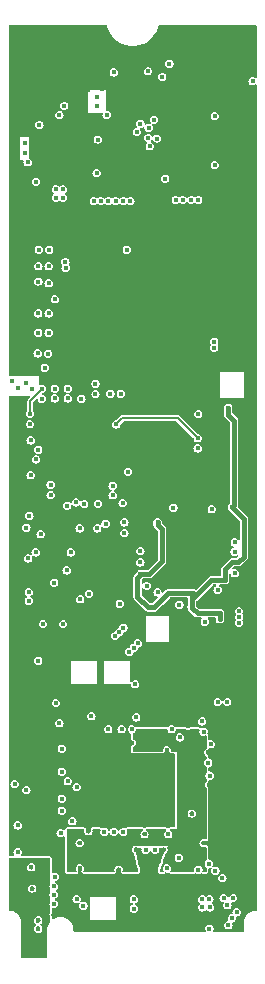
<source format=gbr>
%TF.GenerationSoftware,KiCad,Pcbnew,8.0.6*%
%TF.CreationDate,2024-11-27T08:16:23+01:00*%
%TF.ProjectId,M2SmartHome,4d32536d-6172-4744-986f-6d652e6b6963,rev?*%
%TF.SameCoordinates,Original*%
%TF.FileFunction,Copper,L2,Inr*%
%TF.FilePolarity,Positive*%
%FSLAX46Y46*%
G04 Gerber Fmt 4.6, Leading zero omitted, Abs format (unit mm)*
G04 Created by KiCad (PCBNEW 8.0.6) date 2024-11-27 08:16:23*
%MOMM*%
%LPD*%
G01*
G04 APERTURE LIST*
%TA.AperFunction,ViaPad*%
%ADD10C,0.400000*%
%TD*%
%TA.AperFunction,Conductor*%
%ADD11C,0.150000*%
%TD*%
%TA.AperFunction,Conductor*%
%ADD12C,0.400000*%
%TD*%
%TA.AperFunction,Conductor*%
%ADD13C,0.200000*%
%TD*%
G04 APERTURE END LIST*
D10*
%TO.N,GND*%
X87750000Y-115550000D03*
%TO.N,+3V3_eMMC*%
X87550000Y-135100000D03*
%TO.N,GND*%
X101000000Y-90000000D03*
X97000000Y-88500000D03*
X100000000Y-88500000D03*
X97000000Y-91500000D03*
X100000000Y-90500000D03*
X100000000Y-87000000D03*
X101000000Y-87000000D03*
X95500000Y-88000000D03*
X102000000Y-90000000D03*
X96500000Y-87000000D03*
X98550000Y-87025000D03*
X102000000Y-87000000D03*
X95500000Y-89000000D03*
X102000000Y-89000000D03*
X97500000Y-87000000D03*
X102000000Y-88000000D03*
X95500000Y-87000000D03*
X88175000Y-92000000D03*
X88500000Y-91000000D03*
X88500000Y-90000000D03*
X88500000Y-89000000D03*
X88500000Y-88000000D03*
X83500000Y-91500000D03*
X84500000Y-91500000D03*
X82000000Y-90000000D03*
X82000000Y-89000000D03*
X87500000Y-87000000D03*
X86500000Y-87000000D03*
X84000000Y-87000000D03*
X83000000Y-87000000D03*
X85500000Y-87000000D03*
X82000000Y-87000000D03*
X82000000Y-88000000D03*
X88500000Y-87000000D03*
%TO.N,+3V3_Bridge*%
X98510000Y-150040000D03*
%TO.N,GND*%
X82065000Y-155407500D03*
%TO.N,/pcie-usb-bridge/USB_4_DP*%
X82850000Y-96507500D03*
%TO.N,/pcie-usb-bridge/USB_4_DN*%
X82850000Y-97307500D03*
%TO.N,/sd-card/CRD_PWR*%
X86300000Y-106550000D03*
%TO.N,+3V3_wifi*%
X84100000Y-94952500D03*
%TO.N,GND*%
X100200000Y-144650000D03*
X97100000Y-160872501D03*
X95000000Y-155000000D03*
X85267500Y-137207500D03*
X92250000Y-92050000D03*
X89400000Y-115150000D03*
X101250000Y-108416666D03*
X89300000Y-140600000D03*
X93100000Y-162500000D03*
X97700000Y-163100000D03*
X94300000Y-123307500D03*
X98750000Y-116000000D03*
X97247500Y-96650000D03*
X93300000Y-163100000D03*
X91450000Y-92050000D03*
X88000000Y-147250000D03*
X95900000Y-131207500D03*
X82100000Y-143642499D03*
X94500000Y-120472501D03*
X98400000Y-148072501D03*
X86980000Y-137327500D03*
X96950000Y-123529100D03*
X92175000Y-96800000D03*
X101975000Y-93800000D03*
%TO.N,+3V3_Bridge*%
X85300000Y-159407500D03*
%TO.N,GND*%
X87650000Y-117265001D03*
X88865001Y-94150000D03*
X90300000Y-162700000D03*
X84000000Y-163000000D03*
X83750000Y-104000000D03*
X93000000Y-155000000D03*
X87250000Y-90500000D03*
X89150000Y-107057500D03*
X99515001Y-101400000D03*
X88720000Y-133637500D03*
X92500000Y-136100000D03*
X85000000Y-92807500D03*
X101250000Y-111083332D03*
X93200000Y-150307500D03*
X97850000Y-110350000D03*
X89050000Y-95300000D03*
X98500000Y-126017500D03*
X83800000Y-92807500D03*
X96873726Y-92573726D03*
X84200000Y-142200000D03*
X87300000Y-122607500D03*
X86440000Y-134097500D03*
X86250000Y-109707500D03*
X96700000Y-145807500D03*
X92300000Y-156300000D03*
X99760200Y-120785900D03*
X94600000Y-156300000D03*
X95796250Y-91403750D03*
X85223726Y-91826274D03*
X97000000Y-153250000D03*
X94200000Y-116107500D03*
X97930000Y-91200000D03*
X95900000Y-157000000D03*
X91450000Y-92850000D03*
X83400000Y-157800000D03*
X101250000Y-105750000D03*
X100225000Y-96100000D03*
X87200000Y-132700000D03*
X83277500Y-149730000D03*
X91100000Y-125607500D03*
X92900000Y-160907500D03*
X83750000Y-102750000D03*
X98247502Y-100334999D03*
X99250000Y-122000000D03*
X93800000Y-153407500D03*
X96300000Y-116107500D03*
X89400000Y-91900000D03*
X86000000Y-156100000D03*
X83300000Y-148707500D03*
X85600000Y-96535000D03*
X98450000Y-130017499D03*
X83700000Y-98807500D03*
X83300000Y-153407500D03*
X94800000Y-163100000D03*
X93812503Y-99550000D03*
X87500000Y-155750000D03*
X97155000Y-125897500D03*
X91100000Y-149007500D03*
X85600000Y-97250000D03*
X98315000Y-135522500D03*
X94692409Y-141042409D03*
X98600000Y-139007500D03*
X86250000Y-97250000D03*
X95400000Y-131907500D03*
X99300000Y-163100000D03*
X99307591Y-141399909D03*
X98000000Y-155750000D03*
X88100000Y-123407500D03*
X89800000Y-142607500D03*
X96100000Y-108800000D03*
X98400000Y-132007500D03*
X85300000Y-161800000D03*
X94200000Y-142507500D03*
X84000000Y-162300000D03*
X83800000Y-136607500D03*
X97265001Y-118557500D03*
X89300000Y-142000000D03*
X93600000Y-110100000D03*
X94200000Y-157300000D03*
X90425000Y-99100000D03*
X86250000Y-96500000D03*
X92250000Y-92850000D03*
X88500000Y-151000000D03*
X85300000Y-131800000D03*
X81750000Y-148750000D03*
X93300000Y-134807500D03*
X93600000Y-97515001D03*
X98480000Y-150820000D03*
X83000000Y-140300000D03*
X92900000Y-140907500D03*
X97194454Y-141431891D03*
X89065000Y-146107500D03*
X88100000Y-149607500D03*
X86025000Y-114900000D03*
X86900000Y-142600000D03*
X98350000Y-93000000D03*
X83500000Y-159600000D03*
X96900000Y-90362500D03*
X95050000Y-135722500D03*
X92750000Y-102750000D03*
X96447500Y-96650000D03*
X96500000Y-93150000D03*
X101750000Y-102750000D03*
X91400000Y-142600000D03*
X91900000Y-147272501D03*
X99850000Y-91415001D03*
X96105000Y-125147500D03*
X92400000Y-138100000D03*
X85700000Y-99707500D03*
X86400000Y-133542500D03*
X88950000Y-99892499D03*
X101982500Y-92142500D03*
X87200000Y-163100000D03*
X100000000Y-137607500D03*
X93500000Y-107100000D03*
X93200000Y-128907500D03*
X81800000Y-140300000D03*
X83200000Y-95450000D03*
X87000000Y-161300000D03*
X86700000Y-129407500D03*
X99800000Y-128507500D03*
X94000000Y-126447501D03*
X84500000Y-116250000D03*
X88100000Y-122607500D03*
X87534999Y-157900000D03*
X86500000Y-140500000D03*
X95847500Y-100350000D03*
X101750000Y-101500000D03*
X90800000Y-158007500D03*
X87550000Y-133652500D03*
X93300000Y-122507500D03*
X97047500Y-100335001D03*
X94900000Y-147907500D03*
X83000000Y-146500000D03*
X86050000Y-111757500D03*
X96805546Y-138568109D03*
X97247500Y-95850000D03*
X87920000Y-93700000D03*
X96447500Y-95850000D03*
X87300000Y-123407500D03*
X89250000Y-90000000D03*
X91900000Y-140300000D03*
X88250000Y-154750000D03*
X101250000Y-113750000D03*
X86200000Y-92407500D03*
X94700000Y-145107500D03*
X93500000Y-145607500D03*
X86300000Y-99707500D03*
X88700000Y-162700000D03*
X101750000Y-97750000D03*
X88500000Y-103000000D03*
X99750000Y-100250000D03*
X100800000Y-163100000D03*
%TO.N,+3V3_eMMC*%
X90510051Y-138217157D03*
X86762500Y-131137500D03*
X88850000Y-116865000D03*
X86400000Y-132665001D03*
X90300000Y-125507500D03*
X88300000Y-134650000D03*
X87650000Y-118134999D03*
X85400000Y-117267500D03*
X87200000Y-126907500D03*
X90984999Y-117707500D03*
X97500000Y-121472501D03*
X90881282Y-137881282D03*
X85050000Y-126285000D03*
X84400000Y-137207500D03*
X86500000Y-117272500D03*
X83300000Y-119415001D03*
X90600000Y-120307500D03*
X91217157Y-137510051D03*
X84300000Y-117267500D03*
X86100000Y-137207500D03*
X83820000Y-123267500D03*
%TO.N,Net-(U8-VDD18)*%
X84000000Y-122450000D03*
%TO.N,/emmc/~{reset}*%
X85050000Y-125400000D03*
%TO.N,Net-(U2-VDDI)*%
X83775000Y-131150000D03*
%TO.N,+3V3_uSD*%
X99400000Y-136307500D03*
X100084999Y-118907500D03*
X83950000Y-114300000D03*
X84015001Y-106907500D03*
X99375000Y-136807500D03*
X84000000Y-112557500D03*
X97050000Y-135722500D03*
X84050000Y-105500000D03*
X84015001Y-108207500D03*
X100400000Y-127307500D03*
X100500000Y-131982500D03*
X92650000Y-132982500D03*
X94100000Y-128572501D03*
X84000000Y-110907500D03*
%TO.N,/sd-card/~{reset}*%
X99185000Y-134322500D03*
%TO.N,Net-(U9-VDD18)*%
X95950000Y-135557500D03*
%TO.N,Net-(U9-VDD18PLL)*%
X95450000Y-127357500D03*
%TO.N,/sd-card/DET*%
X98100000Y-137007500D03*
%TO.N,/sd-card/CRD_PWR*%
X100650000Y-132907500D03*
X98900000Y-113307500D03*
X91500000Y-105500000D03*
X98900000Y-113807500D03*
X86315001Y-107057500D03*
X85415001Y-109707500D03*
%TO.N,+3V3_Thread*%
X94500000Y-90884999D03*
X94750000Y-99500000D03*
X97547500Y-101300000D03*
X95647500Y-101300000D03*
X89784999Y-94100000D03*
X93800000Y-94525000D03*
X96947500Y-101300000D03*
X96247500Y-101300000D03*
X102150000Y-91250000D03*
%TO.N,+3V3_wifi*%
X89050000Y-96184999D03*
X85500000Y-101107500D03*
X86100000Y-100407500D03*
X88950000Y-99022503D03*
X85500000Y-100407500D03*
X86200000Y-93342499D03*
X83100000Y-98107500D03*
X86100000Y-101107500D03*
%TO.N,+3V3_Bridge*%
X94900000Y-157900000D03*
X97900000Y-161200000D03*
X86000000Y-147750000D03*
X98610000Y-147380000D03*
X88500000Y-145007500D03*
X98500000Y-160500000D03*
X97565001Y-158000000D03*
X85400000Y-158607500D03*
X92300000Y-145107500D03*
X95300000Y-146107500D03*
X91065000Y-146107500D03*
X97900000Y-160507500D03*
X90400000Y-154807500D03*
X85500000Y-143900000D03*
X99200000Y-143807500D03*
X98550000Y-161200000D03*
X89600000Y-154807500D03*
X91200000Y-154807500D03*
%TO.N,+1V0_core*%
X97300000Y-146407500D03*
X91600000Y-158007500D03*
X86665001Y-157900000D03*
X94900000Y-147072501D03*
X95900000Y-157842499D03*
X97310000Y-150370000D03*
X89100000Y-158007500D03*
X93500000Y-147082500D03*
X92300000Y-158007500D03*
%TO.N,Net-(D2-A)*%
X84000000Y-140300000D03*
X90900000Y-135500000D03*
%TO.N,Net-(D4-A)*%
X83815001Y-99750000D03*
%TO.N,+3V3*%
X83100000Y-163200000D03*
X91712132Y-139560660D03*
X89950000Y-101400000D03*
X92083363Y-139224784D03*
X100500000Y-160407500D03*
X90550000Y-101400000D03*
X91800000Y-101400000D03*
X91200000Y-101400000D03*
X101000000Y-136107500D03*
X101025000Y-136607500D03*
X100800000Y-161600000D03*
X100400000Y-162107500D03*
X101000000Y-137107500D03*
X99700000Y-160407500D03*
X100100000Y-162700000D03*
X98500000Y-163000000D03*
X100025000Y-161007500D03*
X92419239Y-138853553D03*
X89300000Y-101400000D03*
X83100000Y-162600000D03*
X88700000Y-101400000D03*
%TO.N,/pcie-usb-bridge/PERST_L*%
X96000000Y-146807500D03*
%TO.N,Net-(U8-SD_WP)*%
X91600000Y-124307500D03*
%TO.N,/emmc/SCK*%
X97550000Y-119422501D03*
%TO.N,/emmc/SDA*%
X90300000Y-126307500D03*
X97500000Y-122342499D03*
X91150000Y-126957500D03*
%TO.N,/emmc/eMMC.DAT1*%
X91300000Y-129507500D03*
X90115001Y-117707500D03*
%TO.N,/emmc/eMMC.DAT0*%
X88850000Y-117735000D03*
X91300000Y-128607500D03*
%TO.N,/emmc/eMMC.DAT2*%
X89065001Y-127007500D03*
X87500000Y-129107500D03*
%TO.N,/emmc/eMMC.DAT3*%
X83150000Y-131650000D03*
X87900000Y-127042499D03*
X83250000Y-128050000D03*
%TO.N,/emmc/eMMC.DAT4*%
X83350000Y-124600000D03*
X84200000Y-129600000D03*
%TO.N,/emmc/eMMC.DAT5*%
X83300000Y-120284999D03*
X83200000Y-134500000D03*
%TO.N,/emmc/eMMC.DAT6*%
X85400000Y-118107500D03*
X89700000Y-128707500D03*
%TO.N,/emmc/eMMC.DAT7*%
X86500000Y-118107500D03*
X89000000Y-129107500D03*
%TO.N,/emmc/eMMC.CLK*%
X84300000Y-118137500D03*
X83200000Y-135250000D03*
%TO.N,/emmc/eMMC.CMD*%
X83350000Y-121665001D03*
X83000000Y-129050000D03*
%TO.N,/sd-card/uSD.D1*%
X84834999Y-114307500D03*
X92650000Y-131032500D03*
%TO.N,/sd-card/uSD.CLK*%
X93200000Y-133982500D03*
X84884999Y-110907500D03*
%TO.N,/sd-card/uSD.CMD*%
X94100000Y-134507500D03*
X84884999Y-108357500D03*
%TO.N,/sd-card/uSD.D0*%
X84884999Y-112557500D03*
X92650000Y-131982500D03*
%TO.N,Net-(U5-RSTB)*%
X92650000Y-94850000D03*
%TO.N,Net-(U5-VBUS)*%
X92350000Y-95550000D03*
X95100000Y-89765001D03*
%TO.N,/sd-card/uSD.D3*%
X100625000Y-131082500D03*
X84884999Y-106907500D03*
%TO.N,/sd-card/uSD.D2*%
X100650000Y-130282500D03*
X84934999Y-105507500D03*
%TO.N,Net-(U9-SD_WP)*%
X98700000Y-127482500D03*
%TO.N,/thread-or-zigbee/RESET*%
X98947500Y-94200000D03*
X98947500Y-98350000D03*
%TO.N,Net-(U1-CHIP_EN)*%
X85800000Y-94107500D03*
%TO.N,Net-(U3-RREF[4])*%
X98400000Y-148942499D03*
%TO.N,Net-(U3-RREF[3])*%
X98000000Y-146310000D03*
%TO.N,Net-(U3-RREF[2])*%
X89935000Y-146107500D03*
%TO.N,Net-(U3-TEST5)*%
X91935000Y-146107500D03*
%TO.N,Net-(U3-TEST3)*%
X99000000Y-158100000D03*
%TO.N,Net-(U3-TEST6)*%
X98434999Y-157500000D03*
%TO.N,/pcie-usb-bridge/EEPD*%
X100000000Y-143807500D03*
%TO.N,/pcie-usb-bridge/EECLK*%
X97875000Y-145457500D03*
%TO.N,Net-(U2-RST_N)*%
X85350000Y-133700000D03*
X86450000Y-127200000D03*
%TO.N,Net-(U3-IO_HIT_I)*%
X85800000Y-145600000D03*
%TO.N,Net-(U3-LEG_EMU_EN)*%
X86000000Y-153007500D03*
%TO.N,Net-(U3-PME_L)*%
X92200000Y-142307500D03*
%TO.N,Net-(U3-IRQ12_O)*%
X82000000Y-150757500D03*
%TO.N,Net-(U3-IRQ12_I)*%
X86000000Y-152007500D03*
%TO.N,Net-(U3-SMBDATA)*%
X99600000Y-158707500D03*
%TO.N,Net-(U3-SCAN_EN)*%
X86500000Y-150507500D03*
%TO.N,Net-(U3-SMBCLK)*%
X86900000Y-153907500D03*
%TO.N,Net-(U3-IRQ1_I)*%
X87250000Y-151007500D03*
%TO.N,Net-(U3-TDI)*%
X82250000Y-156507500D03*
%TO.N,Net-(U3-SMI_O)*%
X86000000Y-149707500D03*
%TO.N,Net-(U3-TDO)*%
X82250000Y-154257500D03*
%TO.N,Net-(U3-IRQ1_O)*%
X83000000Y-151257500D03*
%TO.N,Net-(U3-TCK)*%
X85900000Y-154907500D03*
%TO.N,/thread-or-zigbee/UART_TX*%
X93450000Y-96750000D03*
X93300000Y-90400000D03*
%TO.N,/thread-or-zigbee/UART_RX*%
X90400000Y-90500000D03*
X94050000Y-96100000D03*
%TO.N,/thread-or-zigbee/SWDIO*%
X93300000Y-96050000D03*
%TO.N,/thread-or-zigbee/SWCLK*%
X93350000Y-95192500D03*
%TO.N,Net-(J5-B)*%
X84550000Y-115500000D03*
%TO.N,/pcie-usb-bridge/USB_3_DP*%
X81750000Y-116667157D03*
X88950000Y-92550000D03*
%TO.N,/pcie-usb-bridge/USB_4_DP*%
X82950000Y-116784314D03*
%TO.N,/pcie-usb-bridge/USB_3_DN*%
X88950000Y-93350000D03*
X82300000Y-117232843D03*
%TO.N,/pcie-usb-bridge/USB_4_DN*%
X83515686Y-117350000D03*
%TO.N,/PCIE.REFCLKN*%
X85300000Y-160107501D03*
%TO.N,/PCIE.REFCLKP*%
X85300000Y-160907500D03*
%TO.N,/PCIE.PERP*%
X87257157Y-160494657D03*
X92100000Y-160507499D03*
%TO.N,/PCIE.PERN*%
X92100000Y-161307500D03*
X87822843Y-161060343D03*
%TO.N,/pcie-usb-bridge/PCIE.REFCLK2N*%
X93900000Y-156300000D03*
%TO.N,/pcie-usb-bridge/PCIE.REFCLK2P*%
X93100000Y-156300000D03*
%TD*%
D11*
%TO.N,+3V3_eMMC*%
X83300000Y-119415001D02*
X83300000Y-118350000D01*
X83300000Y-118350000D02*
X84300000Y-117350000D01*
X84300000Y-117350000D02*
X84300000Y-117267500D01*
D12*
%TO.N,+3V3_uSD*%
X99400000Y-136307500D02*
X99392500Y-136300000D01*
X99392500Y-136300000D02*
X97500000Y-136300000D01*
X97500000Y-136300000D02*
X97050000Y-135850000D01*
X97050000Y-135850000D02*
X97050000Y-135750000D01*
X97050000Y-135750000D02*
X97022500Y-135722500D01*
X97022500Y-135722500D02*
X96985000Y-135722500D01*
X97050000Y-135117500D02*
X97050000Y-135750000D01*
X97050000Y-135257500D02*
X97050000Y-135750000D01*
D13*
%TO.N,+3V3_eMMC*%
X91107500Y-119800000D02*
X95827499Y-119800000D01*
X90600000Y-120307500D02*
X91107500Y-119800000D01*
X95827499Y-119800000D02*
X97500000Y-121472501D01*
D12*
%TO.N,+3V3_uSD*%
X94500000Y-131900000D02*
X94500000Y-129200000D01*
X99820000Y-132587500D02*
X99820000Y-133507500D01*
X99400000Y-136307500D02*
X99400000Y-136782500D01*
X92650000Y-132982500D02*
X93417500Y-132982500D01*
X92650000Y-133057500D02*
X92400000Y-133307500D01*
X94500000Y-129200000D02*
X94100000Y-128800000D01*
X100600000Y-120007500D02*
X100600000Y-127107500D01*
X100084999Y-119492499D02*
X100600000Y-120007500D01*
X92400000Y-133307500D02*
X92400000Y-134900000D01*
X99820000Y-132587500D02*
X100425000Y-131982500D01*
X100425000Y-131982500D02*
X100500000Y-131982500D01*
X100084999Y-118907500D02*
X100084999Y-119492499D01*
X97050000Y-134657500D02*
X97050000Y-135117500D01*
X95000000Y-134607500D02*
X97100000Y-134607500D01*
X93800000Y-135807500D02*
X95000000Y-134607500D01*
X100600000Y-127107500D02*
X100400000Y-127307500D01*
X98660000Y-133507500D02*
X97050000Y-135117500D01*
X100925000Y-131982500D02*
X100500000Y-131982500D01*
X94100000Y-128800000D02*
X94100000Y-128572501D01*
X97100000Y-134607500D02*
X97050000Y-134657500D01*
X92400000Y-134900000D02*
X93307500Y-135807500D01*
X100400000Y-127307500D02*
X101400000Y-128307500D01*
X92650000Y-132982500D02*
X92650000Y-133057500D01*
X93417500Y-132982500D02*
X94500000Y-131900000D01*
X101400000Y-131507500D02*
X100925000Y-131982500D01*
X101400000Y-128307500D02*
X101400000Y-131507500D01*
X99400000Y-136782500D02*
X99375000Y-136807500D01*
X93307500Y-135807500D02*
X93800000Y-135807500D01*
X99820000Y-133507500D02*
X98660000Y-133507500D01*
%TD*%
%TA.AperFunction,Conductor*%
%TO.N,GND*%
G36*
X95949435Y-156810398D02*
G01*
X95971453Y-156817553D01*
X96005604Y-156834954D01*
X96024334Y-156848562D01*
X96051437Y-156875665D01*
X96065043Y-156894392D01*
X96082446Y-156928548D01*
X96089601Y-156950566D01*
X96095597Y-156988423D01*
X96095597Y-157011575D01*
X96089601Y-157049432D01*
X96082446Y-157071452D01*
X96065045Y-157105603D01*
X96051437Y-157124333D01*
X96024333Y-157151437D01*
X96005603Y-157165045D01*
X95971452Y-157182446D01*
X95949432Y-157189601D01*
X95911575Y-157195597D01*
X95888423Y-157195597D01*
X95850566Y-157189601D01*
X95828548Y-157182446D01*
X95794392Y-157165043D01*
X95775665Y-157151437D01*
X95748564Y-157124336D01*
X95734955Y-157105605D01*
X95717552Y-157071449D01*
X95710398Y-157049433D01*
X95704402Y-157011571D01*
X95704402Y-156988423D01*
X95710399Y-156950560D01*
X95717553Y-156928544D01*
X95718334Y-156927013D01*
X95734954Y-156894392D01*
X95748561Y-156875665D01*
X95775666Y-156848559D01*
X95794393Y-156834954D01*
X95828546Y-156817552D01*
X95850560Y-156810399D01*
X95888426Y-156804402D01*
X95911572Y-156804402D01*
X95949435Y-156810398D01*
G37*
%TD.AperFunction*%
%TA.AperFunction,Conductor*%
G36*
X87549435Y-155560398D02*
G01*
X87571450Y-155567551D01*
X87582444Y-155573153D01*
X87582448Y-155573156D01*
X87605605Y-155584955D01*
X87624336Y-155598564D01*
X87651437Y-155625665D01*
X87665043Y-155644392D01*
X87682446Y-155678548D01*
X87689601Y-155700566D01*
X87695597Y-155738423D01*
X87695597Y-155761575D01*
X87689601Y-155799432D01*
X87682446Y-155821452D01*
X87665045Y-155855603D01*
X87651437Y-155874333D01*
X87624333Y-155901437D01*
X87605603Y-155915045D01*
X87571452Y-155932446D01*
X87549432Y-155939601D01*
X87511575Y-155945597D01*
X87488423Y-155945597D01*
X87450566Y-155939601D01*
X87428548Y-155932446D01*
X87394392Y-155915043D01*
X87375665Y-155901437D01*
X87348564Y-155874336D01*
X87334955Y-155855605D01*
X87317552Y-155821449D01*
X87310398Y-155799433D01*
X87304402Y-155761571D01*
X87304402Y-155738423D01*
X87310399Y-155700560D01*
X87317553Y-155678544D01*
X87334954Y-155644393D01*
X87348561Y-155625665D01*
X87375666Y-155598559D01*
X87394393Y-155584954D01*
X87402328Y-155580911D01*
X87428546Y-155567552D01*
X87450560Y-155560399D01*
X87488426Y-155554402D01*
X87511572Y-155554402D01*
X87549435Y-155560398D01*
G37*
%TD.AperFunction*%
%TA.AperFunction,Conductor*%
G36*
X93045904Y-154784432D02*
G01*
X93057130Y-154795085D01*
X93059701Y-154798096D01*
X93059980Y-154798422D01*
X93107627Y-154835985D01*
X93107631Y-154835987D01*
X93110688Y-154837944D01*
X93110380Y-154838424D01*
X93124334Y-154848562D01*
X93151437Y-154875665D01*
X93165043Y-154894392D01*
X93182446Y-154928548D01*
X93189601Y-154950566D01*
X93195597Y-154988423D01*
X93195597Y-155011575D01*
X93189601Y-155049432D01*
X93182446Y-155071452D01*
X93165045Y-155105603D01*
X93151437Y-155124333D01*
X93124333Y-155151437D01*
X93105603Y-155165045D01*
X93071452Y-155182446D01*
X93049432Y-155189601D01*
X93011575Y-155195597D01*
X92988423Y-155195597D01*
X92950566Y-155189601D01*
X92928548Y-155182446D01*
X92894392Y-155165043D01*
X92875665Y-155151437D01*
X92848564Y-155124336D01*
X92834955Y-155105605D01*
X92817552Y-155071449D01*
X92810398Y-155049433D01*
X92804402Y-155011571D01*
X92804402Y-154988423D01*
X92810399Y-154950560D01*
X92817553Y-154928544D01*
X92834954Y-154894393D01*
X92848561Y-154875665D01*
X92875747Y-154848478D01*
X92891165Y-154836811D01*
X92891127Y-154836749D01*
X92891765Y-154836357D01*
X92891937Y-154836228D01*
X92892327Y-154836008D01*
X92892368Y-154835988D01*
X92913176Y-154823237D01*
X92931907Y-154809628D01*
X92935169Y-154807192D01*
X92942148Y-154798095D01*
X92991196Y-154769776D01*
X93045904Y-154784432D01*
G37*
%TD.AperFunction*%
%TA.AperFunction,Conductor*%
G36*
X95045904Y-154784432D02*
G01*
X95057130Y-154795085D01*
X95059701Y-154798096D01*
X95059980Y-154798422D01*
X95107627Y-154835985D01*
X95107631Y-154835987D01*
X95110688Y-154837944D01*
X95110380Y-154838424D01*
X95124334Y-154848562D01*
X95151437Y-154875665D01*
X95165043Y-154894392D01*
X95182446Y-154928548D01*
X95189601Y-154950566D01*
X95195597Y-154988423D01*
X95195597Y-155011575D01*
X95189601Y-155049432D01*
X95182446Y-155071452D01*
X95165045Y-155105603D01*
X95151437Y-155124333D01*
X95124333Y-155151437D01*
X95105603Y-155165045D01*
X95071452Y-155182446D01*
X95049432Y-155189601D01*
X95011575Y-155195597D01*
X94988423Y-155195597D01*
X94950566Y-155189601D01*
X94928548Y-155182446D01*
X94894392Y-155165043D01*
X94875665Y-155151437D01*
X94848564Y-155124336D01*
X94834955Y-155105605D01*
X94817552Y-155071449D01*
X94810398Y-155049433D01*
X94804402Y-155011571D01*
X94804402Y-154988423D01*
X94810399Y-154950560D01*
X94817553Y-154928544D01*
X94834954Y-154894393D01*
X94848561Y-154875665D01*
X94875747Y-154848478D01*
X94891165Y-154836811D01*
X94891127Y-154836749D01*
X94891765Y-154836357D01*
X94891937Y-154836228D01*
X94892327Y-154836008D01*
X94892368Y-154835988D01*
X94913176Y-154823237D01*
X94931907Y-154809628D01*
X94935169Y-154807192D01*
X94942148Y-154798095D01*
X94991196Y-154769776D01*
X95045904Y-154784432D01*
G37*
%TD.AperFunction*%
%TA.AperFunction,Conductor*%
G36*
X97049435Y-153060398D02*
G01*
X97071453Y-153067553D01*
X97105604Y-153084954D01*
X97124334Y-153098562D01*
X97151437Y-153125665D01*
X97165043Y-153144392D01*
X97182446Y-153178548D01*
X97189601Y-153200566D01*
X97195597Y-153238423D01*
X97195597Y-153261575D01*
X97189601Y-153299432D01*
X97182446Y-153321452D01*
X97165045Y-153355603D01*
X97151437Y-153374333D01*
X97124333Y-153401437D01*
X97105603Y-153415045D01*
X97071452Y-153432446D01*
X97049432Y-153439601D01*
X97011575Y-153445597D01*
X96988423Y-153445597D01*
X96950566Y-153439601D01*
X96928548Y-153432446D01*
X96894392Y-153415043D01*
X96875665Y-153401437D01*
X96848564Y-153374336D01*
X96834955Y-153355605D01*
X96822783Y-153331716D01*
X96822779Y-153331710D01*
X96817552Y-153321451D01*
X96810398Y-153299433D01*
X96804402Y-153261575D01*
X96804402Y-153238423D01*
X96810398Y-153200566D01*
X96810399Y-153200560D01*
X96817553Y-153178544D01*
X96834954Y-153144393D01*
X96848561Y-153125665D01*
X96875666Y-153098559D01*
X96894393Y-153084954D01*
X96928546Y-153067552D01*
X96950560Y-153060399D01*
X96988426Y-153054402D01*
X97011572Y-153054402D01*
X97049435Y-153060398D01*
G37*
%TD.AperFunction*%
%TA.AperFunction,Conductor*%
G36*
X89799935Y-86522174D02*
G01*
X89819284Y-86556097D01*
X89855412Y-86696810D01*
X89855419Y-86696832D01*
X89959657Y-86960104D01*
X89959660Y-86960111D01*
X90060896Y-87144259D01*
X90096086Y-87208268D01*
X90262529Y-87437357D01*
X90262531Y-87437359D01*
X90456377Y-87643785D01*
X90456382Y-87643789D01*
X90674574Y-87824293D01*
X90913671Y-87976029D01*
X91169898Y-88096599D01*
X91169908Y-88096603D01*
X91439213Y-88184106D01*
X91439225Y-88184109D01*
X91603320Y-88215411D01*
X91717380Y-88237169D01*
X92000000Y-88254950D01*
X92282620Y-88237169D01*
X92462727Y-88202811D01*
X92560774Y-88184109D01*
X92560778Y-88184107D01*
X92560783Y-88184107D01*
X92575849Y-88179211D01*
X92830091Y-88096603D01*
X92830096Y-88096600D01*
X92830102Y-88096599D01*
X93086330Y-87976028D01*
X93325426Y-87824293D01*
X93543619Y-87643788D01*
X93737469Y-87437359D01*
X93903917Y-87208263D01*
X94040340Y-86960111D01*
X94116616Y-86767459D01*
X94144580Y-86696832D01*
X94144582Y-86696825D01*
X94144585Y-86696818D01*
X94180716Y-86556096D01*
X94214722Y-86510805D01*
X94252391Y-86500500D01*
X102425500Y-86500500D01*
X102477826Y-86522174D01*
X102499500Y-86574500D01*
X102499500Y-90925166D01*
X102477826Y-90977492D01*
X102425500Y-90999166D01*
X102373174Y-90977492D01*
X102358587Y-90962905D01*
X102259660Y-90912499D01*
X102150000Y-90895131D01*
X102040339Y-90912499D01*
X101941412Y-90962905D01*
X101862905Y-91041412D01*
X101812499Y-91140339D01*
X101795131Y-91250000D01*
X101812499Y-91359660D01*
X101812500Y-91359661D01*
X101862905Y-91458587D01*
X101941413Y-91537095D01*
X102040339Y-91587500D01*
X102150000Y-91604869D01*
X102259661Y-91587500D01*
X102358587Y-91537095D01*
X102373174Y-91522508D01*
X102425500Y-91500834D01*
X102477826Y-91522508D01*
X102499500Y-91574834D01*
X102499500Y-161425500D01*
X102477826Y-161477826D01*
X102425500Y-161499500D01*
X102337464Y-161499500D01*
X102165062Y-161529898D01*
X102000558Y-161589773D01*
X101848945Y-161677308D01*
X101714837Y-161789837D01*
X101602308Y-161923945D01*
X101514773Y-162075558D01*
X101454898Y-162240062D01*
X101424500Y-162412464D01*
X101424500Y-163176000D01*
X101402826Y-163228326D01*
X101350500Y-163250000D01*
X98886751Y-163250000D01*
X98834425Y-163228326D01*
X98812751Y-163176000D01*
X98820817Y-163142404D01*
X98837500Y-163109661D01*
X98846178Y-163054869D01*
X98854869Y-163000000D01*
X98837500Y-162890339D01*
X98787095Y-162791413D01*
X98708587Y-162712905D01*
X98683260Y-162700000D01*
X99745131Y-162700000D01*
X99762499Y-162809660D01*
X99800352Y-162883951D01*
X99812905Y-162908587D01*
X99891413Y-162987095D01*
X99990339Y-163037500D01*
X100100000Y-163054869D01*
X100209661Y-163037500D01*
X100308587Y-162987095D01*
X100387095Y-162908587D01*
X100437500Y-162809661D01*
X100454869Y-162700000D01*
X100437500Y-162590339D01*
X100437500Y-162590338D01*
X100420605Y-162557180D01*
X100416161Y-162500717D01*
X100452943Y-162457650D01*
X100474960Y-162450496D01*
X100509661Y-162445000D01*
X100608587Y-162394595D01*
X100687095Y-162316087D01*
X100737500Y-162217161D01*
X100754869Y-162107500D01*
X100743966Y-162038665D01*
X100757187Y-161983594D01*
X100805477Y-161954001D01*
X100909661Y-161937500D01*
X101008587Y-161887095D01*
X101087095Y-161808587D01*
X101137500Y-161709661D01*
X101154869Y-161600000D01*
X101137500Y-161490339D01*
X101087095Y-161391413D01*
X101008587Y-161312905D01*
X100997979Y-161307500D01*
X100909660Y-161262499D01*
X100800000Y-161245131D01*
X100690339Y-161262499D01*
X100591412Y-161312905D01*
X100512905Y-161391412D01*
X100462499Y-161490339D01*
X100445131Y-161600000D01*
X100456033Y-161668833D01*
X100442811Y-161723905D01*
X100394521Y-161753498D01*
X100290339Y-161769999D01*
X100191412Y-161820405D01*
X100112905Y-161898912D01*
X100062499Y-161997839D01*
X100045131Y-162107500D01*
X100062499Y-162217160D01*
X100079395Y-162250320D01*
X100083838Y-162306783D01*
X100047055Y-162349850D01*
X100025037Y-162357004D01*
X99990338Y-162362499D01*
X99891412Y-162412905D01*
X99812905Y-162491412D01*
X99762499Y-162590339D01*
X99745131Y-162700000D01*
X98683260Y-162700000D01*
X98609660Y-162662499D01*
X98500000Y-162645131D01*
X98390339Y-162662499D01*
X98291412Y-162712905D01*
X98212905Y-162791412D01*
X98162499Y-162890339D01*
X98145131Y-163000000D01*
X98162499Y-163109661D01*
X98179183Y-163142404D01*
X98183627Y-163198867D01*
X98146845Y-163241934D01*
X98113249Y-163250000D01*
X87049500Y-163250000D01*
X86997174Y-163228326D01*
X86975500Y-163176000D01*
X86975500Y-162998025D01*
X86975499Y-162998020D01*
X86973457Y-162987094D01*
X86938024Y-162797544D01*
X86864348Y-162607363D01*
X86756981Y-162433959D01*
X86756980Y-162433957D01*
X86634861Y-162299999D01*
X88400000Y-162299999D01*
X90600000Y-162300000D01*
X90600001Y-160507499D01*
X91745131Y-160507499D01*
X91762499Y-160617159D01*
X91801954Y-160694594D01*
X91812905Y-160716086D01*
X91891413Y-160794594D01*
X91983598Y-160841564D01*
X92020381Y-160884631D01*
X92015938Y-160941094D01*
X91983599Y-160973433D01*
X91891413Y-161020404D01*
X91812905Y-161098912D01*
X91762499Y-161197839D01*
X91745131Y-161307500D01*
X91762499Y-161417160D01*
X91812905Y-161516087D01*
X91891413Y-161594595D01*
X91990339Y-161645000D01*
X92100000Y-161662369D01*
X92209661Y-161645000D01*
X92308587Y-161594595D01*
X92387095Y-161516087D01*
X92437500Y-161417161D01*
X92454869Y-161307500D01*
X92437500Y-161197839D01*
X92387095Y-161098913D01*
X92308587Y-161020405D01*
X92308585Y-161020403D01*
X92216401Y-160973433D01*
X92179618Y-160930366D01*
X92184062Y-160873904D01*
X92216399Y-160841565D01*
X92308587Y-160794594D01*
X92387095Y-160716086D01*
X92437500Y-160617160D01*
X92454869Y-160507500D01*
X97545131Y-160507500D01*
X97562499Y-160617160D01*
X97612905Y-160716087D01*
X97695531Y-160798713D01*
X97694205Y-160800038D01*
X97720025Y-160842177D01*
X97706801Y-160897249D01*
X97695397Y-160908653D01*
X97695531Y-160908787D01*
X97612905Y-160991412D01*
X97562499Y-161090339D01*
X97545131Y-161200000D01*
X97562499Y-161309660D01*
X97581748Y-161347438D01*
X97612905Y-161408587D01*
X97691413Y-161487095D01*
X97790339Y-161537500D01*
X97900000Y-161554869D01*
X98009661Y-161537500D01*
X98108587Y-161487095D01*
X98172674Y-161423008D01*
X98225000Y-161401334D01*
X98277326Y-161423008D01*
X98341413Y-161487095D01*
X98440339Y-161537500D01*
X98550000Y-161554869D01*
X98659661Y-161537500D01*
X98758587Y-161487095D01*
X98837095Y-161408587D01*
X98887500Y-161309661D01*
X98904869Y-161200000D01*
X98887500Y-161090339D01*
X98837095Y-160991413D01*
X98758587Y-160912905D01*
X98758585Y-160912903D01*
X98732871Y-160899801D01*
X98696088Y-160856734D01*
X98700532Y-160800272D01*
X98714137Y-160781544D01*
X98787095Y-160708587D01*
X98837500Y-160609661D01*
X98854869Y-160500000D01*
X98840218Y-160407500D01*
X99345131Y-160407500D01*
X99362499Y-160517160D01*
X99391172Y-160573434D01*
X99412905Y-160616087D01*
X99491413Y-160694595D01*
X99590339Y-160745000D01*
X99651706Y-160754719D01*
X99699996Y-160784311D01*
X99713218Y-160839384D01*
X99706064Y-160861402D01*
X99687500Y-160897837D01*
X99670131Y-161007500D01*
X99687499Y-161117160D01*
X99726954Y-161194594D01*
X99737905Y-161216087D01*
X99816413Y-161294595D01*
X99915339Y-161345000D01*
X100025000Y-161362369D01*
X100134661Y-161345000D01*
X100233587Y-161294595D01*
X100312095Y-161216087D01*
X100362500Y-161117161D01*
X100379869Y-161007500D01*
X100362500Y-160897839D01*
X100341279Y-160856190D01*
X100336836Y-160799728D01*
X100373619Y-160756660D01*
X100418789Y-160749506D01*
X100500000Y-160762369D01*
X100609661Y-160745000D01*
X100708587Y-160694595D01*
X100787095Y-160616087D01*
X100837500Y-160517161D01*
X100854869Y-160407500D01*
X100837500Y-160297839D01*
X100787095Y-160198913D01*
X100708587Y-160120405D01*
X100609660Y-160069999D01*
X100500000Y-160052631D01*
X100390339Y-160069999D01*
X100291412Y-160120405D01*
X100212903Y-160198914D01*
X100165934Y-160291097D01*
X100122867Y-160327880D01*
X100066405Y-160323436D01*
X100034066Y-160291097D01*
X99987096Y-160198914D01*
X99908587Y-160120405D01*
X99809660Y-160069999D01*
X99700000Y-160052631D01*
X99590339Y-160069999D01*
X99491412Y-160120405D01*
X99412905Y-160198912D01*
X99362499Y-160297839D01*
X99345131Y-160407500D01*
X98840218Y-160407500D01*
X98837500Y-160390339D01*
X98787095Y-160291413D01*
X98708587Y-160212905D01*
X98624381Y-160170000D01*
X98609660Y-160162499D01*
X98500000Y-160145131D01*
X98390339Y-160162499D01*
X98291412Y-160212905D01*
X98248576Y-160255742D01*
X98196250Y-160277416D01*
X98143924Y-160255742D01*
X98108587Y-160220405D01*
X98009660Y-160169999D01*
X97900000Y-160152631D01*
X97790339Y-160169999D01*
X97691412Y-160220405D01*
X97612905Y-160298912D01*
X97562499Y-160397839D01*
X97545131Y-160507500D01*
X92454869Y-160507500D01*
X92454869Y-160507499D01*
X92437500Y-160397838D01*
X92387095Y-160298912D01*
X92308587Y-160220404D01*
X92283383Y-160207562D01*
X92209660Y-160169998D01*
X92100000Y-160152630D01*
X91990339Y-160169998D01*
X91891412Y-160220404D01*
X91812905Y-160298911D01*
X91762499Y-160397838D01*
X91745131Y-160507499D01*
X90600001Y-160507499D01*
X90600001Y-160300000D01*
X88400000Y-160300000D01*
X88400000Y-162299999D01*
X86634861Y-162299999D01*
X86619579Y-162283235D01*
X86619578Y-162283234D01*
X86456825Y-162160329D01*
X86456822Y-162160328D01*
X86456821Y-162160327D01*
X86274250Y-162069418D01*
X86274246Y-162069417D01*
X86274244Y-162069416D01*
X86078082Y-162013602D01*
X86078076Y-162013601D01*
X85875003Y-161994785D01*
X85874997Y-161994785D01*
X85671923Y-162013601D01*
X85671917Y-162013602D01*
X85475755Y-162069416D01*
X85475750Y-162069418D01*
X85293177Y-162160328D01*
X85293174Y-162160329D01*
X85274095Y-162174738D01*
X85219276Y-162188975D01*
X85170447Y-162160280D01*
X85155500Y-162115685D01*
X85155500Y-162001025D01*
X85151205Y-161964736D01*
X85151204Y-161964727D01*
X85143140Y-161931135D01*
X85143139Y-161931131D01*
X85130486Y-161896834D01*
X85127974Y-161891904D01*
X85117552Y-161871449D01*
X85110399Y-161849434D01*
X85105801Y-161820405D01*
X85104402Y-161811570D01*
X85104402Y-161788425D01*
X85110399Y-161750559D01*
X85117551Y-161728548D01*
X85130486Y-161703165D01*
X85143139Y-161668867D01*
X85151204Y-161635272D01*
X85155500Y-161598973D01*
X85155500Y-161326125D01*
X85177174Y-161273799D01*
X85229500Y-161252125D01*
X85241073Y-161253035D01*
X85300000Y-161262369D01*
X85409661Y-161245000D01*
X85508587Y-161194595D01*
X85587095Y-161116087D01*
X85637500Y-161017161D01*
X85654869Y-160907500D01*
X85637500Y-160797839D01*
X85587095Y-160698913D01*
X85508587Y-160620405D01*
X85508585Y-160620403D01*
X85416403Y-160573434D01*
X85379620Y-160530367D01*
X85382431Y-160494657D01*
X86902288Y-160494657D01*
X86919656Y-160604317D01*
X86944855Y-160653772D01*
X86970062Y-160703244D01*
X87048570Y-160781752D01*
X87147496Y-160832157D01*
X87257157Y-160849526D01*
X87366818Y-160832157D01*
X87405544Y-160812424D01*
X87462006Y-160807981D01*
X87505074Y-160844763D01*
X87509518Y-160901225D01*
X87505075Y-160911953D01*
X87485343Y-160950680D01*
X87467974Y-161060343D01*
X87485342Y-161170003D01*
X87532405Y-161262369D01*
X87535748Y-161268930D01*
X87614256Y-161347438D01*
X87713182Y-161397843D01*
X87822843Y-161415212D01*
X87932504Y-161397843D01*
X88031430Y-161347438D01*
X88109938Y-161268930D01*
X88160343Y-161170004D01*
X88177712Y-161060343D01*
X88160343Y-160950682D01*
X88109938Y-160851756D01*
X88031430Y-160773248D01*
X87995065Y-160754719D01*
X87932503Y-160722842D01*
X87822843Y-160705474D01*
X87713180Y-160722843D01*
X87674453Y-160742575D01*
X87617991Y-160747018D01*
X87574924Y-160710234D01*
X87570481Y-160653772D01*
X87574925Y-160643044D01*
X87594657Y-160604318D01*
X87597281Y-160587751D01*
X87612026Y-160494657D01*
X87594657Y-160384996D01*
X87544252Y-160286070D01*
X87465744Y-160207562D01*
X87448767Y-160198912D01*
X87366817Y-160157156D01*
X87257157Y-160139788D01*
X87147496Y-160157156D01*
X87048569Y-160207562D01*
X86970062Y-160286069D01*
X86919656Y-160384996D01*
X86902288Y-160494657D01*
X85382431Y-160494657D01*
X85384064Y-160473905D01*
X85416401Y-160441566D01*
X85508587Y-160394596D01*
X85587095Y-160316088D01*
X85637500Y-160217162D01*
X85654869Y-160107501D01*
X85637500Y-159997840D01*
X85587095Y-159898914D01*
X85508587Y-159820406D01*
X85504404Y-159817367D01*
X85474812Y-159769075D01*
X85488034Y-159714003D01*
X85504409Y-159697630D01*
X85508582Y-159694597D01*
X85508587Y-159694595D01*
X85587095Y-159616087D01*
X85637500Y-159517161D01*
X85654869Y-159407500D01*
X85637500Y-159297839D01*
X85587095Y-159198913D01*
X85508587Y-159120405D01*
X85508586Y-159120404D01*
X85449149Y-159090119D01*
X85412367Y-159047052D01*
X85416811Y-158990589D01*
X85459878Y-158953807D01*
X85471163Y-158951097D01*
X85509661Y-158945000D01*
X85608587Y-158894595D01*
X85687095Y-158816087D01*
X85737500Y-158717161D01*
X85739030Y-158707500D01*
X99245131Y-158707500D01*
X99262499Y-158817160D01*
X99262500Y-158817161D01*
X99312905Y-158916087D01*
X99391413Y-158994595D01*
X99490339Y-159045000D01*
X99600000Y-159062369D01*
X99709661Y-159045000D01*
X99808587Y-158994595D01*
X99887095Y-158916087D01*
X99937500Y-158817161D01*
X99954869Y-158707500D01*
X99937500Y-158597839D01*
X99887095Y-158498913D01*
X99808587Y-158420405D01*
X99709660Y-158369999D01*
X99600000Y-158352631D01*
X99490339Y-158369999D01*
X99391412Y-158420405D01*
X99312905Y-158498912D01*
X99262499Y-158597839D01*
X99245131Y-158707500D01*
X85739030Y-158707500D01*
X85754869Y-158607500D01*
X85737500Y-158497839D01*
X85687095Y-158398913D01*
X85608587Y-158320405D01*
X85568426Y-158299942D01*
X85509660Y-158269999D01*
X85400000Y-158252631D01*
X85290339Y-158269999D01*
X85263095Y-158283881D01*
X85206632Y-158288324D01*
X85163565Y-158251541D01*
X85155500Y-158217946D01*
X85155500Y-157074001D01*
X85154992Y-157071449D01*
X85143663Y-157014493D01*
X85121989Y-156962167D01*
X85121983Y-156962156D01*
X85101694Y-156927013D01*
X85101692Y-156927011D01*
X85037835Y-156878012D01*
X85037831Y-156878010D01*
X84985511Y-156856338D01*
X84985501Y-156856335D01*
X84945654Y-156848409D01*
X84926000Y-156844500D01*
X84925998Y-156844500D01*
X82587334Y-156844500D01*
X82535008Y-156822826D01*
X82513334Y-156770500D01*
X82533863Y-156720937D01*
X82533672Y-156720799D01*
X82534250Y-156720002D01*
X82535008Y-156718174D01*
X82537095Y-156716087D01*
X82587500Y-156617161D01*
X82604869Y-156507500D01*
X82587500Y-156397839D01*
X82537095Y-156298913D01*
X82458587Y-156220405D01*
X82441822Y-156211863D01*
X82359660Y-156169999D01*
X82250000Y-156152631D01*
X82140339Y-156169999D01*
X82041412Y-156220405D01*
X81962905Y-156298912D01*
X81912499Y-156397839D01*
X81895131Y-156507500D01*
X81912499Y-156617160D01*
X81962905Y-156716087D01*
X81964992Y-156718174D01*
X81965749Y-156720002D01*
X81966328Y-156720799D01*
X81966136Y-156720937D01*
X81986666Y-156770500D01*
X81964992Y-156822826D01*
X81912666Y-156844500D01*
X81574500Y-156844500D01*
X81522174Y-156822826D01*
X81500500Y-156770500D01*
X81500500Y-154907500D01*
X85545131Y-154907500D01*
X85562499Y-155017160D01*
X85584841Y-155061008D01*
X85612905Y-155116087D01*
X85691413Y-155194595D01*
X85790339Y-155245000D01*
X85900000Y-155262369D01*
X86009661Y-155245000D01*
X86108587Y-155194595D01*
X86118174Y-155185008D01*
X86170500Y-155163334D01*
X86222826Y-155185008D01*
X86244500Y-155237334D01*
X86244500Y-155749999D01*
X86244500Y-158133500D01*
X86246623Y-158144171D01*
X86256335Y-158193001D01*
X86256338Y-158193011D01*
X86278008Y-158245326D01*
X86278016Y-158245343D01*
X86298305Y-158280486D01*
X86298307Y-158280488D01*
X86298308Y-158280489D01*
X86324291Y-158300426D01*
X86352572Y-158322127D01*
X86362167Y-158329489D01*
X86414493Y-158351163D01*
X86474000Y-158363000D01*
X86474002Y-158363000D01*
X87177544Y-158363000D01*
X87177545Y-158363000D01*
X87213844Y-158358704D01*
X87247439Y-158350639D01*
X87263046Y-158346016D01*
X87329383Y-158300425D01*
X87366166Y-158257358D01*
X87388274Y-158223314D01*
X87402944Y-158144170D01*
X87398501Y-158087707D01*
X87382032Y-158029310D01*
X87352551Y-157971450D01*
X87345397Y-157949431D01*
X87343277Y-157936044D01*
X87339401Y-157911572D01*
X87339401Y-157888425D01*
X87345398Y-157850560D01*
X87352552Y-157828544D01*
X87353179Y-157827315D01*
X87369953Y-157794392D01*
X87383560Y-157775665D01*
X87410665Y-157748559D01*
X87429392Y-157734954D01*
X87429396Y-157734952D01*
X87463545Y-157717552D01*
X87485559Y-157710399D01*
X87523425Y-157704402D01*
X87546571Y-157704402D01*
X87584436Y-157710399D01*
X87606449Y-157717551D01*
X87622335Y-157725646D01*
X87622336Y-157725647D01*
X87640603Y-157734954D01*
X87659333Y-157748562D01*
X87686436Y-157775665D01*
X87700042Y-157794392D01*
X87717445Y-157828548D01*
X87724600Y-157850565D01*
X87730596Y-157888421D01*
X87730595Y-157911577D01*
X87724597Y-157949437D01*
X87717445Y-157971450D01*
X87706948Y-157992054D01*
X87706942Y-157992066D01*
X87687965Y-158029310D01*
X87675314Y-158063605D01*
X87675312Y-158063611D01*
X87667252Y-158097186D01*
X87667249Y-158097196D01*
X87667249Y-158097201D01*
X87667175Y-158097599D01*
X87664283Y-158113203D01*
X87664283Y-158113205D01*
X87674789Y-158193005D01*
X87674789Y-158193006D01*
X87696463Y-158245331D01*
X87696469Y-158245343D01*
X87716758Y-158280486D01*
X87716760Y-158280488D01*
X87716761Y-158280489D01*
X87742744Y-158300426D01*
X87771025Y-158322127D01*
X87780620Y-158329489D01*
X87832946Y-158351163D01*
X87892453Y-158363000D01*
X87892455Y-158363000D01*
X90390166Y-158363000D01*
X90402365Y-158362521D01*
X90413941Y-158361610D01*
X90482990Y-158339174D01*
X90531281Y-158309581D01*
X90562827Y-158284036D01*
X90562912Y-158283881D01*
X90601233Y-158213302D01*
X90601236Y-158213295D01*
X90614456Y-158158229D01*
X90614457Y-158158226D01*
X90616840Y-158097598D01*
X90604402Y-158019071D01*
X90604402Y-157995923D01*
X90610399Y-157958060D01*
X90617553Y-157936044D01*
X90624331Y-157922743D01*
X90634954Y-157901892D01*
X90648561Y-157883165D01*
X90675666Y-157856059D01*
X90694393Y-157842454D01*
X90728546Y-157825052D01*
X90750560Y-157817899D01*
X90788426Y-157811902D01*
X90811572Y-157811902D01*
X90849435Y-157817898D01*
X90871448Y-157825051D01*
X90875892Y-157827315D01*
X90875900Y-157827320D01*
X90875901Y-157827320D01*
X90905604Y-157842454D01*
X90924335Y-157856063D01*
X90951437Y-157883165D01*
X90965043Y-157901892D01*
X90982446Y-157936048D01*
X90989601Y-157958066D01*
X90995597Y-157995923D01*
X90995597Y-158019075D01*
X90989252Y-158059138D01*
X90989251Y-158059141D01*
X90983161Y-158097592D01*
X90981724Y-158109729D01*
X90980814Y-158121301D01*
X90992172Y-158193007D01*
X91013845Y-158245331D01*
X91013851Y-158245343D01*
X91034140Y-158280486D01*
X91034142Y-158280488D01*
X91034143Y-158280489D01*
X91060126Y-158300426D01*
X91088407Y-158322127D01*
X91098002Y-158329489D01*
X91150328Y-158351163D01*
X91209835Y-158363000D01*
X91209837Y-158363000D01*
X92407357Y-158363000D01*
X92407364Y-158363000D01*
X92407371Y-158362999D01*
X92407391Y-158362999D01*
X92424630Y-158362038D01*
X92424631Y-158362037D01*
X92424645Y-158362037D01*
X92440992Y-158360209D01*
X92513485Y-158332640D01*
X92559730Y-158299942D01*
X92589531Y-158272382D01*
X92623215Y-158199276D01*
X92632795Y-158143455D01*
X92632794Y-158143443D01*
X92633055Y-158139833D01*
X92633623Y-158139873D01*
X92636441Y-158120418D01*
X92637496Y-158117168D01*
X92637500Y-158117161D01*
X92654869Y-158007500D01*
X92637500Y-157897839D01*
X92587095Y-157798913D01*
X92576098Y-157787916D01*
X92556253Y-157751938D01*
X92297721Y-156610521D01*
X92295994Y-156603631D01*
X92294200Y-156597109D01*
X92262509Y-156537357D01*
X92225725Y-156494291D01*
X92195104Y-156470152D01*
X92188599Y-156464371D01*
X92148562Y-156424334D01*
X92134954Y-156405604D01*
X92117553Y-156371453D01*
X92110398Y-156349433D01*
X92104402Y-156311575D01*
X92104402Y-156288423D01*
X92110399Y-156250561D01*
X92117552Y-156228546D01*
X92144600Y-156175466D01*
X92144736Y-156175198D01*
X92144843Y-156174987D01*
X92144842Y-156174987D01*
X92146035Y-156172635D01*
X92186431Y-156136658D01*
X92203162Y-156130487D01*
X92228545Y-156117552D01*
X92250560Y-156110399D01*
X92288426Y-156104402D01*
X92311572Y-156104402D01*
X92349435Y-156110398D01*
X92371455Y-156117554D01*
X92396838Y-156130488D01*
X92396839Y-156130489D01*
X92431125Y-156143137D01*
X92431126Y-156143137D01*
X92431131Y-156143139D01*
X92464725Y-156151204D01*
X92464728Y-156151204D01*
X92464731Y-156151205D01*
X92488063Y-156153966D01*
X92501025Y-156155500D01*
X92681375Y-156155500D01*
X92733701Y-156177174D01*
X92755375Y-156229500D01*
X92754464Y-156241077D01*
X92745131Y-156300000D01*
X92762499Y-156409660D01*
X92811402Y-156505637D01*
X92812905Y-156508587D01*
X92891413Y-156587095D01*
X92990339Y-156637500D01*
X93100000Y-156654869D01*
X93209661Y-156637500D01*
X93308587Y-156587095D01*
X93387095Y-156508587D01*
X93434065Y-156416401D01*
X93477132Y-156379619D01*
X93533595Y-156384062D01*
X93565934Y-156416401D01*
X93612905Y-156508587D01*
X93691413Y-156587095D01*
X93790339Y-156637500D01*
X93900000Y-156654869D01*
X94009661Y-156637500D01*
X94108587Y-156587095D01*
X94187095Y-156508587D01*
X94237500Y-156409661D01*
X94254869Y-156300000D01*
X94245536Y-156241076D01*
X94258758Y-156186004D01*
X94307048Y-156156411D01*
X94318625Y-156155500D01*
X94398974Y-156155500D01*
X94398975Y-156155500D01*
X94435276Y-156151203D01*
X94468869Y-156143138D01*
X94503162Y-156130487D01*
X94528545Y-156117552D01*
X94550560Y-156110399D01*
X94588426Y-156104402D01*
X94611572Y-156104402D01*
X94649435Y-156110398D01*
X94671455Y-156117554D01*
X94696838Y-156130488D01*
X94696839Y-156130489D01*
X94731121Y-156143136D01*
X94733023Y-156143713D01*
X94776803Y-156179646D01*
X94785491Y-156211863D01*
X94786085Y-156228362D01*
X94786086Y-156228377D01*
X94795597Y-156288423D01*
X94795597Y-156311575D01*
X94789601Y-156349432D01*
X94782446Y-156371452D01*
X94765043Y-156405606D01*
X94751435Y-156424336D01*
X94685980Y-156489791D01*
X94658804Y-156533480D01*
X94643616Y-156565578D01*
X94643603Y-156565609D01*
X94513014Y-156949976D01*
X94513015Y-156949977D01*
X94496020Y-156999999D01*
X94496019Y-156999999D01*
X94406653Y-157263030D01*
X94402923Y-157275764D01*
X94399908Y-157287960D01*
X94397279Y-157300947D01*
X94389599Y-157349435D01*
X94382445Y-157371452D01*
X94352041Y-157431125D01*
X94347330Y-157441252D01*
X94343214Y-157451005D01*
X94339240Y-157461452D01*
X94160424Y-157987768D01*
X94135995Y-158059672D01*
X94134721Y-158064754D01*
X94129808Y-158084351D01*
X94125879Y-158108128D01*
X94125126Y-158113203D01*
X94135632Y-158193005D01*
X94135632Y-158193006D01*
X94157306Y-158245331D01*
X94157312Y-158245343D01*
X94177601Y-158280486D01*
X94177603Y-158280488D01*
X94177604Y-158280489D01*
X94203587Y-158300426D01*
X94231868Y-158322127D01*
X94241463Y-158329489D01*
X94293789Y-158351163D01*
X94353296Y-158363000D01*
X94353298Y-158363000D01*
X94542545Y-158363000D01*
X94542546Y-158363000D01*
X94578845Y-158358704D01*
X94612440Y-158350639D01*
X94628047Y-158346016D01*
X94694384Y-158300425D01*
X94726243Y-158263122D01*
X94776705Y-158237411D01*
X94794088Y-158238094D01*
X94814663Y-158241352D01*
X94900000Y-158254869D01*
X95002748Y-158238595D01*
X95057820Y-158251817D01*
X95078409Y-158274683D01*
X95081759Y-158280486D01*
X95081761Y-158280488D01*
X95081762Y-158280489D01*
X95107745Y-158300426D01*
X95136026Y-158322127D01*
X95145621Y-158329489D01*
X95197947Y-158351163D01*
X95257454Y-158363000D01*
X95257456Y-158363000D01*
X97157438Y-158363000D01*
X97181757Y-158361087D01*
X97204619Y-158357467D01*
X97204631Y-158357465D01*
X97208624Y-158356779D01*
X97208625Y-158356778D01*
X97208627Y-158356778D01*
X97281281Y-158322130D01*
X97297454Y-158308319D01*
X97351320Y-158290819D01*
X97379106Y-158298657D01*
X97455339Y-158337500D01*
X97465909Y-158339174D01*
X97565001Y-158354869D01*
X97674662Y-158337500D01*
X97751153Y-158298525D01*
X97807615Y-158294082D01*
X97829796Y-158305752D01*
X97851136Y-158322127D01*
X97860731Y-158329489D01*
X97913057Y-158351163D01*
X97972564Y-158363000D01*
X97972566Y-158363000D01*
X98175998Y-158363000D01*
X98176000Y-158363000D01*
X98235507Y-158351163D01*
X98287833Y-158329489D01*
X98303944Y-158320187D01*
X98322986Y-158309194D01*
X98322986Y-158309193D01*
X98322989Y-158309192D01*
X98371989Y-158245333D01*
X98393663Y-158193007D01*
X98405500Y-158133500D01*
X98405500Y-157922743D01*
X98427174Y-157870417D01*
X98467924Y-157849654D01*
X98479788Y-157847775D01*
X98544660Y-157837500D01*
X98606076Y-157806206D01*
X98662537Y-157801763D01*
X98705605Y-157838545D01*
X98710049Y-157895007D01*
X98705606Y-157905736D01*
X98662499Y-157990339D01*
X98645131Y-158100000D01*
X98662499Y-158209660D01*
X98712768Y-158308319D01*
X98712905Y-158308587D01*
X98791413Y-158387095D01*
X98890339Y-158437500D01*
X99000000Y-158454869D01*
X99109661Y-158437500D01*
X99208587Y-158387095D01*
X99287095Y-158308587D01*
X99337500Y-158209661D01*
X99354869Y-158100000D01*
X99337500Y-157990339D01*
X99287095Y-157891413D01*
X99208587Y-157812905D01*
X99109660Y-157762499D01*
X99000000Y-157745131D01*
X98890339Y-157762499D01*
X98828922Y-157793793D01*
X98772459Y-157798236D01*
X98729392Y-157761453D01*
X98724949Y-157704990D01*
X98729393Y-157694263D01*
X98772498Y-157609663D01*
X98772498Y-157609662D01*
X98772499Y-157609661D01*
X98789868Y-157500000D01*
X98772499Y-157390339D01*
X98722094Y-157291413D01*
X98643586Y-157212905D01*
X98544659Y-157162499D01*
X98467923Y-157150345D01*
X98419632Y-157120751D01*
X98405500Y-157077256D01*
X98405500Y-156136753D01*
X98404758Y-156130488D01*
X98401203Y-156100449D01*
X98393137Y-156066853D01*
X98388514Y-156051247D01*
X98388512Y-156051244D01*
X98388512Y-156051243D01*
X98342925Y-155984914D01*
X98342918Y-155984907D01*
X98299856Y-155948129D01*
X98299855Y-155948128D01*
X98265810Y-155926020D01*
X98186667Y-155911352D01*
X98186666Y-155911352D01*
X98180181Y-155911862D01*
X98130208Y-155915795D01*
X98130205Y-155915795D01*
X98130203Y-155915796D01*
X98071810Y-155932265D01*
X98071809Y-155932265D01*
X98071807Y-155932266D01*
X98071798Y-155932269D01*
X98071429Y-155932458D01*
X98070775Y-155932670D01*
X98068425Y-155933590D01*
X98068370Y-155933451D01*
X98049439Y-155939599D01*
X98011577Y-155945597D01*
X97988421Y-155945597D01*
X97950565Y-155939601D01*
X97928548Y-155932446D01*
X97894392Y-155915043D01*
X97875665Y-155901437D01*
X97848564Y-155874336D01*
X97834955Y-155855605D01*
X97817552Y-155821449D01*
X97810398Y-155799433D01*
X97804402Y-155761571D01*
X97804402Y-155738423D01*
X97810399Y-155700560D01*
X97817553Y-155678544D01*
X97834954Y-155644393D01*
X97848561Y-155625665D01*
X97875666Y-155598559D01*
X97894391Y-155584954D01*
X97928548Y-155567551D01*
X97950563Y-155560398D01*
X97988428Y-155554402D01*
X98011575Y-155554402D01*
X98049440Y-155560399D01*
X98069759Y-155567003D01*
X98069768Y-155566982D01*
X98069772Y-155566983D01*
X98069824Y-155566866D01*
X98071234Y-155567483D01*
X98071464Y-155567557D01*
X98071814Y-155567736D01*
X98071821Y-155567738D01*
X98071824Y-155567740D01*
X98093672Y-155575800D01*
X98106106Y-155580387D01*
X98139700Y-155588452D01*
X98155703Y-155591418D01*
X98235507Y-155580911D01*
X98287833Y-155559237D01*
X98322989Y-155538940D01*
X98371989Y-155475081D01*
X98393663Y-155422755D01*
X98405500Y-155363248D01*
X98405500Y-151116334D01*
X98393663Y-151056827D01*
X98371989Y-151004501D01*
X98338281Y-150954053D01*
X98328562Y-150944334D01*
X98314954Y-150925604D01*
X98297553Y-150891453D01*
X98290398Y-150869433D01*
X98284402Y-150831572D01*
X98284402Y-150808424D01*
X98290399Y-150770560D01*
X98297551Y-150748548D01*
X98314953Y-150714394D01*
X98328560Y-150695668D01*
X98338280Y-150685949D01*
X98371989Y-150635499D01*
X98393663Y-150583173D01*
X98405500Y-150523666D01*
X98405500Y-150464960D01*
X98427174Y-150412634D01*
X98479500Y-150390960D01*
X98491066Y-150391870D01*
X98510000Y-150394869D01*
X98619661Y-150377500D01*
X98718587Y-150327095D01*
X98797095Y-150248587D01*
X98847500Y-150149661D01*
X98864869Y-150040000D01*
X98847500Y-149930339D01*
X98797095Y-149831413D01*
X98718587Y-149752905D01*
X98619660Y-149702499D01*
X98510000Y-149685131D01*
X98509999Y-149685131D01*
X98491075Y-149688128D01*
X98436003Y-149674906D01*
X98406411Y-149626614D01*
X98405500Y-149615039D01*
X98405500Y-149359698D01*
X98427174Y-149307372D01*
X98467923Y-149286609D01*
X98509661Y-149279999D01*
X98608587Y-149229594D01*
X98687095Y-149151086D01*
X98737500Y-149052160D01*
X98754869Y-148942499D01*
X98737500Y-148832838D01*
X98687095Y-148733912D01*
X98608587Y-148655404D01*
X98509661Y-148604999D01*
X98509659Y-148604998D01*
X98509658Y-148604998D01*
X98467922Y-148598387D01*
X98419632Y-148568792D01*
X98405500Y-148525298D01*
X98405500Y-148434793D01*
X98405279Y-148431997D01*
X98403585Y-148410464D01*
X98399962Y-148387594D01*
X98399272Y-148383582D01*
X98364617Y-148310932D01*
X98364616Y-148310930D01*
X98327834Y-148267867D01*
X98292329Y-148239878D01*
X98285824Y-148234097D01*
X98248562Y-148196835D01*
X98234952Y-148178101D01*
X98233068Y-148174403D01*
X98233068Y-148174404D01*
X98217551Y-148143950D01*
X98210398Y-148121933D01*
X98208441Y-148109579D01*
X98204402Y-148084073D01*
X98204402Y-148060926D01*
X98210399Y-148023061D01*
X98217553Y-148001045D01*
X98234954Y-147966894D01*
X98248559Y-147948167D01*
X98278763Y-147917963D01*
X98292423Y-147907196D01*
X98300996Y-147901944D01*
X98319726Y-147888336D01*
X98322989Y-147885899D01*
X98371989Y-147822040D01*
X98393663Y-147769714D01*
X98393836Y-147768843D01*
X98394002Y-147768594D01*
X98394719Y-147766232D01*
X98395435Y-147766449D01*
X98425291Y-147721747D01*
X98480838Y-147710686D01*
X98500005Y-147717330D01*
X98500339Y-147717500D01*
X98610000Y-147734869D01*
X98719661Y-147717500D01*
X98818587Y-147667095D01*
X98897095Y-147588587D01*
X98947500Y-147489661D01*
X98964869Y-147380000D01*
X98947500Y-147270339D01*
X98897095Y-147171413D01*
X98818587Y-147092905D01*
X98811345Y-147089215D01*
X98719660Y-147042499D01*
X98610000Y-147025131D01*
X98494587Y-147043411D01*
X98494237Y-147041204D01*
X98445891Y-147037390D01*
X98409117Y-146994315D01*
X98405500Y-146971462D01*
X98405500Y-146696753D01*
X98401203Y-146660448D01*
X98393142Y-146626875D01*
X98393137Y-146626853D01*
X98388514Y-146611247D01*
X98388512Y-146611244D01*
X98388512Y-146611243D01*
X98342925Y-146544914D01*
X98342917Y-146544906D01*
X98339035Y-146541590D01*
X98313323Y-146491126D01*
X98321159Y-146451730D01*
X98337500Y-146419661D01*
X98354869Y-146310000D01*
X98337500Y-146200339D01*
X98287095Y-146101413D01*
X98208587Y-146022905D01*
X98191043Y-146013966D01*
X98109660Y-145972499D01*
X98000000Y-145955131D01*
X97890339Y-145972499D01*
X97808955Y-146013966D01*
X97752492Y-146018409D01*
X97730313Y-146006740D01*
X97702646Y-145985511D01*
X97702644Y-145985510D01*
X97650324Y-145963838D01*
X97650314Y-145963835D01*
X97605236Y-145954869D01*
X97590813Y-145952000D01*
X96901025Y-145952000D01*
X96864732Y-145956294D01*
X96864728Y-145956295D01*
X96831137Y-145964358D01*
X96796837Y-145977011D01*
X96771445Y-145989948D01*
X96749430Y-145997101D01*
X96711577Y-146003097D01*
X96688422Y-146003097D01*
X96650564Y-145997100D01*
X96628548Y-145989946D01*
X96619841Y-145985510D01*
X96603165Y-145977013D01*
X96568866Y-145964359D01*
X96535272Y-145956295D01*
X96535268Y-145956294D01*
X96498975Y-145952000D01*
X95718071Y-145952000D01*
X95718069Y-145952000D01*
X95675007Y-145958820D01*
X95619934Y-145945598D01*
X95597497Y-145919327D01*
X95587095Y-145898913D01*
X95508587Y-145820405D01*
X95409660Y-145769999D01*
X95300000Y-145752631D01*
X95190339Y-145769999D01*
X95091412Y-145820405D01*
X95012904Y-145898913D01*
X95012903Y-145898915D01*
X95001721Y-145920860D01*
X94958653Y-145957642D01*
X94921353Y-145959841D01*
X94881930Y-145952000D01*
X94881929Y-145952000D01*
X92353071Y-145952000D01*
X92353069Y-145952000D01*
X92310007Y-145958820D01*
X92254934Y-145945598D01*
X92232497Y-145919327D01*
X92222095Y-145898913D01*
X92143587Y-145820405D01*
X92044660Y-145769999D01*
X91935000Y-145752631D01*
X91825339Y-145769999D01*
X91726412Y-145820405D01*
X91647905Y-145898912D01*
X91597499Y-145997839D01*
X91580131Y-146107500D01*
X91597499Y-146217160D01*
X91597500Y-146217161D01*
X91647905Y-146316087D01*
X91726413Y-146394595D01*
X91805125Y-146434700D01*
X91841908Y-146477767D01*
X91843778Y-146509381D01*
X91844856Y-146509488D01*
X91844500Y-146513100D01*
X91844500Y-146884730D01*
X91846414Y-146909055D01*
X91850037Y-146931927D01*
X91850725Y-146935937D01*
X91885378Y-147008587D01*
X91922157Y-147051651D01*
X91922159Y-147051652D01*
X91922161Y-147051654D01*
X91969808Y-147089216D01*
X92005604Y-147107455D01*
X92024333Y-147121062D01*
X92051437Y-147148166D01*
X92065043Y-147166893D01*
X92082446Y-147201049D01*
X92089601Y-147223067D01*
X92095597Y-147260924D01*
X92095597Y-147284076D01*
X92089601Y-147321933D01*
X92082446Y-147343953D01*
X92065045Y-147378104D01*
X92051437Y-147396834D01*
X92024334Y-147423937D01*
X92005605Y-147437545D01*
X91969809Y-147455784D01*
X91949004Y-147468533D01*
X91948995Y-147468539D01*
X91930286Y-147482132D01*
X91927012Y-147484577D01*
X91878010Y-147548439D01*
X91856338Y-147600759D01*
X91856335Y-147600769D01*
X91844500Y-147660272D01*
X91844500Y-147933498D01*
X91856335Y-147993001D01*
X91856338Y-147993011D01*
X91878008Y-148045326D01*
X91878016Y-148045343D01*
X91898305Y-148080486D01*
X91898307Y-148080488D01*
X91898308Y-148080489D01*
X91907445Y-148087500D01*
X91952319Y-148121933D01*
X91962167Y-148129489D01*
X92014493Y-148151163D01*
X92074000Y-148163000D01*
X92074002Y-148163000D01*
X94474328Y-148163000D01*
X94474847Y-148162979D01*
X94486525Y-148162521D01*
X94498103Y-148161610D01*
X94567157Y-148139172D01*
X94615447Y-148109578D01*
X94646994Y-148084031D01*
X94653255Y-148072500D01*
X94685397Y-148013298D01*
X94685397Y-148013296D01*
X94685400Y-148013292D01*
X94698620Y-147958220D01*
X94699795Y-147928282D01*
X94700646Y-147919635D01*
X94710399Y-147858060D01*
X94717552Y-147836046D01*
X94734954Y-147801891D01*
X94748561Y-147783165D01*
X94775666Y-147756059D01*
X94794393Y-147742454D01*
X94794395Y-147742453D01*
X94828546Y-147725052D01*
X94850560Y-147717899D01*
X94888426Y-147711902D01*
X94911572Y-147711902D01*
X94949437Y-147717899D01*
X94971449Y-147725051D01*
X95005604Y-147742454D01*
X95024333Y-147756061D01*
X95051437Y-147783165D01*
X95065043Y-147801892D01*
X95082446Y-147836048D01*
X95089601Y-147858066D01*
X95096266Y-147900148D01*
X95096949Y-147917523D01*
X95096652Y-147921298D01*
X95096652Y-147921305D01*
X95096652Y-147921306D01*
X95108009Y-147993001D01*
X95108010Y-147993007D01*
X95129683Y-148045331D01*
X95129689Y-148045343D01*
X95149978Y-148080486D01*
X95149980Y-148080488D01*
X95149981Y-148080489D01*
X95159118Y-148087500D01*
X95203992Y-148121933D01*
X95213840Y-148129489D01*
X95266166Y-148151163D01*
X95325673Y-148163000D01*
X95520500Y-148163000D01*
X95572826Y-148184674D01*
X95594500Y-148237000D01*
X95594500Y-154328000D01*
X95572826Y-154380326D01*
X95520500Y-154402000D01*
X95211820Y-154402000D01*
X95209314Y-154402197D01*
X95187497Y-154403914D01*
X95164611Y-154407539D01*
X95160617Y-154408225D01*
X95087965Y-154442877D01*
X95087964Y-154442878D01*
X95049125Y-154476049D01*
X94995260Y-154493550D01*
X94956021Y-154478487D01*
X94900013Y-154435511D01*
X94900006Y-154435508D01*
X94847691Y-154413838D01*
X94847681Y-154413835D01*
X94807834Y-154405909D01*
X94788180Y-154402000D01*
X93211820Y-154402000D01*
X93209314Y-154402197D01*
X93187497Y-154403914D01*
X93164611Y-154407539D01*
X93160617Y-154408225D01*
X93087965Y-154442877D01*
X93087964Y-154442878D01*
X93049125Y-154476049D01*
X92995260Y-154493550D01*
X92956021Y-154478487D01*
X92900013Y-154435511D01*
X92900006Y-154435508D01*
X92847691Y-154413838D01*
X92847681Y-154413835D01*
X92807834Y-154405909D01*
X92788180Y-154402000D01*
X91586751Y-154402000D01*
X91580410Y-154402750D01*
X91550448Y-154406296D01*
X91516875Y-154414357D01*
X91516862Y-154414360D01*
X91516853Y-154414363D01*
X91505360Y-154417767D01*
X91501243Y-154418987D01*
X91434914Y-154464574D01*
X91434907Y-154464581D01*
X91431589Y-154468466D01*
X91381123Y-154494175D01*
X91341727Y-154486338D01*
X91309661Y-154469999D01*
X91200000Y-154452631D01*
X91090339Y-154469999D01*
X90991412Y-154520405D01*
X90912905Y-154598912D01*
X90865935Y-154691098D01*
X90822868Y-154727881D01*
X90766405Y-154723438D01*
X90734065Y-154691098D01*
X90721993Y-154667405D01*
X90687095Y-154598913D01*
X90608587Y-154520405D01*
X90583544Y-154507645D01*
X90509660Y-154469999D01*
X90400000Y-154452631D01*
X90290339Y-154469999D01*
X90191412Y-154520405D01*
X90112905Y-154598912D01*
X90065935Y-154691098D01*
X90022868Y-154727881D01*
X89966405Y-154723438D01*
X89934065Y-154691098D01*
X89921993Y-154667405D01*
X89887095Y-154598913D01*
X89808587Y-154520405D01*
X89783544Y-154507645D01*
X89709660Y-154469999D01*
X89600000Y-154452631D01*
X89490338Y-154470000D01*
X89490332Y-154470001D01*
X89459637Y-154485641D01*
X89403175Y-154490083D01*
X89380996Y-154478415D01*
X89377913Y-154476049D01*
X89325082Y-154435511D01*
X89325075Y-154435508D01*
X89272760Y-154413838D01*
X89272750Y-154413835D01*
X89232903Y-154405909D01*
X89213249Y-154402000D01*
X88661023Y-154402000D01*
X88661022Y-154402000D01*
X88648822Y-154402478D01*
X88637248Y-154403389D01*
X88637247Y-154403389D01*
X88568200Y-154425825D01*
X88568198Y-154425825D01*
X88568198Y-154425826D01*
X88540374Y-154442877D01*
X88519902Y-154455422D01*
X88488358Y-154480966D01*
X88449954Y-154551697D01*
X88449951Y-154551704D01*
X88436731Y-154606770D01*
X88434347Y-154667398D01*
X88434348Y-154667405D01*
X88445596Y-154738426D01*
X88445596Y-154761576D01*
X88439601Y-154799431D01*
X88432446Y-154821452D01*
X88415045Y-154855603D01*
X88401437Y-154874333D01*
X88374333Y-154901437D01*
X88355603Y-154915045D01*
X88321452Y-154932446D01*
X88299432Y-154939601D01*
X88261575Y-154945597D01*
X88238423Y-154945597D01*
X88200566Y-154939601D01*
X88178548Y-154932446D01*
X88144392Y-154915043D01*
X88125665Y-154901437D01*
X88098562Y-154874334D01*
X88084949Y-154855595D01*
X88083784Y-154853308D01*
X88078039Y-154842034D01*
X88067551Y-154821451D01*
X88060398Y-154799434D01*
X88060237Y-154798420D01*
X88054402Y-154761572D01*
X88054402Y-154738426D01*
X88065652Y-154667402D01*
X88067087Y-154655276D01*
X88067998Y-154643700D01*
X88056640Y-154571993D01*
X88034966Y-154519667D01*
X88031249Y-154513228D01*
X88014671Y-154484513D01*
X88014669Y-154484511D01*
X87950812Y-154435512D01*
X87950808Y-154435510D01*
X87898488Y-154413838D01*
X87898478Y-154413835D01*
X87858631Y-154405909D01*
X87838977Y-154402000D01*
X86958663Y-154402000D01*
X86906337Y-154380326D01*
X86899527Y-154363887D01*
X86884833Y-154387867D01*
X86841337Y-154402000D01*
X86474000Y-154402000D01*
X86457131Y-154405355D01*
X86414498Y-154413835D01*
X86414488Y-154413838D01*
X86362173Y-154435508D01*
X86362156Y-154435516D01*
X86327013Y-154455805D01*
X86327011Y-154455807D01*
X86278012Y-154519664D01*
X86278010Y-154519668D01*
X86256338Y-154571988D01*
X86256336Y-154571997D01*
X86250800Y-154599826D01*
X86219333Y-154646918D01*
X86163784Y-154657966D01*
X86125896Y-154637714D01*
X86108587Y-154620405D01*
X86009660Y-154569999D01*
X85900000Y-154552631D01*
X85790339Y-154569999D01*
X85691412Y-154620405D01*
X85612905Y-154698912D01*
X85562499Y-154797839D01*
X85545131Y-154907500D01*
X81500500Y-154907500D01*
X81500500Y-154257500D01*
X81895131Y-154257500D01*
X81912499Y-154367160D01*
X81942391Y-154425826D01*
X81962905Y-154466087D01*
X82041413Y-154544595D01*
X82140339Y-154595000D01*
X82250000Y-154612369D01*
X82359661Y-154595000D01*
X82458587Y-154544595D01*
X82537095Y-154466087D01*
X82587500Y-154367161D01*
X82604869Y-154257500D01*
X82587500Y-154147839D01*
X82537095Y-154048913D01*
X82458587Y-153970405D01*
X82359660Y-153919999D01*
X82280742Y-153907500D01*
X86545131Y-153907500D01*
X86562499Y-154017160D01*
X86562500Y-154017161D01*
X86612905Y-154116087D01*
X86691413Y-154194595D01*
X86790339Y-154245000D01*
X86852913Y-154254911D01*
X86901204Y-154284504D01*
X86901745Y-154286759D01*
X86906337Y-154275674D01*
X86947087Y-154254911D01*
X86954585Y-154253723D01*
X87009661Y-154245000D01*
X87108587Y-154194595D01*
X87187095Y-154116087D01*
X87237500Y-154017161D01*
X87254869Y-153907500D01*
X87237500Y-153797839D01*
X87187095Y-153698913D01*
X87108587Y-153620405D01*
X87009660Y-153569999D01*
X86900000Y-153552631D01*
X86790339Y-153569999D01*
X86691412Y-153620405D01*
X86612905Y-153698912D01*
X86562499Y-153797839D01*
X86545131Y-153907500D01*
X82280742Y-153907500D01*
X82250000Y-153902631D01*
X82140339Y-153919999D01*
X82041412Y-153970405D01*
X81962905Y-154048912D01*
X81912499Y-154147839D01*
X81895131Y-154257500D01*
X81500500Y-154257500D01*
X81500500Y-153007500D01*
X85645131Y-153007500D01*
X85662499Y-153117160D01*
X85671055Y-153133952D01*
X85712905Y-153216087D01*
X85791413Y-153294595D01*
X85890339Y-153345000D01*
X86000000Y-153362369D01*
X86109661Y-153345000D01*
X86208587Y-153294595D01*
X86287095Y-153216087D01*
X86337500Y-153117161D01*
X86354869Y-153007500D01*
X86337500Y-152897839D01*
X86287095Y-152798913D01*
X86208587Y-152720405D01*
X86109660Y-152669999D01*
X86000000Y-152652631D01*
X85890339Y-152669999D01*
X85791412Y-152720405D01*
X85712905Y-152798912D01*
X85662499Y-152897839D01*
X85645131Y-153007500D01*
X81500500Y-153007500D01*
X81500500Y-152007500D01*
X85645131Y-152007500D01*
X85662499Y-152117160D01*
X85662500Y-152117161D01*
X85712905Y-152216087D01*
X85791413Y-152294595D01*
X85890339Y-152345000D01*
X86000000Y-152362369D01*
X86109661Y-152345000D01*
X86208587Y-152294595D01*
X86287095Y-152216087D01*
X86337500Y-152117161D01*
X86354869Y-152007500D01*
X86337500Y-151897839D01*
X86287095Y-151798913D01*
X86208587Y-151720405D01*
X86109660Y-151669999D01*
X86000000Y-151652631D01*
X85890339Y-151669999D01*
X85791412Y-151720405D01*
X85712905Y-151798912D01*
X85662499Y-151897839D01*
X85645131Y-152007500D01*
X81500500Y-152007500D01*
X81500500Y-151257500D01*
X82645131Y-151257500D01*
X82662499Y-151367160D01*
X82662500Y-151367161D01*
X82712905Y-151466087D01*
X82791413Y-151544595D01*
X82890339Y-151595000D01*
X83000000Y-151612369D01*
X83109661Y-151595000D01*
X83208587Y-151544595D01*
X83287095Y-151466087D01*
X83337500Y-151367161D01*
X83354869Y-151257500D01*
X83337500Y-151147839D01*
X83287095Y-151048913D01*
X83245682Y-151007500D01*
X86895131Y-151007500D01*
X86912499Y-151117160D01*
X86912500Y-151117161D01*
X86962905Y-151216087D01*
X87041413Y-151294595D01*
X87140339Y-151345000D01*
X87250000Y-151362369D01*
X87359661Y-151345000D01*
X87458587Y-151294595D01*
X87537095Y-151216087D01*
X87587500Y-151117161D01*
X87604869Y-151007500D01*
X87587500Y-150897839D01*
X87537095Y-150798913D01*
X87458587Y-150720405D01*
X87410028Y-150695663D01*
X87359660Y-150669999D01*
X87250000Y-150652631D01*
X87140339Y-150669999D01*
X87041412Y-150720405D01*
X86962905Y-150798912D01*
X86912499Y-150897839D01*
X86895131Y-151007500D01*
X83245682Y-151007500D01*
X83208587Y-150970405D01*
X83200112Y-150966087D01*
X83109660Y-150919999D01*
X83000000Y-150902631D01*
X82890339Y-150919999D01*
X82791412Y-150970405D01*
X82712905Y-151048912D01*
X82662499Y-151147839D01*
X82645131Y-151257500D01*
X81500500Y-151257500D01*
X81500500Y-150784594D01*
X81510367Y-150760772D01*
X81508840Y-150756071D01*
X81638954Y-150756071D01*
X81647589Y-150773018D01*
X81662499Y-150867160D01*
X81692278Y-150925604D01*
X81712905Y-150966087D01*
X81791413Y-151044595D01*
X81890339Y-151095000D01*
X82000000Y-151112369D01*
X82109661Y-151095000D01*
X82208587Y-151044595D01*
X82287095Y-150966087D01*
X82337500Y-150867161D01*
X82354869Y-150757500D01*
X82337500Y-150647839D01*
X82287095Y-150548913D01*
X82245682Y-150507500D01*
X86145131Y-150507500D01*
X86162499Y-150617160D01*
X86206723Y-150703955D01*
X86212905Y-150716087D01*
X86291413Y-150794595D01*
X86390339Y-150845000D01*
X86500000Y-150862369D01*
X86609661Y-150845000D01*
X86708587Y-150794595D01*
X86787095Y-150716087D01*
X86837500Y-150617161D01*
X86854869Y-150507500D01*
X86837500Y-150397839D01*
X86787095Y-150298913D01*
X86708587Y-150220405D01*
X86609660Y-150169999D01*
X86500000Y-150152631D01*
X86390339Y-150169999D01*
X86291412Y-150220405D01*
X86212905Y-150298912D01*
X86162499Y-150397839D01*
X86145131Y-150507500D01*
X82245682Y-150507500D01*
X82208587Y-150470405D01*
X82197901Y-150464960D01*
X82109660Y-150419999D01*
X82000000Y-150402631D01*
X81890339Y-150419999D01*
X81791412Y-150470405D01*
X81712905Y-150548912D01*
X81662499Y-150647839D01*
X81647589Y-150741981D01*
X81638954Y-150756071D01*
X81508840Y-150756071D01*
X81500500Y-150730405D01*
X81500500Y-149707500D01*
X85645131Y-149707500D01*
X85662499Y-149817160D01*
X85712905Y-149916087D01*
X85791413Y-149994595D01*
X85890339Y-150045000D01*
X86000000Y-150062369D01*
X86109661Y-150045000D01*
X86208587Y-149994595D01*
X86287095Y-149916087D01*
X86337500Y-149817161D01*
X86354869Y-149707500D01*
X86337500Y-149597839D01*
X86287095Y-149498913D01*
X86208587Y-149420405D01*
X86109660Y-149369999D01*
X86000000Y-149352631D01*
X85890339Y-149369999D01*
X85791412Y-149420405D01*
X85712905Y-149498912D01*
X85662499Y-149597839D01*
X85645131Y-149707500D01*
X81500500Y-149707500D01*
X81500500Y-147750000D01*
X85645131Y-147750000D01*
X85662499Y-147859660D01*
X85707594Y-147948164D01*
X85712905Y-147958587D01*
X85791413Y-148037095D01*
X85890339Y-148087500D01*
X86000000Y-148104869D01*
X86109661Y-148087500D01*
X86208587Y-148037095D01*
X86287095Y-147958587D01*
X86337500Y-147859661D01*
X86354869Y-147750000D01*
X86337500Y-147640339D01*
X86287095Y-147541413D01*
X86208587Y-147462905D01*
X86132108Y-147423937D01*
X86109660Y-147412499D01*
X86000000Y-147395131D01*
X85890339Y-147412499D01*
X85791412Y-147462905D01*
X85712905Y-147541412D01*
X85662499Y-147640339D01*
X85645131Y-147750000D01*
X81500500Y-147750000D01*
X81500500Y-146107500D01*
X89580131Y-146107500D01*
X89597499Y-146217160D01*
X89597500Y-146217161D01*
X89647905Y-146316087D01*
X89726413Y-146394595D01*
X89825339Y-146445000D01*
X89935000Y-146462369D01*
X90044661Y-146445000D01*
X90143587Y-146394595D01*
X90222095Y-146316087D01*
X90272500Y-146217161D01*
X90289869Y-146107500D01*
X90710131Y-146107500D01*
X90727499Y-146217160D01*
X90727500Y-146217161D01*
X90777905Y-146316087D01*
X90856413Y-146394595D01*
X90955339Y-146445000D01*
X91065000Y-146462369D01*
X91174661Y-146445000D01*
X91273587Y-146394595D01*
X91352095Y-146316087D01*
X91402500Y-146217161D01*
X91419869Y-146107500D01*
X91402500Y-145997839D01*
X91352095Y-145898913D01*
X91273587Y-145820405D01*
X91174660Y-145769999D01*
X91065000Y-145752631D01*
X90955339Y-145769999D01*
X90856412Y-145820405D01*
X90777905Y-145898912D01*
X90727499Y-145997839D01*
X90710131Y-146107500D01*
X90289869Y-146107500D01*
X90272500Y-145997839D01*
X90222095Y-145898913D01*
X90143587Y-145820405D01*
X90044660Y-145769999D01*
X89935000Y-145752631D01*
X89825339Y-145769999D01*
X89726412Y-145820405D01*
X89647905Y-145898912D01*
X89597499Y-145997839D01*
X89580131Y-146107500D01*
X81500500Y-146107500D01*
X81500500Y-145600000D01*
X85445131Y-145600000D01*
X85462499Y-145709660D01*
X85493244Y-145770000D01*
X85512905Y-145808587D01*
X85591413Y-145887095D01*
X85690339Y-145937500D01*
X85800000Y-145954869D01*
X85909661Y-145937500D01*
X86008587Y-145887095D01*
X86087095Y-145808587D01*
X86137500Y-145709661D01*
X86154869Y-145600000D01*
X86137500Y-145490339D01*
X86087095Y-145391413D01*
X86008587Y-145312905D01*
X85909660Y-145262499D01*
X85800000Y-145245131D01*
X85690339Y-145262499D01*
X85591412Y-145312905D01*
X85512905Y-145391412D01*
X85462499Y-145490339D01*
X85445131Y-145600000D01*
X81500500Y-145600000D01*
X81500500Y-145007500D01*
X88145131Y-145007500D01*
X88162499Y-145117160D01*
X88189629Y-145170405D01*
X88212905Y-145216087D01*
X88291413Y-145294595D01*
X88390339Y-145345000D01*
X88500000Y-145362369D01*
X88609661Y-145345000D01*
X88708587Y-145294595D01*
X88787095Y-145216087D01*
X88837500Y-145117161D01*
X88839030Y-145107500D01*
X91945131Y-145107500D01*
X91962499Y-145217160D01*
X91985601Y-145262500D01*
X92012905Y-145316087D01*
X92091413Y-145394595D01*
X92190339Y-145445000D01*
X92300000Y-145462369D01*
X92330741Y-145457500D01*
X97520131Y-145457500D01*
X97537499Y-145567160D01*
X97537500Y-145567161D01*
X97587905Y-145666087D01*
X97666413Y-145744595D01*
X97765339Y-145795000D01*
X97875000Y-145812369D01*
X97984661Y-145795000D01*
X98083587Y-145744595D01*
X98162095Y-145666087D01*
X98212500Y-145567161D01*
X98229869Y-145457500D01*
X98212500Y-145347839D01*
X98162095Y-145248913D01*
X98083587Y-145170405D01*
X97984660Y-145119999D01*
X97875000Y-145102631D01*
X97765339Y-145119999D01*
X97666412Y-145170405D01*
X97587905Y-145248912D01*
X97537499Y-145347839D01*
X97520131Y-145457500D01*
X92330741Y-145457500D01*
X92409661Y-145445000D01*
X92508587Y-145394595D01*
X92587095Y-145316087D01*
X92637500Y-145217161D01*
X92654869Y-145107500D01*
X92637500Y-144997839D01*
X92587095Y-144898913D01*
X92508587Y-144820405D01*
X92409660Y-144769999D01*
X92300000Y-144752631D01*
X92190339Y-144769999D01*
X92091412Y-144820405D01*
X92012905Y-144898912D01*
X91962499Y-144997839D01*
X91945131Y-145107500D01*
X88839030Y-145107500D01*
X88854869Y-145007500D01*
X88837500Y-144897839D01*
X88787095Y-144798913D01*
X88708587Y-144720405D01*
X88609660Y-144669999D01*
X88500000Y-144652631D01*
X88390339Y-144669999D01*
X88291412Y-144720405D01*
X88212905Y-144798912D01*
X88162499Y-144897839D01*
X88145131Y-145007500D01*
X81500500Y-145007500D01*
X81500500Y-143900000D01*
X85145131Y-143900000D01*
X85162499Y-144009660D01*
X85162500Y-144009661D01*
X85212905Y-144108587D01*
X85291413Y-144187095D01*
X85390339Y-144237500D01*
X85500000Y-144254869D01*
X85609661Y-144237500D01*
X85708587Y-144187095D01*
X85787095Y-144108587D01*
X85837500Y-144009661D01*
X85854869Y-143900000D01*
X85840218Y-143807500D01*
X98845131Y-143807500D01*
X98862499Y-143917160D01*
X98909630Y-144009660D01*
X98912905Y-144016087D01*
X98991413Y-144094595D01*
X99090339Y-144145000D01*
X99200000Y-144162369D01*
X99309661Y-144145000D01*
X99408587Y-144094595D01*
X99487095Y-144016087D01*
X99534065Y-143923901D01*
X99577132Y-143887119D01*
X99633595Y-143891562D01*
X99665934Y-143923901D01*
X99712905Y-144016087D01*
X99791413Y-144094595D01*
X99890339Y-144145000D01*
X100000000Y-144162369D01*
X100109661Y-144145000D01*
X100208587Y-144094595D01*
X100287095Y-144016087D01*
X100337500Y-143917161D01*
X100354869Y-143807500D01*
X100337500Y-143697839D01*
X100287095Y-143598913D01*
X100208587Y-143520405D01*
X100109660Y-143469999D01*
X100000000Y-143452631D01*
X99890339Y-143469999D01*
X99791412Y-143520405D01*
X99712903Y-143598914D01*
X99665934Y-143691097D01*
X99622867Y-143727880D01*
X99566405Y-143723436D01*
X99534066Y-143691097D01*
X99487096Y-143598914D01*
X99408587Y-143520405D01*
X99309660Y-143469999D01*
X99200000Y-143452631D01*
X99090339Y-143469999D01*
X98991412Y-143520405D01*
X98912905Y-143598912D01*
X98862499Y-143697839D01*
X98845131Y-143807500D01*
X85840218Y-143807500D01*
X85837500Y-143790339D01*
X85787095Y-143691413D01*
X85708587Y-143612905D01*
X85681124Y-143598912D01*
X85609660Y-143562499D01*
X85500000Y-143545131D01*
X85390339Y-143562499D01*
X85291412Y-143612905D01*
X85212905Y-143691412D01*
X85162499Y-143790339D01*
X85145131Y-143900000D01*
X81500500Y-143900000D01*
X81500500Y-142299999D01*
X86800000Y-142299999D01*
X89000000Y-142300000D01*
X89000000Y-142299999D01*
X89600000Y-142299999D01*
X91780743Y-142299999D01*
X91833067Y-142321673D01*
X91853830Y-142362423D01*
X91862499Y-142417160D01*
X91862500Y-142417161D01*
X91912905Y-142516087D01*
X91991413Y-142594595D01*
X92090339Y-142645000D01*
X92200000Y-142662369D01*
X92309661Y-142645000D01*
X92408587Y-142594595D01*
X92487095Y-142516087D01*
X92537500Y-142417161D01*
X92554869Y-142307500D01*
X92537500Y-142197839D01*
X92487095Y-142098913D01*
X92408587Y-142020405D01*
X92309660Y-141969999D01*
X92200000Y-141952631D01*
X92090339Y-141969999D01*
X91991412Y-142020405D01*
X91926326Y-142085491D01*
X91873999Y-142107165D01*
X91821674Y-142085491D01*
X91800000Y-142033165D01*
X91800001Y-140300000D01*
X89600000Y-140300000D01*
X89600000Y-142299999D01*
X89000000Y-142299999D01*
X89000001Y-140300000D01*
X86800000Y-140300000D01*
X86800000Y-142299999D01*
X81500500Y-142299999D01*
X81500500Y-140300000D01*
X83645131Y-140300000D01*
X83662499Y-140409660D01*
X83662500Y-140409661D01*
X83712905Y-140508587D01*
X83791413Y-140587095D01*
X83890339Y-140637500D01*
X84000000Y-140654869D01*
X84109661Y-140637500D01*
X84208587Y-140587095D01*
X84287095Y-140508587D01*
X84337500Y-140409661D01*
X84354869Y-140300000D01*
X84337500Y-140190339D01*
X84287095Y-140091413D01*
X84208587Y-140012905D01*
X84109660Y-139962499D01*
X84000000Y-139945131D01*
X83890339Y-139962499D01*
X83791412Y-140012905D01*
X83712905Y-140091412D01*
X83662499Y-140190339D01*
X83645131Y-140300000D01*
X81500500Y-140300000D01*
X81500500Y-139560660D01*
X91357263Y-139560660D01*
X91374631Y-139670320D01*
X91374632Y-139670321D01*
X91425037Y-139769247D01*
X91503545Y-139847755D01*
X91602471Y-139898160D01*
X91712132Y-139915529D01*
X91821793Y-139898160D01*
X91920719Y-139847755D01*
X91999227Y-139769247D01*
X92049632Y-139670321D01*
X92055083Y-139635902D01*
X92084675Y-139587611D01*
X92116594Y-139574389D01*
X92193024Y-139562284D01*
X92291950Y-139511879D01*
X92370458Y-139433371D01*
X92420863Y-139334445D01*
X92432968Y-139258016D01*
X92462561Y-139209726D01*
X92494481Y-139196504D01*
X92528900Y-139191053D01*
X92627826Y-139140648D01*
X92706334Y-139062140D01*
X92756739Y-138963214D01*
X92774108Y-138853553D01*
X92756739Y-138743892D01*
X92734375Y-138700000D01*
X93099999Y-138700000D01*
X95099998Y-138700001D01*
X95099999Y-136500000D01*
X93100000Y-136500000D01*
X93099999Y-138700000D01*
X92734375Y-138700000D01*
X92706334Y-138644966D01*
X92627826Y-138566458D01*
X92604665Y-138554657D01*
X92528899Y-138516052D01*
X92419239Y-138498684D01*
X92309578Y-138516052D01*
X92210651Y-138566458D01*
X92132144Y-138644965D01*
X92081738Y-138743892D01*
X92069633Y-138820320D01*
X92040039Y-138868611D01*
X92008121Y-138881832D01*
X91973705Y-138887283D01*
X91973704Y-138887283D01*
X91874775Y-138937689D01*
X91796268Y-139016196D01*
X91745862Y-139115125D01*
X91745862Y-139115126D01*
X91740411Y-139149542D01*
X91710817Y-139197833D01*
X91678899Y-139211054D01*
X91602471Y-139223159D01*
X91503544Y-139273565D01*
X91425037Y-139352072D01*
X91374631Y-139450999D01*
X91357263Y-139560660D01*
X81500500Y-139560660D01*
X81500500Y-138217157D01*
X90155182Y-138217157D01*
X90172550Y-138326817D01*
X90172551Y-138326818D01*
X90222956Y-138425744D01*
X90301464Y-138504252D01*
X90400390Y-138554657D01*
X90510051Y-138572026D01*
X90619712Y-138554657D01*
X90718638Y-138504252D01*
X90797146Y-138425744D01*
X90847551Y-138326818D01*
X90853002Y-138292399D01*
X90882594Y-138244109D01*
X90914513Y-138230887D01*
X90990943Y-138218782D01*
X91089869Y-138168377D01*
X91168377Y-138089869D01*
X91218782Y-137990943D01*
X91230887Y-137914514D01*
X91260480Y-137866224D01*
X91292399Y-137853002D01*
X91326818Y-137847551D01*
X91425744Y-137797146D01*
X91504252Y-137718638D01*
X91554657Y-137619712D01*
X91572026Y-137510051D01*
X91554657Y-137400390D01*
X91504252Y-137301464D01*
X91425744Y-137222956D01*
X91395410Y-137207500D01*
X91326817Y-137172550D01*
X91217157Y-137155182D01*
X91107496Y-137172550D01*
X91008569Y-137222956D01*
X90930062Y-137301463D01*
X90879656Y-137400390D01*
X90867551Y-137476818D01*
X90837957Y-137525109D01*
X90806039Y-137538330D01*
X90771624Y-137543781D01*
X90771623Y-137543781D01*
X90672694Y-137594187D01*
X90594187Y-137672694D01*
X90543781Y-137771623D01*
X90543781Y-137771624D01*
X90538330Y-137806039D01*
X90508736Y-137854330D01*
X90476818Y-137867551D01*
X90400390Y-137879656D01*
X90301463Y-137930062D01*
X90222956Y-138008569D01*
X90172550Y-138107496D01*
X90155182Y-138217157D01*
X81500500Y-138217157D01*
X81500500Y-137207500D01*
X84045131Y-137207500D01*
X84062499Y-137317160D01*
X84085534Y-137362368D01*
X84112905Y-137416087D01*
X84191413Y-137494595D01*
X84290339Y-137545000D01*
X84400000Y-137562369D01*
X84509661Y-137545000D01*
X84608587Y-137494595D01*
X84687095Y-137416087D01*
X84737500Y-137317161D01*
X84754869Y-137207500D01*
X85745131Y-137207500D01*
X85762499Y-137317160D01*
X85785534Y-137362368D01*
X85812905Y-137416087D01*
X85891413Y-137494595D01*
X85990339Y-137545000D01*
X86100000Y-137562369D01*
X86209661Y-137545000D01*
X86308587Y-137494595D01*
X86387095Y-137416087D01*
X86437500Y-137317161D01*
X86454869Y-137207500D01*
X86437500Y-137097839D01*
X86387095Y-136998913D01*
X86308587Y-136920405D01*
X86285240Y-136908509D01*
X86209660Y-136869999D01*
X86100000Y-136852631D01*
X85990339Y-136869999D01*
X85891412Y-136920405D01*
X85812905Y-136998912D01*
X85762499Y-137097839D01*
X85745131Y-137207500D01*
X84754869Y-137207500D01*
X84737500Y-137097839D01*
X84687095Y-136998913D01*
X84608587Y-136920405D01*
X84585240Y-136908509D01*
X84509660Y-136869999D01*
X84400000Y-136852631D01*
X84290339Y-136869999D01*
X84191412Y-136920405D01*
X84112905Y-136998912D01*
X84062499Y-137097839D01*
X84045131Y-137207500D01*
X81500500Y-137207500D01*
X81500500Y-134500000D01*
X82845131Y-134500000D01*
X82862499Y-134609660D01*
X82912905Y-134708587D01*
X82991413Y-134787095D01*
X83034532Y-134809066D01*
X83071314Y-134852133D01*
X83066870Y-134908596D01*
X83034532Y-134940934D01*
X82991413Y-134962904D01*
X82912905Y-135041412D01*
X82862499Y-135140339D01*
X82845131Y-135250000D01*
X82862499Y-135359660D01*
X82876478Y-135387095D01*
X82912905Y-135458587D01*
X82991413Y-135537095D01*
X83090339Y-135587500D01*
X83200000Y-135604869D01*
X83309661Y-135587500D01*
X83408587Y-135537095D01*
X83445682Y-135500000D01*
X90545131Y-135500000D01*
X90562499Y-135609660D01*
X90605939Y-135694915D01*
X90612905Y-135708587D01*
X90691413Y-135787095D01*
X90790339Y-135837500D01*
X90900000Y-135854869D01*
X91009661Y-135837500D01*
X91108587Y-135787095D01*
X91187095Y-135708587D01*
X91237500Y-135609661D01*
X91254869Y-135500000D01*
X91237500Y-135390339D01*
X91187095Y-135291413D01*
X91108587Y-135212905D01*
X91088423Y-135202631D01*
X91009660Y-135162499D01*
X90900000Y-135145131D01*
X90790339Y-135162499D01*
X90691412Y-135212905D01*
X90612905Y-135291412D01*
X90562499Y-135390339D01*
X90545131Y-135500000D01*
X83445682Y-135500000D01*
X83487095Y-135458587D01*
X83537500Y-135359661D01*
X83554869Y-135250000D01*
X83537500Y-135140339D01*
X83516946Y-135100000D01*
X87195131Y-135100000D01*
X87212499Y-135209660D01*
X87239515Y-135262682D01*
X87262905Y-135308587D01*
X87341413Y-135387095D01*
X87440339Y-135437500D01*
X87550000Y-135454869D01*
X87659661Y-135437500D01*
X87758587Y-135387095D01*
X87837095Y-135308587D01*
X87887500Y-135209661D01*
X87904869Y-135100000D01*
X87887500Y-134990339D01*
X87837095Y-134891413D01*
X87758587Y-134812905D01*
X87659660Y-134762499D01*
X87550000Y-134745131D01*
X87440339Y-134762499D01*
X87341412Y-134812905D01*
X87262905Y-134891412D01*
X87212499Y-134990339D01*
X87195131Y-135100000D01*
X83516946Y-135100000D01*
X83487095Y-135041413D01*
X83408587Y-134962905D01*
X83365467Y-134940934D01*
X83328685Y-134897867D01*
X83333128Y-134841405D01*
X83365468Y-134809065D01*
X83408587Y-134787095D01*
X83487095Y-134708587D01*
X83516946Y-134650000D01*
X87945131Y-134650000D01*
X87962499Y-134759660D01*
X87987672Y-134809065D01*
X88012905Y-134858587D01*
X88091413Y-134937095D01*
X88190339Y-134987500D01*
X88300000Y-135004869D01*
X88409661Y-134987500D01*
X88508587Y-134937095D01*
X88587095Y-134858587D01*
X88637500Y-134759661D01*
X88654869Y-134650000D01*
X88637500Y-134540339D01*
X88587095Y-134441413D01*
X88508587Y-134362905D01*
X88409660Y-134312499D01*
X88300000Y-134295131D01*
X88190339Y-134312499D01*
X88091412Y-134362905D01*
X88012905Y-134441412D01*
X87962499Y-134540339D01*
X87945131Y-134650000D01*
X83516946Y-134650000D01*
X83537500Y-134609661D01*
X83554869Y-134500000D01*
X83537500Y-134390339D01*
X83487095Y-134291413D01*
X83408587Y-134212905D01*
X83408457Y-134212839D01*
X83309660Y-134162499D01*
X83200000Y-134145131D01*
X83090339Y-134162499D01*
X82991412Y-134212905D01*
X82912905Y-134291412D01*
X82862499Y-134390339D01*
X82845131Y-134500000D01*
X81500500Y-134500000D01*
X81500500Y-133700000D01*
X84995131Y-133700000D01*
X85012499Y-133809660D01*
X85048173Y-133879674D01*
X85062905Y-133908587D01*
X85141413Y-133987095D01*
X85240339Y-134037500D01*
X85350000Y-134054869D01*
X85459661Y-134037500D01*
X85558587Y-133987095D01*
X85637095Y-133908587D01*
X85687500Y-133809661D01*
X85704869Y-133700000D01*
X85687500Y-133590339D01*
X85637095Y-133491413D01*
X85558587Y-133412905D01*
X85459660Y-133362499D01*
X85350000Y-133345131D01*
X85240339Y-133362499D01*
X85141412Y-133412905D01*
X85062905Y-133491412D01*
X85012499Y-133590339D01*
X84995131Y-133700000D01*
X81500500Y-133700000D01*
X81500500Y-133261353D01*
X92049500Y-133261353D01*
X92049500Y-134946143D01*
X92066073Y-135007998D01*
X92072505Y-135032000D01*
X92073386Y-135035288D01*
X92119530Y-135115212D01*
X93092288Y-136087970D01*
X93165899Y-136130469D01*
X93172212Y-136134114D01*
X93261353Y-136157999D01*
X93261354Y-136158000D01*
X93261356Y-136158000D01*
X93846146Y-136158000D01*
X93846146Y-136157999D01*
X93935288Y-136134114D01*
X93941597Y-136130470D01*
X93941602Y-136130470D01*
X93941601Y-136130469D01*
X93941603Y-136130468D01*
X94015212Y-136087970D01*
X94545681Y-135557500D01*
X95595131Y-135557500D01*
X95612499Y-135667160D01*
X95617185Y-135676356D01*
X95662905Y-135766087D01*
X95741413Y-135844595D01*
X95840339Y-135895000D01*
X95950000Y-135912369D01*
X96059661Y-135895000D01*
X96158587Y-135844595D01*
X96237095Y-135766087D01*
X96287500Y-135667161D01*
X96304869Y-135557500D01*
X96287500Y-135447839D01*
X96237095Y-135348913D01*
X96158587Y-135270405D01*
X96100892Y-135241008D01*
X96059660Y-135219999D01*
X95950000Y-135202631D01*
X95840339Y-135219999D01*
X95741412Y-135270405D01*
X95662905Y-135348912D01*
X95612499Y-135447839D01*
X95595131Y-135557500D01*
X94545681Y-135557500D01*
X95123507Y-134979673D01*
X95175833Y-134958000D01*
X96625500Y-134958000D01*
X96677826Y-134979674D01*
X96699500Y-135032000D01*
X96699500Y-135496172D01*
X96689586Y-135533172D01*
X96658386Y-135587210D01*
X96658384Y-135587215D01*
X96634500Y-135676353D01*
X96634500Y-135768646D01*
X96658384Y-135857784D01*
X96658386Y-135857789D01*
X96704527Y-135937706D01*
X96704529Y-135937708D01*
X96704531Y-135937712D01*
X96704533Y-135937714D01*
X96704946Y-135938252D01*
X96705554Y-135939485D01*
X96706956Y-135941913D01*
X96706797Y-135942004D01*
X96717723Y-135964156D01*
X96720197Y-135973385D01*
X96723386Y-135985289D01*
X96769530Y-136065212D01*
X97284788Y-136580470D01*
X97364712Y-136626614D01*
X97364713Y-136626614D01*
X97364715Y-136626615D01*
X97409284Y-136638557D01*
X97453853Y-136650499D01*
X97453854Y-136650500D01*
X97453856Y-136650500D01*
X97782666Y-136650500D01*
X97834992Y-136672174D01*
X97856666Y-136724500D01*
X97834992Y-136776826D01*
X97812905Y-136798912D01*
X97762499Y-136897839D01*
X97745131Y-137007500D01*
X97762499Y-137117160D01*
X97783307Y-137157998D01*
X97812905Y-137216087D01*
X97891413Y-137294595D01*
X97990339Y-137345000D01*
X98100000Y-137362369D01*
X98209661Y-137345000D01*
X98308587Y-137294595D01*
X98387095Y-137216087D01*
X98437500Y-137117161D01*
X98454869Y-137007500D01*
X98437500Y-136897839D01*
X98387095Y-136798913D01*
X98365008Y-136776826D01*
X98343334Y-136724500D01*
X98365008Y-136672174D01*
X98417334Y-136650500D01*
X98957766Y-136650500D01*
X99010092Y-136672174D01*
X99031766Y-136724500D01*
X99029245Y-136743646D01*
X99024501Y-136761356D01*
X99024501Y-136774084D01*
X99023590Y-136785660D01*
X99020131Y-136807499D01*
X99023590Y-136829339D01*
X99024501Y-136840915D01*
X99024501Y-136853645D01*
X99030684Y-136876723D01*
X99032294Y-136884296D01*
X99037499Y-136917161D01*
X99037500Y-136917162D01*
X99042447Y-136926872D01*
X99047986Y-136941297D01*
X99048386Y-136942788D01*
X99065918Y-136973155D01*
X99067745Y-136976522D01*
X99087905Y-137016087D01*
X99166413Y-137094595D01*
X99191741Y-137107500D01*
X99205972Y-137114751D01*
X99209376Y-137116600D01*
X99239710Y-137134113D01*
X99239712Y-137134114D01*
X99241185Y-137134508D01*
X99255636Y-137140056D01*
X99265336Y-137144999D01*
X99265338Y-137145000D01*
X99276482Y-137146764D01*
X99298198Y-137150204D01*
X99305771Y-137151814D01*
X99323185Y-137156479D01*
X99328853Y-137157998D01*
X99328854Y-137157999D01*
X99328856Y-137157999D01*
X99341585Y-137157999D01*
X99353161Y-137158910D01*
X99355055Y-137159209D01*
X99375000Y-137162369D01*
X99394944Y-137159209D01*
X99396839Y-137158910D01*
X99408415Y-137157999D01*
X99421143Y-137157999D01*
X99421144Y-137157999D01*
X99444241Y-137151809D01*
X99451790Y-137150205D01*
X99484661Y-137145000D01*
X99494366Y-137140055D01*
X99508817Y-137134508D01*
X99508821Y-137134507D01*
X99510288Y-137134114D01*
X99540670Y-137116572D01*
X99543982Y-137114773D01*
X99583587Y-137094595D01*
X99662095Y-137016087D01*
X99662095Y-137016086D01*
X99672503Y-137005679D01*
X99672507Y-137005673D01*
X99680469Y-136997712D01*
X99726614Y-136917788D01*
X99726782Y-136917161D01*
X99729101Y-136908509D01*
X99750500Y-136828643D01*
X99750500Y-136340908D01*
X99751411Y-136329332D01*
X99754869Y-136307499D01*
X99751411Y-136285666D01*
X99750500Y-136274090D01*
X99750500Y-136261356D01*
X99744311Y-136238262D01*
X99742703Y-136230693D01*
X99737500Y-136197840D01*
X99737499Y-136197837D01*
X99732554Y-136188132D01*
X99727009Y-136173685D01*
X99726615Y-136172216D01*
X99726614Y-136172212D01*
X99709105Y-136141887D01*
X99707258Y-136138483D01*
X99691471Y-136107500D01*
X100645131Y-136107500D01*
X100662499Y-136217160D01*
X100712905Y-136316087D01*
X100719406Y-136322588D01*
X100741080Y-136374914D01*
X100733015Y-136408509D01*
X100687499Y-136497839D01*
X100670131Y-136607500D01*
X100687499Y-136717160D01*
X100733015Y-136806490D01*
X100737458Y-136862952D01*
X100719408Y-136892408D01*
X100712906Y-136898909D01*
X100712906Y-136898910D01*
X100662499Y-136997839D01*
X100645131Y-137107500D01*
X100662499Y-137217160D01*
X100701954Y-137294594D01*
X100712905Y-137316087D01*
X100791413Y-137394595D01*
X100890339Y-137445000D01*
X101000000Y-137462369D01*
X101109661Y-137445000D01*
X101208587Y-137394595D01*
X101287095Y-137316087D01*
X101337500Y-137217161D01*
X101354869Y-137107500D01*
X101337500Y-136997839D01*
X101337499Y-136997837D01*
X101337499Y-136997836D01*
X101291985Y-136908509D01*
X101287541Y-136852047D01*
X101305596Y-136822586D01*
X101312094Y-136816088D01*
X101316470Y-136807500D01*
X101362500Y-136717161D01*
X101379869Y-136607500D01*
X101362500Y-136497839D01*
X101312095Y-136398913D01*
X101305593Y-136392411D01*
X101283919Y-136340085D01*
X101291985Y-136306489D01*
X101314982Y-136261356D01*
X101337500Y-136217161D01*
X101354869Y-136107500D01*
X101337500Y-135997839D01*
X101287095Y-135898913D01*
X101208587Y-135820405D01*
X101109660Y-135769999D01*
X101000000Y-135752631D01*
X100890339Y-135769999D01*
X100791412Y-135820405D01*
X100712905Y-135898912D01*
X100662499Y-135997839D01*
X100645131Y-136107500D01*
X99691471Y-136107500D01*
X99687096Y-136098915D01*
X99687096Y-136098914D01*
X99607712Y-136019530D01*
X99527788Y-135973386D01*
X99527786Y-135973385D01*
X99515148Y-135969999D01*
X99515147Y-135969998D01*
X99438644Y-135949500D01*
X97675834Y-135949500D01*
X97623508Y-135927826D01*
X97422174Y-135726492D01*
X97400500Y-135674166D01*
X97400500Y-135293334D01*
X97422174Y-135241008D01*
X98783508Y-133879674D01*
X98835834Y-133858000D01*
X99016357Y-133858000D01*
X99068683Y-133879674D01*
X99090357Y-133932000D01*
X99068683Y-133984326D01*
X99049952Y-133997934D01*
X98976414Y-134035403D01*
X98897905Y-134113912D01*
X98847499Y-134212839D01*
X98830131Y-134322500D01*
X98847499Y-134432160D01*
X98852214Y-134441413D01*
X98897905Y-134531087D01*
X98976413Y-134609595D01*
X99075339Y-134660000D01*
X99185000Y-134677369D01*
X99294661Y-134660000D01*
X99393587Y-134609595D01*
X99472095Y-134531087D01*
X99522500Y-134432161D01*
X99539869Y-134322500D01*
X99522500Y-134212839D01*
X99472095Y-134113913D01*
X99393587Y-134035405D01*
X99393585Y-134035403D01*
X99320048Y-133997934D01*
X99283265Y-133954867D01*
X99287709Y-133898405D01*
X99330776Y-133861622D01*
X99353643Y-133858000D01*
X99866146Y-133858000D01*
X99866146Y-133857999D01*
X99955288Y-133834114D01*
X100035212Y-133787969D01*
X100100469Y-133722712D01*
X100146614Y-133642788D01*
X100170499Y-133553646D01*
X100170500Y-133553646D01*
X100170500Y-133046703D01*
X100192174Y-132994377D01*
X100244500Y-132972703D01*
X100296826Y-132994377D01*
X100310435Y-133013108D01*
X100312499Y-133017160D01*
X100312500Y-133017161D01*
X100362905Y-133116087D01*
X100441413Y-133194595D01*
X100540339Y-133245000D01*
X100650000Y-133262369D01*
X100759661Y-133245000D01*
X100858587Y-133194595D01*
X100937095Y-133116087D01*
X100987500Y-133017161D01*
X101004869Y-132907500D01*
X100987500Y-132797839D01*
X100937095Y-132698913D01*
X100858587Y-132620405D01*
X100838806Y-132610326D01*
X100759660Y-132569999D01*
X100650000Y-132552631D01*
X100540336Y-132570000D01*
X100534270Y-132573091D01*
X100477807Y-132577532D01*
X100434742Y-132540747D01*
X100430301Y-132484284D01*
X100448350Y-132454831D01*
X100548508Y-132354674D01*
X100600834Y-132333000D01*
X100971146Y-132333000D01*
X100971146Y-132332999D01*
X101060288Y-132309114D01*
X101063896Y-132307031D01*
X101140212Y-132262970D01*
X101680469Y-131722713D01*
X101726614Y-131642788D01*
X101729876Y-131630613D01*
X101732847Y-131619529D01*
X101750500Y-131553643D01*
X101750500Y-128261354D01*
X101750499Y-128261353D01*
X101746354Y-128245885D01*
X101726614Y-128172212D01*
X101719368Y-128159661D01*
X101680473Y-128092293D01*
X101680473Y-128092292D01*
X101680471Y-128092290D01*
X101680470Y-128092288D01*
X100931756Y-127343574D01*
X100910082Y-127291248D01*
X100919997Y-127254246D01*
X100926614Y-127242788D01*
X100950500Y-127153643D01*
X100950500Y-127061356D01*
X100950500Y-119961356D01*
X100950500Y-119961354D01*
X100950499Y-119961353D01*
X100926615Y-119872215D01*
X100926613Y-119872210D01*
X100880471Y-119792291D01*
X100880470Y-119792290D01*
X100880469Y-119792288D01*
X100815212Y-119727031D01*
X100637681Y-119549500D01*
X100457173Y-119368991D01*
X100435499Y-119316665D01*
X100435499Y-118940908D01*
X100436410Y-118929332D01*
X100439868Y-118907499D01*
X100436410Y-118885666D01*
X100435499Y-118874090D01*
X100435499Y-118861356D01*
X100435498Y-118861354D01*
X100429310Y-118838262D01*
X100427702Y-118830693D01*
X100422499Y-118797840D01*
X100422498Y-118797837D01*
X100417553Y-118788132D01*
X100412008Y-118773685D01*
X100411614Y-118772216D01*
X100411613Y-118772212D01*
X100394102Y-118741883D01*
X100392257Y-118738483D01*
X100372095Y-118698915D01*
X100372095Y-118698914D01*
X100293586Y-118620405D01*
X100254026Y-118600248D01*
X100250622Y-118598400D01*
X100220288Y-118580886D01*
X100220284Y-118580885D01*
X100218806Y-118580489D01*
X100204368Y-118574946D01*
X100194660Y-118570000D01*
X100194658Y-118569999D01*
X100194657Y-118569999D01*
X100161803Y-118564795D01*
X100154231Y-118563185D01*
X100131144Y-118557000D01*
X100131143Y-118557000D01*
X100118407Y-118557000D01*
X100106831Y-118556089D01*
X100084999Y-118552631D01*
X100063167Y-118556089D01*
X100051591Y-118557000D01*
X100038853Y-118557000D01*
X100015768Y-118563185D01*
X100008196Y-118564795D01*
X99975336Y-118570000D01*
X99975335Y-118570000D01*
X99965624Y-118574948D01*
X99951204Y-118580485D01*
X99949713Y-118580884D01*
X99949710Y-118580885D01*
X99919382Y-118598396D01*
X99915979Y-118600244D01*
X99876411Y-118620405D01*
X99797904Y-118698912D01*
X99777743Y-118738480D01*
X99775895Y-118741883D01*
X99758384Y-118772211D01*
X99758383Y-118772214D01*
X99757984Y-118773705D01*
X99752447Y-118788125D01*
X99747499Y-118797836D01*
X99747499Y-118797837D01*
X99742294Y-118830697D01*
X99740684Y-118838269D01*
X99734499Y-118861354D01*
X99734499Y-118874090D01*
X99733588Y-118885666D01*
X99730130Y-118907499D01*
X99733588Y-118929332D01*
X99734499Y-118940908D01*
X99734499Y-119538645D01*
X99747626Y-119587634D01*
X99747626Y-119587635D01*
X99758383Y-119627782D01*
X99758385Y-119627787D01*
X99804529Y-119707711D01*
X100026948Y-119930130D01*
X100227826Y-120131007D01*
X100249500Y-120183333D01*
X100249500Y-126931666D01*
X100227826Y-126983992D01*
X100112905Y-127098912D01*
X100092750Y-127138468D01*
X100090903Y-127141869D01*
X100073386Y-127172210D01*
X100073383Y-127172216D01*
X100072985Y-127173704D01*
X100067450Y-127188121D01*
X100062500Y-127197838D01*
X100057293Y-127230708D01*
X100055684Y-127238275D01*
X100049501Y-127261356D01*
X100049501Y-127261358D01*
X100049501Y-127274084D01*
X100048590Y-127285660D01*
X100045131Y-127307499D01*
X100048590Y-127329339D01*
X100049501Y-127340915D01*
X100049501Y-127353645D01*
X100055684Y-127376723D01*
X100057294Y-127384296D01*
X100062499Y-127417161D01*
X100062500Y-127417162D01*
X100067447Y-127426872D01*
X100072986Y-127441297D01*
X100073386Y-127442788D01*
X100090918Y-127473155D01*
X100092747Y-127476525D01*
X100112905Y-127516087D01*
X101027826Y-128431008D01*
X101049500Y-128483334D01*
X101049500Y-130007666D01*
X101027826Y-130059992D01*
X100975500Y-130081666D01*
X100923174Y-130059992D01*
X100858587Y-129995405D01*
X100759660Y-129944999D01*
X100650000Y-129927631D01*
X100540339Y-129944999D01*
X100441412Y-129995405D01*
X100362905Y-130073912D01*
X100312499Y-130172839D01*
X100295131Y-130282500D01*
X100312499Y-130392160D01*
X100312500Y-130392161D01*
X100362905Y-130491087D01*
X100441413Y-130569595D01*
X100516956Y-130608086D01*
X100521223Y-130610260D01*
X100558006Y-130653328D01*
X100553563Y-130709790D01*
X100518985Y-130739329D01*
X100520528Y-130742356D01*
X100416412Y-130795405D01*
X100337905Y-130873912D01*
X100287499Y-130972839D01*
X100270131Y-131082500D01*
X100287499Y-131192160D01*
X100287500Y-131192161D01*
X100337905Y-131291087D01*
X100416413Y-131369595D01*
X100515339Y-131420000D01*
X100625000Y-131437369D01*
X100734661Y-131420000D01*
X100833587Y-131369595D01*
X100833592Y-131369589D01*
X100835850Y-131367950D01*
X100837676Y-131367511D01*
X100838776Y-131366951D01*
X100838910Y-131367214D01*
X100890921Y-131354723D01*
X100939215Y-131384311D01*
X100952442Y-131439382D01*
X100931678Y-131480139D01*
X100801492Y-131610326D01*
X100749166Y-131632000D01*
X100533408Y-131632000D01*
X100521832Y-131631089D01*
X100500000Y-131627631D01*
X100478168Y-131631089D01*
X100466592Y-131632000D01*
X100378854Y-131632000D01*
X100289715Y-131655884D01*
X100289710Y-131655886D01*
X100209787Y-131702030D01*
X99539530Y-132372287D01*
X99493386Y-132452210D01*
X99493384Y-132452215D01*
X99469500Y-132541353D01*
X99469500Y-133083000D01*
X99447826Y-133135326D01*
X99395500Y-133157000D01*
X98613854Y-133157000D01*
X98524715Y-133180884D01*
X98524710Y-133180886D01*
X98444787Y-133227030D01*
X97374113Y-134297704D01*
X97321787Y-134319378D01*
X97284787Y-134309464D01*
X97235289Y-134280886D01*
X97235284Y-134280884D01*
X97146146Y-134257000D01*
X97146144Y-134257000D01*
X94953856Y-134257000D01*
X94953854Y-134257000D01*
X94864715Y-134280884D01*
X94864710Y-134280886D01*
X94784791Y-134327028D01*
X94577998Y-134533821D01*
X94525672Y-134555495D01*
X94473346Y-134533821D01*
X94452583Y-134493072D01*
X94437500Y-134397839D01*
X94387095Y-134298913D01*
X94308587Y-134220405D01*
X94230428Y-134180581D01*
X94209660Y-134169999D01*
X94100000Y-134152631D01*
X93990339Y-134169999D01*
X93891412Y-134220405D01*
X93812905Y-134298912D01*
X93762499Y-134397839D01*
X93745131Y-134507500D01*
X93762499Y-134617160D01*
X93762500Y-134617161D01*
X93812905Y-134716087D01*
X93891413Y-134794595D01*
X93990339Y-134845000D01*
X94085571Y-134860083D01*
X94133861Y-134889676D01*
X94147083Y-134944748D01*
X94126320Y-134985498D01*
X93676492Y-135435326D01*
X93624166Y-135457000D01*
X93483334Y-135457000D01*
X93431008Y-135435326D01*
X92772174Y-134776492D01*
X92750500Y-134724166D01*
X92750500Y-134180581D01*
X92772174Y-134128255D01*
X92824500Y-134106581D01*
X92876826Y-134128255D01*
X92890433Y-134146983D01*
X92912905Y-134191087D01*
X92991413Y-134269595D01*
X93090339Y-134320000D01*
X93200000Y-134337369D01*
X93309661Y-134320000D01*
X93408587Y-134269595D01*
X93487095Y-134191087D01*
X93537500Y-134092161D01*
X93554869Y-133982500D01*
X93537500Y-133872839D01*
X93487095Y-133773913D01*
X93408587Y-133695405D01*
X93309660Y-133644999D01*
X93200000Y-133627631D01*
X93090339Y-133644999D01*
X92991412Y-133695405D01*
X92912903Y-133773914D01*
X92890434Y-133818013D01*
X92847367Y-133854796D01*
X92790905Y-133850352D01*
X92754122Y-133807285D01*
X92750500Y-133784418D01*
X92750500Y-133483333D01*
X92772174Y-133431007D01*
X92848507Y-133354674D01*
X92900833Y-133333000D01*
X93463646Y-133333000D01*
X93463646Y-133332999D01*
X93552788Y-133309114D01*
X93632712Y-133262970D01*
X94780470Y-132115212D01*
X94826614Y-132035288D01*
X94828394Y-132028644D01*
X94850500Y-131946144D01*
X94850500Y-129153856D01*
X94850500Y-129153854D01*
X94850499Y-129153853D01*
X94826615Y-129064715D01*
X94826613Y-129064710D01*
X94780471Y-128984791D01*
X94780470Y-128984790D01*
X94780469Y-128984788D01*
X94715212Y-128919531D01*
X94472174Y-128676492D01*
X94450500Y-128624166D01*
X94450500Y-128605909D01*
X94451411Y-128594333D01*
X94454869Y-128572500D01*
X94451411Y-128550667D01*
X94450500Y-128539091D01*
X94450500Y-128526357D01*
X94450499Y-128526355D01*
X94444311Y-128503263D01*
X94442703Y-128495694D01*
X94437500Y-128462841D01*
X94437499Y-128462838D01*
X94432554Y-128453133D01*
X94427009Y-128438686D01*
X94426615Y-128437217D01*
X94426614Y-128437213D01*
X94409103Y-128406884D01*
X94407258Y-128403484D01*
X94387096Y-128363916D01*
X94387096Y-128363915D01*
X94308587Y-128285406D01*
X94269027Y-128265249D01*
X94265623Y-128263401D01*
X94235289Y-128245887D01*
X94235285Y-128245886D01*
X94233807Y-128245490D01*
X94219369Y-128239947D01*
X94209661Y-128235001D01*
X94209659Y-128235000D01*
X94209658Y-128235000D01*
X94176804Y-128229796D01*
X94169232Y-128228186D01*
X94146145Y-128222001D01*
X94146144Y-128222001D01*
X94133408Y-128222001D01*
X94121832Y-128221090D01*
X94100000Y-128217632D01*
X94078168Y-128221090D01*
X94066592Y-128222001D01*
X94053854Y-128222001D01*
X94030769Y-128228186D01*
X94023197Y-128229796D01*
X93990337Y-128235001D01*
X93990336Y-128235001D01*
X93980625Y-128239949D01*
X93966205Y-128245486D01*
X93964714Y-128245885D01*
X93964711Y-128245886D01*
X93934383Y-128263397D01*
X93930980Y-128265245D01*
X93891412Y-128285406D01*
X93812905Y-128363913D01*
X93792744Y-128403481D01*
X93790896Y-128406884D01*
X93773385Y-128437212D01*
X93773384Y-128437215D01*
X93772985Y-128438706D01*
X93767448Y-128453126D01*
X93762500Y-128462837D01*
X93762500Y-128462838D01*
X93757295Y-128495698D01*
X93755685Y-128503270D01*
X93749500Y-128526355D01*
X93749500Y-128539091D01*
X93748589Y-128550667D01*
X93745131Y-128572500D01*
X93748589Y-128594333D01*
X93749500Y-128605909D01*
X93749500Y-128846146D01*
X93762482Y-128894594D01*
X93768241Y-128916087D01*
X93769164Y-128919531D01*
X93773386Y-128935289D01*
X93819528Y-129015209D01*
X93819530Y-129015212D01*
X94021479Y-129217160D01*
X94127826Y-129323507D01*
X94149500Y-129375833D01*
X94149500Y-131724166D01*
X94127826Y-131776492D01*
X93293992Y-132610326D01*
X93241666Y-132632000D01*
X92683408Y-132632000D01*
X92671832Y-132631089D01*
X92650000Y-132627631D01*
X92628168Y-132631089D01*
X92616592Y-132632000D01*
X92603854Y-132632000D01*
X92580769Y-132638185D01*
X92573197Y-132639795D01*
X92540337Y-132645000D01*
X92540336Y-132645000D01*
X92530625Y-132649948D01*
X92516205Y-132655485D01*
X92514714Y-132655884D01*
X92514711Y-132655885D01*
X92484383Y-132673396D01*
X92480980Y-132675244D01*
X92441412Y-132695405D01*
X92362905Y-132773912D01*
X92342744Y-132813480D01*
X92340896Y-132816883D01*
X92323385Y-132847211D01*
X92323384Y-132847214D01*
X92322985Y-132848705D01*
X92317448Y-132863125D01*
X92312500Y-132872836D01*
X92312498Y-132872842D01*
X92311276Y-132880558D01*
X92290514Y-132921302D01*
X92119531Y-133092286D01*
X92119527Y-133092291D01*
X92112975Y-133103642D01*
X92112974Y-133103644D01*
X92073386Y-133172210D01*
X92073384Y-133172215D01*
X92049500Y-133261353D01*
X81500500Y-133261353D01*
X81500500Y-132665001D01*
X86045131Y-132665001D01*
X86062499Y-132774661D01*
X86104046Y-132856201D01*
X86112905Y-132873588D01*
X86191413Y-132952096D01*
X86290339Y-133002501D01*
X86400000Y-133019870D01*
X86509661Y-133002501D01*
X86608587Y-132952096D01*
X86687095Y-132873588D01*
X86737500Y-132774662D01*
X86754869Y-132665001D01*
X86737500Y-132555340D01*
X86687095Y-132456414D01*
X86608587Y-132377906D01*
X86597559Y-132372287D01*
X86509660Y-132327500D01*
X86400000Y-132310132D01*
X86290339Y-132327500D01*
X86191412Y-132377906D01*
X86112905Y-132456413D01*
X86062499Y-132555340D01*
X86045131Y-132665001D01*
X81500500Y-132665001D01*
X81500500Y-131650000D01*
X82795131Y-131650000D01*
X82812499Y-131759660D01*
X82862905Y-131858587D01*
X82941413Y-131937095D01*
X83040339Y-131987500D01*
X83150000Y-132004869D01*
X83259661Y-131987500D01*
X83269474Y-131982500D01*
X92295131Y-131982500D01*
X92312499Y-132092160D01*
X92312500Y-132092161D01*
X92362905Y-132191087D01*
X92441413Y-132269595D01*
X92540339Y-132320000D01*
X92650000Y-132337369D01*
X92759661Y-132320000D01*
X92858587Y-132269595D01*
X92937095Y-132191087D01*
X92987500Y-132092161D01*
X93004869Y-131982500D01*
X92987500Y-131872839D01*
X92937095Y-131773913D01*
X92858587Y-131695405D01*
X92759660Y-131644999D01*
X92650000Y-131627631D01*
X92540339Y-131644999D01*
X92441412Y-131695405D01*
X92362905Y-131773912D01*
X92312499Y-131872839D01*
X92295131Y-131982500D01*
X83269474Y-131982500D01*
X83358587Y-131937095D01*
X83437095Y-131858587D01*
X83487500Y-131759661D01*
X83504869Y-131650000D01*
X83487500Y-131540339D01*
X83486849Y-131538335D01*
X83486959Y-131536927D01*
X83486589Y-131534586D01*
X83487151Y-131534496D01*
X83491292Y-131481873D01*
X83534359Y-131445089D01*
X83590821Y-131449532D01*
X83590822Y-131449532D01*
X83665339Y-131487500D01*
X83775000Y-131504869D01*
X83884661Y-131487500D01*
X83983587Y-131437095D01*
X84062095Y-131358587D01*
X84112500Y-131259661D01*
X84129869Y-131150000D01*
X84127889Y-131137500D01*
X86407631Y-131137500D01*
X86424999Y-131247160D01*
X86434300Y-131265414D01*
X86475405Y-131346087D01*
X86553913Y-131424595D01*
X86652839Y-131475000D01*
X86762500Y-131492369D01*
X86872161Y-131475000D01*
X86971087Y-131424595D01*
X87049595Y-131346087D01*
X87100000Y-131247161D01*
X87117369Y-131137500D01*
X87100738Y-131032500D01*
X92295131Y-131032500D01*
X92312499Y-131142160D01*
X92337976Y-131192161D01*
X92362905Y-131241087D01*
X92441413Y-131319595D01*
X92540339Y-131370000D01*
X92650000Y-131387369D01*
X92759661Y-131370000D01*
X92858587Y-131319595D01*
X92937095Y-131241087D01*
X92987500Y-131142161D01*
X93004869Y-131032500D01*
X92987500Y-130922839D01*
X92937095Y-130823913D01*
X92858587Y-130745405D01*
X92846662Y-130739329D01*
X92759660Y-130694999D01*
X92650000Y-130677631D01*
X92540339Y-130694999D01*
X92441412Y-130745405D01*
X92362905Y-130823912D01*
X92312499Y-130922839D01*
X92295131Y-131032500D01*
X87100738Y-131032500D01*
X87100000Y-131027839D01*
X87049595Y-130928913D01*
X86971087Y-130850405D01*
X86941544Y-130835352D01*
X86872160Y-130799999D01*
X86762500Y-130782631D01*
X86652839Y-130799999D01*
X86553912Y-130850405D01*
X86475405Y-130928912D01*
X86424999Y-131027839D01*
X86407631Y-131137500D01*
X84127889Y-131137500D01*
X84112500Y-131040339D01*
X84062095Y-130941413D01*
X83983587Y-130862905D01*
X83929511Y-130835352D01*
X83884660Y-130812499D01*
X83775000Y-130795131D01*
X83665339Y-130812499D01*
X83566412Y-130862905D01*
X83487905Y-130941412D01*
X83437499Y-131040339D01*
X83420131Y-131150000D01*
X83437499Y-131259661D01*
X83438152Y-131261669D01*
X83438041Y-131263077D01*
X83438411Y-131265414D01*
X83437849Y-131265502D01*
X83433704Y-131318132D01*
X83390635Y-131354912D01*
X83334177Y-131350467D01*
X83259660Y-131312499D01*
X83150000Y-131295131D01*
X83040339Y-131312499D01*
X82941412Y-131362905D01*
X82862905Y-131441412D01*
X82812499Y-131540339D01*
X82795131Y-131650000D01*
X81500500Y-131650000D01*
X81500500Y-129600000D01*
X83845131Y-129600000D01*
X83862499Y-129709660D01*
X83862500Y-129709661D01*
X83912905Y-129808587D01*
X83991413Y-129887095D01*
X84090339Y-129937500D01*
X84200000Y-129954869D01*
X84309661Y-129937500D01*
X84408587Y-129887095D01*
X84487095Y-129808587D01*
X84537500Y-129709661D01*
X84554869Y-129600000D01*
X84540218Y-129507500D01*
X90945131Y-129507500D01*
X90962499Y-129617160D01*
X90962500Y-129617161D01*
X91012905Y-129716087D01*
X91091413Y-129794595D01*
X91190339Y-129845000D01*
X91300000Y-129862369D01*
X91409661Y-129845000D01*
X91508587Y-129794595D01*
X91587095Y-129716087D01*
X91637500Y-129617161D01*
X91654869Y-129507500D01*
X91637500Y-129397839D01*
X91587095Y-129298913D01*
X91508587Y-129220405D01*
X91502218Y-129217160D01*
X91409660Y-129169999D01*
X91300000Y-129152631D01*
X91190339Y-129169999D01*
X91091412Y-129220405D01*
X91012905Y-129298912D01*
X90962499Y-129397839D01*
X90945131Y-129507500D01*
X84540218Y-129507500D01*
X84537500Y-129490339D01*
X84487095Y-129391413D01*
X84408587Y-129312905D01*
X84381124Y-129298912D01*
X84309660Y-129262499D01*
X84200000Y-129245131D01*
X84090339Y-129262499D01*
X83991412Y-129312905D01*
X83912905Y-129391412D01*
X83862499Y-129490339D01*
X83845131Y-129600000D01*
X81500500Y-129600000D01*
X81500500Y-129050000D01*
X82645131Y-129050000D01*
X82662499Y-129159660D01*
X82693450Y-129220405D01*
X82712905Y-129258587D01*
X82791413Y-129337095D01*
X82890339Y-129387500D01*
X83000000Y-129404869D01*
X83109661Y-129387500D01*
X83208587Y-129337095D01*
X83287095Y-129258587D01*
X83337500Y-129159661D01*
X83345762Y-129107500D01*
X87145131Y-129107500D01*
X87162499Y-129217160D01*
X87185601Y-129262500D01*
X87212905Y-129316087D01*
X87291413Y-129394595D01*
X87390339Y-129445000D01*
X87500000Y-129462369D01*
X87609661Y-129445000D01*
X87708587Y-129394595D01*
X87787095Y-129316087D01*
X87837500Y-129217161D01*
X87854869Y-129107500D01*
X88645131Y-129107500D01*
X88662499Y-129217160D01*
X88685601Y-129262500D01*
X88712905Y-129316087D01*
X88791413Y-129394595D01*
X88890339Y-129445000D01*
X89000000Y-129462369D01*
X89109661Y-129445000D01*
X89208587Y-129394595D01*
X89287095Y-129316087D01*
X89337500Y-129217161D01*
X89354869Y-129107500D01*
X89343552Y-129036050D01*
X89356773Y-128980979D01*
X89405064Y-128951386D01*
X89460137Y-128964607D01*
X89468967Y-128972149D01*
X89491413Y-128994595D01*
X89590339Y-129045000D01*
X89700000Y-129062369D01*
X89809661Y-129045000D01*
X89908587Y-128994595D01*
X89987095Y-128916087D01*
X90037500Y-128817161D01*
X90054869Y-128707500D01*
X90039030Y-128607500D01*
X90945131Y-128607500D01*
X90962499Y-128717160D01*
X90993982Y-128778948D01*
X91012905Y-128816087D01*
X91091413Y-128894595D01*
X91190339Y-128945000D01*
X91300000Y-128962369D01*
X91409661Y-128945000D01*
X91508587Y-128894595D01*
X91587095Y-128816087D01*
X91637500Y-128717161D01*
X91654869Y-128607500D01*
X91637500Y-128497839D01*
X91587095Y-128398913D01*
X91508587Y-128320405D01*
X91409660Y-128269999D01*
X91300000Y-128252631D01*
X91190339Y-128269999D01*
X91091412Y-128320405D01*
X91012905Y-128398912D01*
X90962499Y-128497839D01*
X90945131Y-128607500D01*
X90039030Y-128607500D01*
X90037500Y-128597839D01*
X89987095Y-128498913D01*
X89908587Y-128420405D01*
X89882060Y-128406889D01*
X89809660Y-128369999D01*
X89700000Y-128352631D01*
X89590339Y-128369999D01*
X89491412Y-128420405D01*
X89412905Y-128498912D01*
X89362499Y-128597839D01*
X89345131Y-128707500D01*
X89356447Y-128778948D01*
X89343225Y-128834020D01*
X89294934Y-128863613D01*
X89239862Y-128850391D01*
X89231032Y-128842850D01*
X89208587Y-128820405D01*
X89109660Y-128769999D01*
X89000000Y-128752631D01*
X88890339Y-128769999D01*
X88791412Y-128820405D01*
X88712905Y-128898912D01*
X88662499Y-128997839D01*
X88645131Y-129107500D01*
X87854869Y-129107500D01*
X87837500Y-128997839D01*
X87787095Y-128898913D01*
X87708587Y-128820405D01*
X87627223Y-128778948D01*
X87609660Y-128769999D01*
X87500000Y-128752631D01*
X87390339Y-128769999D01*
X87291412Y-128820405D01*
X87212905Y-128898912D01*
X87162499Y-128997839D01*
X87145131Y-129107500D01*
X83345762Y-129107500D01*
X83354869Y-129050000D01*
X83337500Y-128940339D01*
X83287095Y-128841413D01*
X83208587Y-128762905D01*
X83188423Y-128752631D01*
X83109660Y-128712499D01*
X83000000Y-128695131D01*
X82890339Y-128712499D01*
X82791412Y-128762905D01*
X82712905Y-128841412D01*
X82662499Y-128940339D01*
X82645131Y-129050000D01*
X81500500Y-129050000D01*
X81500500Y-128050000D01*
X82895131Y-128050000D01*
X82912499Y-128159660D01*
X82956434Y-128245887D01*
X82962905Y-128258587D01*
X83041413Y-128337095D01*
X83140339Y-128387500D01*
X83250000Y-128404869D01*
X83359661Y-128387500D01*
X83458587Y-128337095D01*
X83537095Y-128258587D01*
X83587500Y-128159661D01*
X83604869Y-128050000D01*
X83587500Y-127940339D01*
X83537095Y-127841413D01*
X83458587Y-127762905D01*
X83359660Y-127712499D01*
X83250000Y-127695131D01*
X83140339Y-127712499D01*
X83041412Y-127762905D01*
X82962905Y-127841412D01*
X82912499Y-127940339D01*
X82895131Y-128050000D01*
X81500500Y-128050000D01*
X81500500Y-127200000D01*
X86095131Y-127200000D01*
X86112499Y-127309660D01*
X86148339Y-127379999D01*
X86162905Y-127408587D01*
X86241413Y-127487095D01*
X86340339Y-127537500D01*
X86450000Y-127554869D01*
X86559661Y-127537500D01*
X86658587Y-127487095D01*
X86737095Y-127408587D01*
X86787500Y-127309661D01*
X86804869Y-127200000D01*
X86804374Y-127196876D01*
X86804869Y-127194814D01*
X86804869Y-127194176D01*
X86805022Y-127194176D01*
X86817592Y-127141803D01*
X86865881Y-127112208D01*
X86920955Y-127125426D01*
X86929788Y-127132970D01*
X86991413Y-127194595D01*
X87090339Y-127245000D01*
X87200000Y-127262369D01*
X87309661Y-127245000D01*
X87408587Y-127194595D01*
X87452850Y-127150332D01*
X87505175Y-127128657D01*
X87557501Y-127150331D01*
X87571110Y-127169061D01*
X87612904Y-127251085D01*
X87612905Y-127251086D01*
X87691413Y-127329594D01*
X87790339Y-127379999D01*
X87900000Y-127397368D01*
X88009661Y-127379999D01*
X88108587Y-127329594D01*
X88187095Y-127251086D01*
X88237500Y-127152160D01*
X88254869Y-127042499D01*
X88249326Y-127007500D01*
X88710132Y-127007500D01*
X88727500Y-127117160D01*
X88755553Y-127172216D01*
X88777906Y-127216087D01*
X88856414Y-127294595D01*
X88955340Y-127345000D01*
X89065001Y-127362369D01*
X89095742Y-127357500D01*
X95095131Y-127357500D01*
X95112499Y-127467160D01*
X95137429Y-127516087D01*
X95162905Y-127566087D01*
X95241413Y-127644595D01*
X95340339Y-127695000D01*
X95450000Y-127712369D01*
X95559661Y-127695000D01*
X95658587Y-127644595D01*
X95737095Y-127566087D01*
X95779684Y-127482500D01*
X98345131Y-127482500D01*
X98362499Y-127592160D01*
X98362500Y-127592161D01*
X98412905Y-127691087D01*
X98491413Y-127769595D01*
X98590339Y-127820000D01*
X98700000Y-127837369D01*
X98809661Y-127820000D01*
X98908587Y-127769595D01*
X98987095Y-127691087D01*
X99037500Y-127592161D01*
X99054869Y-127482500D01*
X99037500Y-127372839D01*
X98987095Y-127273913D01*
X98908587Y-127195405D01*
X98880708Y-127181200D01*
X98809660Y-127144999D01*
X98700000Y-127127631D01*
X98590339Y-127144999D01*
X98491412Y-127195405D01*
X98412905Y-127273912D01*
X98362499Y-127372839D01*
X98345131Y-127482500D01*
X95779684Y-127482500D01*
X95787500Y-127467161D01*
X95804869Y-127357500D01*
X95787500Y-127247839D01*
X95737095Y-127148913D01*
X95658587Y-127070405D01*
X95640827Y-127061356D01*
X95559660Y-127019999D01*
X95450000Y-127002631D01*
X95340339Y-127019999D01*
X95241412Y-127070405D01*
X95162905Y-127148912D01*
X95112499Y-127247839D01*
X95095131Y-127357500D01*
X89095742Y-127357500D01*
X89174662Y-127345000D01*
X89273588Y-127294595D01*
X89352096Y-127216087D01*
X89402501Y-127117161D01*
X89419870Y-127007500D01*
X89411951Y-126957500D01*
X90795131Y-126957500D01*
X90812499Y-127067160D01*
X90862905Y-127166087D01*
X90941413Y-127244595D01*
X91040339Y-127295000D01*
X91150000Y-127312369D01*
X91259661Y-127295000D01*
X91358587Y-127244595D01*
X91437095Y-127166087D01*
X91487500Y-127067161D01*
X91504869Y-126957500D01*
X91487500Y-126847839D01*
X91437095Y-126748913D01*
X91358587Y-126670405D01*
X91357790Y-126669999D01*
X91259660Y-126619999D01*
X91150000Y-126602631D01*
X91040339Y-126619999D01*
X90941412Y-126670405D01*
X90862905Y-126748912D01*
X90812499Y-126847839D01*
X90795131Y-126957500D01*
X89411951Y-126957500D01*
X89402501Y-126897839D01*
X89352096Y-126798913D01*
X89273588Y-126720405D01*
X89243350Y-126704998D01*
X89174661Y-126669999D01*
X89065001Y-126652631D01*
X88955340Y-126669999D01*
X88856413Y-126720405D01*
X88777906Y-126798912D01*
X88727500Y-126897839D01*
X88710132Y-127007500D01*
X88249326Y-127007500D01*
X88237500Y-126932838D01*
X88187095Y-126833912D01*
X88108587Y-126755404D01*
X88095846Y-126748912D01*
X88009660Y-126704998D01*
X87900000Y-126687630D01*
X87790339Y-126704998D01*
X87691410Y-126755405D01*
X87647148Y-126799667D01*
X87594822Y-126821341D01*
X87542497Y-126799666D01*
X87528889Y-126780936D01*
X87487096Y-126698915D01*
X87487096Y-126698914D01*
X87408587Y-126620405D01*
X87309660Y-126569999D01*
X87200000Y-126552631D01*
X87090339Y-126569999D01*
X86991412Y-126620405D01*
X86912905Y-126698912D01*
X86862499Y-126797839D01*
X86845131Y-126907500D01*
X86845131Y-126907503D01*
X86845626Y-126910629D01*
X86845131Y-126912690D01*
X86845131Y-126913324D01*
X86844979Y-126913324D01*
X86832403Y-126965701D01*
X86784111Y-126995292D01*
X86729039Y-126982069D01*
X86720211Y-126974529D01*
X86658587Y-126912905D01*
X86559660Y-126862499D01*
X86450000Y-126845131D01*
X86340339Y-126862499D01*
X86241412Y-126912905D01*
X86162905Y-126991412D01*
X86112499Y-127090339D01*
X86095131Y-127200000D01*
X81500500Y-127200000D01*
X81500500Y-126285000D01*
X84695131Y-126285000D01*
X84712499Y-126394660D01*
X84723964Y-126417161D01*
X84762905Y-126493587D01*
X84841413Y-126572095D01*
X84940339Y-126622500D01*
X85050000Y-126639869D01*
X85159661Y-126622500D01*
X85258587Y-126572095D01*
X85337095Y-126493587D01*
X85387500Y-126394661D01*
X85404869Y-126285000D01*
X85387500Y-126175339D01*
X85337095Y-126076413D01*
X85258587Y-125997905D01*
X85210560Y-125973434D01*
X85159660Y-125947499D01*
X85050000Y-125930131D01*
X84940339Y-125947499D01*
X84841412Y-125997905D01*
X84762905Y-126076412D01*
X84712499Y-126175339D01*
X84695131Y-126285000D01*
X81500500Y-126285000D01*
X81500500Y-125400000D01*
X84695131Y-125400000D01*
X84712499Y-125509660D01*
X84712500Y-125509661D01*
X84762905Y-125608587D01*
X84841413Y-125687095D01*
X84940339Y-125737500D01*
X85050000Y-125754869D01*
X85159661Y-125737500D01*
X85258587Y-125687095D01*
X85337095Y-125608587D01*
X85387500Y-125509661D01*
X85387842Y-125507500D01*
X89945131Y-125507500D01*
X89962499Y-125617160D01*
X90012905Y-125716087D01*
X90091414Y-125794596D01*
X90183597Y-125841566D01*
X90220380Y-125884633D01*
X90215936Y-125941095D01*
X90183597Y-125973434D01*
X90091414Y-126020403D01*
X90012905Y-126098912D01*
X89962499Y-126197839D01*
X89945131Y-126307500D01*
X89962499Y-126417160D01*
X89962500Y-126417161D01*
X90012905Y-126516087D01*
X90091413Y-126594595D01*
X90190339Y-126645000D01*
X90300000Y-126662369D01*
X90409661Y-126645000D01*
X90508587Y-126594595D01*
X90587095Y-126516087D01*
X90637500Y-126417161D01*
X90654869Y-126307500D01*
X90637500Y-126197839D01*
X90587095Y-126098913D01*
X90508587Y-126020405D01*
X90416401Y-125973434D01*
X90379619Y-125930368D01*
X90384062Y-125873905D01*
X90416401Y-125841565D01*
X90508587Y-125794595D01*
X90587095Y-125716087D01*
X90637500Y-125617161D01*
X90654869Y-125507500D01*
X90637500Y-125397839D01*
X90587095Y-125298913D01*
X90508587Y-125220405D01*
X90451685Y-125191412D01*
X90409660Y-125169999D01*
X90300000Y-125152631D01*
X90190339Y-125169999D01*
X90091412Y-125220405D01*
X90012905Y-125298912D01*
X89962499Y-125397839D01*
X89945131Y-125507500D01*
X85387842Y-125507500D01*
X85404869Y-125400000D01*
X85387500Y-125290339D01*
X85337095Y-125191413D01*
X85258587Y-125112905D01*
X85159660Y-125062499D01*
X85050000Y-125045131D01*
X84940339Y-125062499D01*
X84841412Y-125112905D01*
X84762905Y-125191412D01*
X84712499Y-125290339D01*
X84695131Y-125400000D01*
X81500500Y-125400000D01*
X81500500Y-124600000D01*
X82995131Y-124600000D01*
X83012499Y-124709660D01*
X83012500Y-124709661D01*
X83062905Y-124808587D01*
X83141413Y-124887095D01*
X83240339Y-124937500D01*
X83350000Y-124954869D01*
X83459661Y-124937500D01*
X83558587Y-124887095D01*
X83637095Y-124808587D01*
X83687500Y-124709661D01*
X83704869Y-124600000D01*
X83687500Y-124490339D01*
X83637095Y-124391413D01*
X83558587Y-124312905D01*
X83547979Y-124307500D01*
X91245131Y-124307500D01*
X91262499Y-124417160D01*
X91262500Y-124417161D01*
X91312905Y-124516087D01*
X91391413Y-124594595D01*
X91490339Y-124645000D01*
X91600000Y-124662369D01*
X91709661Y-124645000D01*
X91808587Y-124594595D01*
X91887095Y-124516087D01*
X91937500Y-124417161D01*
X91954869Y-124307500D01*
X91937500Y-124197839D01*
X91887095Y-124098913D01*
X91808587Y-124020405D01*
X91709660Y-123969999D01*
X91600000Y-123952631D01*
X91490339Y-123969999D01*
X91391412Y-124020405D01*
X91312905Y-124098912D01*
X91262499Y-124197839D01*
X91245131Y-124307500D01*
X83547979Y-124307500D01*
X83459660Y-124262499D01*
X83350000Y-124245131D01*
X83240339Y-124262499D01*
X83141412Y-124312905D01*
X83062905Y-124391412D01*
X83012499Y-124490339D01*
X82995131Y-124600000D01*
X81500500Y-124600000D01*
X81500500Y-123267500D01*
X83465131Y-123267500D01*
X83482499Y-123377160D01*
X83482500Y-123377161D01*
X83532905Y-123476087D01*
X83611413Y-123554595D01*
X83710339Y-123605000D01*
X83820000Y-123622369D01*
X83929661Y-123605000D01*
X84028587Y-123554595D01*
X84107095Y-123476087D01*
X84157500Y-123377161D01*
X84174869Y-123267500D01*
X84157500Y-123157839D01*
X84107095Y-123058913D01*
X84028587Y-122980405D01*
X84028585Y-122980403D01*
X83957874Y-122944374D01*
X83921091Y-122901307D01*
X83925535Y-122844845D01*
X83968602Y-122808062D01*
X83994176Y-122806050D01*
X83994176Y-122804869D01*
X84000000Y-122804869D01*
X84109661Y-122787500D01*
X84208587Y-122737095D01*
X84287095Y-122658587D01*
X84337500Y-122559661D01*
X84354869Y-122450000D01*
X84337842Y-122342499D01*
X97145131Y-122342499D01*
X97162499Y-122452159D01*
X97162500Y-122452160D01*
X97212905Y-122551086D01*
X97291413Y-122629594D01*
X97390339Y-122679999D01*
X97500000Y-122697368D01*
X97609661Y-122679999D01*
X97708587Y-122629594D01*
X97787095Y-122551086D01*
X97837500Y-122452160D01*
X97854869Y-122342499D01*
X97837500Y-122232838D01*
X97787095Y-122133912D01*
X97708587Y-122055404D01*
X97609660Y-122004998D01*
X97500000Y-121987630D01*
X97390339Y-122004998D01*
X97291412Y-122055404D01*
X97212905Y-122133911D01*
X97162499Y-122232838D01*
X97145131Y-122342499D01*
X84337842Y-122342499D01*
X84337500Y-122340339D01*
X84287095Y-122241413D01*
X84208587Y-122162905D01*
X84151683Y-122133911D01*
X84109660Y-122112499D01*
X84000000Y-122095131D01*
X83890339Y-122112499D01*
X83791412Y-122162905D01*
X83712905Y-122241412D01*
X83662499Y-122340339D01*
X83645131Y-122450000D01*
X83662499Y-122559660D01*
X83662500Y-122559661D01*
X83712905Y-122658587D01*
X83791413Y-122737095D01*
X83862125Y-122773124D01*
X83898908Y-122816191D01*
X83894465Y-122872654D01*
X83851398Y-122909437D01*
X83825824Y-122911452D01*
X83825824Y-122912631D01*
X83820000Y-122912631D01*
X83710339Y-122929999D01*
X83611412Y-122980405D01*
X83532905Y-123058912D01*
X83482499Y-123157839D01*
X83465131Y-123267500D01*
X81500500Y-123267500D01*
X81500500Y-121665001D01*
X82995131Y-121665001D01*
X83012499Y-121774661D01*
X83012500Y-121774662D01*
X83062905Y-121873588D01*
X83141413Y-121952096D01*
X83240339Y-122002501D01*
X83350000Y-122019870D01*
X83459661Y-122002501D01*
X83558587Y-121952096D01*
X83637095Y-121873588D01*
X83687500Y-121774662D01*
X83704869Y-121665001D01*
X83687500Y-121555340D01*
X83637095Y-121456414D01*
X83558587Y-121377906D01*
X83529018Y-121362840D01*
X83459660Y-121327500D01*
X83350000Y-121310132D01*
X83240339Y-121327500D01*
X83141412Y-121377906D01*
X83062905Y-121456413D01*
X83012499Y-121555340D01*
X82995131Y-121665001D01*
X81500500Y-121665001D01*
X81500500Y-120284999D01*
X82945131Y-120284999D01*
X82962499Y-120394659D01*
X83012905Y-120493586D01*
X83091413Y-120572094D01*
X83190339Y-120622499D01*
X83300000Y-120639868D01*
X83409661Y-120622499D01*
X83508587Y-120572094D01*
X83587095Y-120493586D01*
X83637500Y-120394660D01*
X83651305Y-120307500D01*
X90245131Y-120307500D01*
X90262499Y-120417160D01*
X90262500Y-120417161D01*
X90312905Y-120516087D01*
X90391413Y-120594595D01*
X90490339Y-120645000D01*
X90600000Y-120662369D01*
X90709661Y-120645000D01*
X90808587Y-120594595D01*
X90887095Y-120516087D01*
X90937500Y-120417161D01*
X90951222Y-120330523D01*
X90971983Y-120289776D01*
X91189587Y-120072174D01*
X91241913Y-120050500D01*
X95693086Y-120050500D01*
X95745412Y-120072174D01*
X97128015Y-121454776D01*
X97148778Y-121495526D01*
X97162499Y-121582161D01*
X97162500Y-121582162D01*
X97212905Y-121681088D01*
X97291413Y-121759596D01*
X97390339Y-121810001D01*
X97500000Y-121827370D01*
X97609661Y-121810001D01*
X97708587Y-121759596D01*
X97787095Y-121681088D01*
X97837500Y-121582162D01*
X97854869Y-121472501D01*
X97837500Y-121362840D01*
X97787095Y-121263914D01*
X97708587Y-121185406D01*
X97609660Y-121135000D01*
X97533316Y-121122909D01*
X97523024Y-121121278D01*
X97482275Y-121100516D01*
X95969396Y-119587636D01*
X95969393Y-119587634D01*
X95877327Y-119549500D01*
X91157327Y-119549500D01*
X91057672Y-119549500D01*
X90965605Y-119587634D01*
X90965601Y-119587637D01*
X90617722Y-119935515D01*
X90576973Y-119956278D01*
X90490338Y-119969999D01*
X90391412Y-120020405D01*
X90312905Y-120098912D01*
X90262499Y-120197839D01*
X90245131Y-120307500D01*
X83651305Y-120307500D01*
X83654869Y-120284999D01*
X83637500Y-120175338D01*
X83587095Y-120076412D01*
X83508587Y-119997904D01*
X83409660Y-119947498D01*
X83300000Y-119930130D01*
X83190339Y-119947498D01*
X83091412Y-119997904D01*
X83012905Y-120076411D01*
X82962499Y-120175338D01*
X82945131Y-120284999D01*
X81500500Y-120284999D01*
X81500500Y-117974000D01*
X81522174Y-117921674D01*
X81574500Y-117900000D01*
X83252443Y-117900000D01*
X83304769Y-117921674D01*
X83326443Y-117974000D01*
X83304769Y-118026325D01*
X83228150Y-118102944D01*
X83172265Y-118158829D01*
X83108831Y-118222263D01*
X83108830Y-118222265D01*
X83074499Y-118305144D01*
X83074499Y-118403466D01*
X83074500Y-118403475D01*
X83074500Y-119114167D01*
X83052826Y-119166493D01*
X83012905Y-119206413D01*
X82962499Y-119305340D01*
X82945131Y-119415001D01*
X82962499Y-119524661D01*
X82994587Y-119587637D01*
X83012905Y-119623588D01*
X83091413Y-119702096D01*
X83190339Y-119752501D01*
X83300000Y-119769870D01*
X83409661Y-119752501D01*
X83508587Y-119702096D01*
X83587095Y-119623588D01*
X83637500Y-119524662D01*
X83653681Y-119422501D01*
X97195131Y-119422501D01*
X97212499Y-119532161D01*
X97212500Y-119532162D01*
X97262905Y-119631088D01*
X97341413Y-119709596D01*
X97440339Y-119760001D01*
X97550000Y-119777370D01*
X97659661Y-119760001D01*
X97758587Y-119709596D01*
X97837095Y-119631088D01*
X97887500Y-119532162D01*
X97904869Y-119422501D01*
X97887500Y-119312840D01*
X97837095Y-119213914D01*
X97758587Y-119135406D01*
X97716903Y-119114167D01*
X97659660Y-119085000D01*
X97550000Y-119067632D01*
X97440339Y-119085000D01*
X97341412Y-119135406D01*
X97262905Y-119213913D01*
X97212499Y-119312840D01*
X97195131Y-119422501D01*
X83653681Y-119422501D01*
X83654869Y-119415001D01*
X83637500Y-119305340D01*
X83587095Y-119206414D01*
X83547174Y-119166493D01*
X83525500Y-119114167D01*
X83525500Y-118474056D01*
X83547173Y-118421731D01*
X83826887Y-118142017D01*
X83879211Y-118120344D01*
X83931537Y-118142018D01*
X83952300Y-118182767D01*
X83962499Y-118247160D01*
X83992044Y-118305145D01*
X84012905Y-118346087D01*
X84091413Y-118424595D01*
X84190339Y-118475000D01*
X84300000Y-118492369D01*
X84409661Y-118475000D01*
X84508587Y-118424595D01*
X84587095Y-118346087D01*
X84637500Y-118247161D01*
X84654869Y-118137500D01*
X84650117Y-118107500D01*
X85045131Y-118107500D01*
X85062499Y-118217160D01*
X85107329Y-118305144D01*
X85112905Y-118316087D01*
X85191413Y-118394595D01*
X85290339Y-118445000D01*
X85400000Y-118462369D01*
X85509661Y-118445000D01*
X85608587Y-118394595D01*
X85687095Y-118316087D01*
X85737500Y-118217161D01*
X85754869Y-118107500D01*
X85737500Y-117997839D01*
X85687095Y-117898913D01*
X85608587Y-117820405D01*
X85568538Y-117799999D01*
X85509660Y-117769999D01*
X85450244Y-117760589D01*
X85401953Y-117730996D01*
X85399068Y-117718983D01*
X85381675Y-117747367D01*
X85349755Y-117760589D01*
X85290339Y-117769999D01*
X85191412Y-117820405D01*
X85112905Y-117898912D01*
X85062499Y-117997839D01*
X85045131Y-118107500D01*
X84650117Y-118107500D01*
X84637500Y-118027839D01*
X84587095Y-117928913D01*
X84508587Y-117850405D01*
X84409660Y-117799999D01*
X84345267Y-117789800D01*
X84296976Y-117760206D01*
X84283755Y-117705134D01*
X84304516Y-117664387D01*
X84338293Y-117630610D01*
X84379040Y-117609849D01*
X84409661Y-117605000D01*
X84508587Y-117554595D01*
X84587095Y-117476087D01*
X84637500Y-117377161D01*
X84654869Y-117267500D01*
X85045131Y-117267500D01*
X85062499Y-117377160D01*
X85072863Y-117397500D01*
X85112905Y-117476087D01*
X85191413Y-117554595D01*
X85276285Y-117597839D01*
X85290339Y-117605000D01*
X85349755Y-117614411D01*
X85398046Y-117644004D01*
X85400930Y-117656016D01*
X85418324Y-117627633D01*
X85450244Y-117614411D01*
X85479046Y-117609849D01*
X85509661Y-117605000D01*
X85608587Y-117554595D01*
X85687095Y-117476087D01*
X85737500Y-117377161D01*
X85754077Y-117272500D01*
X86145131Y-117272500D01*
X86162499Y-117382160D01*
X86181986Y-117420405D01*
X86212905Y-117481087D01*
X86291413Y-117559595D01*
X86366472Y-117597839D01*
X86390339Y-117610000D01*
X86433971Y-117616911D01*
X86482262Y-117646504D01*
X86495484Y-117701576D01*
X86465891Y-117749867D01*
X86433971Y-117763089D01*
X86390339Y-117769999D01*
X86291412Y-117820405D01*
X86212905Y-117898912D01*
X86162499Y-117997839D01*
X86145131Y-118107500D01*
X86162499Y-118217160D01*
X86207329Y-118305144D01*
X86212905Y-118316087D01*
X86291413Y-118394595D01*
X86390339Y-118445000D01*
X86500000Y-118462369D01*
X86609661Y-118445000D01*
X86708587Y-118394595D01*
X86787095Y-118316087D01*
X86837500Y-118217161D01*
X86850513Y-118134999D01*
X87295131Y-118134999D01*
X87312499Y-118244659D01*
X87313774Y-118247161D01*
X87362905Y-118343586D01*
X87441413Y-118422094D01*
X87540339Y-118472499D01*
X87650000Y-118489868D01*
X87759661Y-118472499D01*
X87858587Y-118422094D01*
X87937095Y-118343586D01*
X87987500Y-118244660D01*
X88004869Y-118134999D01*
X87999792Y-118102944D01*
X99399999Y-118102944D01*
X101399999Y-118102945D01*
X101400000Y-115902944D01*
X99400001Y-115902944D01*
X99399999Y-118102944D01*
X87999792Y-118102944D01*
X87987500Y-118025338D01*
X87937095Y-117926412D01*
X87858587Y-117847904D01*
X87852220Y-117844660D01*
X87759660Y-117797498D01*
X87650000Y-117780130D01*
X87540339Y-117797498D01*
X87441412Y-117847904D01*
X87362905Y-117926411D01*
X87312499Y-118025338D01*
X87295131Y-118134999D01*
X86850513Y-118134999D01*
X86854869Y-118107500D01*
X86837500Y-117997839D01*
X86787095Y-117898913D01*
X86708587Y-117820405D01*
X86668538Y-117799999D01*
X86609660Y-117769999D01*
X86566028Y-117763089D01*
X86520191Y-117735000D01*
X88495131Y-117735000D01*
X88512499Y-117844660D01*
X88540696Y-117900000D01*
X88562905Y-117943587D01*
X88641413Y-118022095D01*
X88740339Y-118072500D01*
X88850000Y-118089869D01*
X88959661Y-118072500D01*
X89058587Y-118022095D01*
X89137095Y-117943587D01*
X89187500Y-117844661D01*
X89204869Y-117735000D01*
X89200513Y-117707500D01*
X89760132Y-117707500D01*
X89777500Y-117817160D01*
X89819155Y-117898912D01*
X89827906Y-117916087D01*
X89906414Y-117994595D01*
X90005340Y-118045000D01*
X90115001Y-118062369D01*
X90224662Y-118045000D01*
X90323588Y-117994595D01*
X90402096Y-117916087D01*
X90452501Y-117817161D01*
X90469870Y-117707500D01*
X90630130Y-117707500D01*
X90647498Y-117817160D01*
X90689153Y-117898912D01*
X90697904Y-117916087D01*
X90776412Y-117994595D01*
X90875338Y-118045000D01*
X90984999Y-118062369D01*
X91094660Y-118045000D01*
X91193586Y-117994595D01*
X91272094Y-117916087D01*
X91322499Y-117817161D01*
X91339868Y-117707500D01*
X91322499Y-117597839D01*
X91272094Y-117498913D01*
X91193586Y-117420405D01*
X91094659Y-117369999D01*
X90984999Y-117352631D01*
X90875338Y-117369999D01*
X90776411Y-117420405D01*
X90697904Y-117498912D01*
X90647498Y-117597839D01*
X90630130Y-117707500D01*
X90469870Y-117707500D01*
X90452501Y-117597839D01*
X90402096Y-117498913D01*
X90323588Y-117420405D01*
X90224661Y-117369999D01*
X90115001Y-117352631D01*
X90005340Y-117369999D01*
X89906413Y-117420405D01*
X89827906Y-117498912D01*
X89777500Y-117597839D01*
X89760132Y-117707500D01*
X89200513Y-117707500D01*
X89187500Y-117625339D01*
X89137095Y-117526413D01*
X89058587Y-117447905D01*
X89004615Y-117420405D01*
X88959660Y-117397499D01*
X88850000Y-117380131D01*
X88740339Y-117397499D01*
X88641412Y-117447905D01*
X88562905Y-117526412D01*
X88512499Y-117625339D01*
X88495131Y-117735000D01*
X86520191Y-117735000D01*
X86517737Y-117733496D01*
X86504515Y-117678424D01*
X86534108Y-117630133D01*
X86566028Y-117616911D01*
X86581812Y-117614411D01*
X86609661Y-117610000D01*
X86708587Y-117559595D01*
X86787095Y-117481087D01*
X86837500Y-117382161D01*
X86854869Y-117272500D01*
X86837500Y-117162839D01*
X86787095Y-117063913D01*
X86708587Y-116985405D01*
X86687499Y-116974660D01*
X86609660Y-116934999D01*
X86500000Y-116917631D01*
X86390339Y-116934999D01*
X86291412Y-116985405D01*
X86212905Y-117063912D01*
X86162499Y-117162839D01*
X86145131Y-117272500D01*
X85754077Y-117272500D01*
X85754869Y-117267500D01*
X85737500Y-117157839D01*
X85687095Y-117058913D01*
X85608587Y-116980405D01*
X85597312Y-116974660D01*
X85509660Y-116929999D01*
X85400000Y-116912631D01*
X85290339Y-116929999D01*
X85191412Y-116980405D01*
X85112905Y-117058912D01*
X85062499Y-117157839D01*
X85045131Y-117267500D01*
X84654869Y-117267500D01*
X84637500Y-117157839D01*
X84587095Y-117058913D01*
X84508587Y-116980405D01*
X84497312Y-116974660D01*
X84409660Y-116929999D01*
X84300000Y-116912631D01*
X84190337Y-116930000D01*
X84157594Y-116946683D01*
X84101132Y-116951126D01*
X84058065Y-116914342D01*
X84050000Y-116880748D01*
X84050000Y-116865000D01*
X88495131Y-116865000D01*
X88512499Y-116974660D01*
X88555428Y-117058912D01*
X88562905Y-117073587D01*
X88641413Y-117152095D01*
X88740339Y-117202500D01*
X88850000Y-117219869D01*
X88959661Y-117202500D01*
X89058587Y-117152095D01*
X89137095Y-117073587D01*
X89187500Y-116974661D01*
X89204869Y-116865000D01*
X89187500Y-116755339D01*
X89137095Y-116656413D01*
X89058587Y-116577905D01*
X88959660Y-116527499D01*
X88850000Y-116510131D01*
X88740339Y-116527499D01*
X88641412Y-116577905D01*
X88562905Y-116656412D01*
X88512499Y-116755339D01*
X88495131Y-116865000D01*
X84050000Y-116865000D01*
X84050000Y-116200000D01*
X81574500Y-116200000D01*
X81522174Y-116178326D01*
X81500500Y-116126000D01*
X81500500Y-115500000D01*
X84195131Y-115500000D01*
X84212499Y-115609660D01*
X84212500Y-115609661D01*
X84262905Y-115708587D01*
X84341413Y-115787095D01*
X84440339Y-115837500D01*
X84550000Y-115854869D01*
X84659661Y-115837500D01*
X84758587Y-115787095D01*
X84837095Y-115708587D01*
X84887500Y-115609661D01*
X84904869Y-115500000D01*
X84887500Y-115390339D01*
X84837095Y-115291413D01*
X84758587Y-115212905D01*
X84659660Y-115162499D01*
X84550000Y-115145131D01*
X84440339Y-115162499D01*
X84341412Y-115212905D01*
X84262905Y-115291412D01*
X84212499Y-115390339D01*
X84195131Y-115500000D01*
X81500500Y-115500000D01*
X81500500Y-114300000D01*
X83595131Y-114300000D01*
X83612499Y-114409660D01*
X83616321Y-114417161D01*
X83662905Y-114508587D01*
X83741413Y-114587095D01*
X83840339Y-114637500D01*
X83950000Y-114654869D01*
X84059661Y-114637500D01*
X84158587Y-114587095D01*
X84237095Y-114508587D01*
X84287500Y-114409661D01*
X84303681Y-114307500D01*
X84480130Y-114307500D01*
X84497498Y-114417160D01*
X84497499Y-114417161D01*
X84547904Y-114516087D01*
X84626412Y-114594595D01*
X84725338Y-114645000D01*
X84834999Y-114662369D01*
X84944660Y-114645000D01*
X85043586Y-114594595D01*
X85122094Y-114516087D01*
X85172499Y-114417161D01*
X85189868Y-114307500D01*
X85172499Y-114197839D01*
X85122094Y-114098913D01*
X85043586Y-114020405D01*
X85028866Y-114012905D01*
X84944659Y-113969999D01*
X84834999Y-113952631D01*
X84725338Y-113969999D01*
X84626411Y-114020405D01*
X84547904Y-114098912D01*
X84497498Y-114197839D01*
X84480130Y-114307500D01*
X84303681Y-114307500D01*
X84304869Y-114300000D01*
X84287500Y-114190339D01*
X84237095Y-114091413D01*
X84158587Y-114012905D01*
X84074381Y-113970000D01*
X84059660Y-113962499D01*
X83950000Y-113945131D01*
X83840339Y-113962499D01*
X83741412Y-114012905D01*
X83662905Y-114091412D01*
X83612499Y-114190339D01*
X83595131Y-114300000D01*
X81500500Y-114300000D01*
X81500500Y-113307500D01*
X98545131Y-113307500D01*
X98562499Y-113417160D01*
X98615549Y-113521276D01*
X98613400Y-113522370D01*
X98624613Y-113569078D01*
X98614603Y-113593242D01*
X98615549Y-113593724D01*
X98562499Y-113697839D01*
X98545131Y-113807500D01*
X98562499Y-113917160D01*
X98611284Y-114012905D01*
X98612905Y-114016087D01*
X98691413Y-114094595D01*
X98790339Y-114145000D01*
X98900000Y-114162369D01*
X99009661Y-114145000D01*
X99108587Y-114094595D01*
X99187095Y-114016087D01*
X99237500Y-113917161D01*
X99254869Y-113807500D01*
X99237500Y-113697839D01*
X99187095Y-113598913D01*
X99187094Y-113598912D01*
X99184451Y-113593724D01*
X99186603Y-113592627D01*
X99175383Y-113545941D01*
X99185399Y-113521759D01*
X99184451Y-113521276D01*
X99187095Y-113516087D01*
X99237500Y-113417161D01*
X99254869Y-113307500D01*
X99237500Y-113197839D01*
X99187095Y-113098913D01*
X99108587Y-113020405D01*
X99009660Y-112969999D01*
X98900000Y-112952631D01*
X98790339Y-112969999D01*
X98691412Y-113020405D01*
X98612905Y-113098912D01*
X98562499Y-113197839D01*
X98545131Y-113307500D01*
X81500500Y-113307500D01*
X81500500Y-112557500D01*
X83645131Y-112557500D01*
X83662499Y-112667160D01*
X83662500Y-112667161D01*
X83712905Y-112766087D01*
X83791413Y-112844595D01*
X83890339Y-112895000D01*
X84000000Y-112912369D01*
X84109661Y-112895000D01*
X84208587Y-112844595D01*
X84287095Y-112766087D01*
X84337500Y-112667161D01*
X84354869Y-112557500D01*
X84530130Y-112557500D01*
X84547498Y-112667160D01*
X84547499Y-112667161D01*
X84597904Y-112766087D01*
X84676412Y-112844595D01*
X84775338Y-112895000D01*
X84884999Y-112912369D01*
X84994660Y-112895000D01*
X85093586Y-112844595D01*
X85172094Y-112766087D01*
X85222499Y-112667161D01*
X85239868Y-112557500D01*
X85222499Y-112447839D01*
X85172094Y-112348913D01*
X85093586Y-112270405D01*
X84994659Y-112219999D01*
X84884999Y-112202631D01*
X84775338Y-112219999D01*
X84676411Y-112270405D01*
X84597904Y-112348912D01*
X84547498Y-112447839D01*
X84530130Y-112557500D01*
X84354869Y-112557500D01*
X84337500Y-112447839D01*
X84287095Y-112348913D01*
X84208587Y-112270405D01*
X84109660Y-112219999D01*
X84000000Y-112202631D01*
X83890339Y-112219999D01*
X83791412Y-112270405D01*
X83712905Y-112348912D01*
X83662499Y-112447839D01*
X83645131Y-112557500D01*
X81500500Y-112557500D01*
X81500500Y-110907500D01*
X83645131Y-110907500D01*
X83662499Y-111017160D01*
X83662500Y-111017161D01*
X83712905Y-111116087D01*
X83791413Y-111194595D01*
X83890339Y-111245000D01*
X84000000Y-111262369D01*
X84109661Y-111245000D01*
X84208587Y-111194595D01*
X84287095Y-111116087D01*
X84337500Y-111017161D01*
X84354869Y-110907500D01*
X84530130Y-110907500D01*
X84547498Y-111017160D01*
X84547499Y-111017161D01*
X84597904Y-111116087D01*
X84676412Y-111194595D01*
X84775338Y-111245000D01*
X84884999Y-111262369D01*
X84994660Y-111245000D01*
X85093586Y-111194595D01*
X85172094Y-111116087D01*
X85222499Y-111017161D01*
X85239868Y-110907500D01*
X85222499Y-110797839D01*
X85172094Y-110698913D01*
X85093586Y-110620405D01*
X84994659Y-110569999D01*
X84884999Y-110552631D01*
X84775338Y-110569999D01*
X84676411Y-110620405D01*
X84597904Y-110698912D01*
X84547498Y-110797839D01*
X84530130Y-110907500D01*
X84354869Y-110907500D01*
X84337500Y-110797839D01*
X84287095Y-110698913D01*
X84208587Y-110620405D01*
X84109660Y-110569999D01*
X84000000Y-110552631D01*
X83890339Y-110569999D01*
X83791412Y-110620405D01*
X83712905Y-110698912D01*
X83662499Y-110797839D01*
X83645131Y-110907500D01*
X81500500Y-110907500D01*
X81500500Y-109707500D01*
X85060132Y-109707500D01*
X85077500Y-109817160D01*
X85077501Y-109817161D01*
X85127906Y-109916087D01*
X85206414Y-109994595D01*
X85305340Y-110045000D01*
X85415001Y-110062369D01*
X85524662Y-110045000D01*
X85623588Y-109994595D01*
X85702096Y-109916087D01*
X85752501Y-109817161D01*
X85769870Y-109707500D01*
X85752501Y-109597839D01*
X85702096Y-109498913D01*
X85623588Y-109420405D01*
X85524661Y-109369999D01*
X85415001Y-109352631D01*
X85305340Y-109369999D01*
X85206413Y-109420405D01*
X85127906Y-109498912D01*
X85077500Y-109597839D01*
X85060132Y-109707500D01*
X81500500Y-109707500D01*
X81500500Y-108207500D01*
X83660132Y-108207500D01*
X83677500Y-108317160D01*
X83727906Y-108416087D01*
X83806414Y-108494595D01*
X83905340Y-108545000D01*
X84015001Y-108562369D01*
X84124662Y-108545000D01*
X84223588Y-108494595D01*
X84302096Y-108416087D01*
X84331947Y-108357500D01*
X84530130Y-108357500D01*
X84547498Y-108467160D01*
X84561477Y-108494595D01*
X84597904Y-108566087D01*
X84676412Y-108644595D01*
X84775338Y-108695000D01*
X84884999Y-108712369D01*
X84994660Y-108695000D01*
X85093586Y-108644595D01*
X85172094Y-108566087D01*
X85222499Y-108467161D01*
X85239868Y-108357500D01*
X85222499Y-108247839D01*
X85172094Y-108148913D01*
X85093586Y-108070405D01*
X84994659Y-108019999D01*
X84884999Y-108002631D01*
X84775338Y-108019999D01*
X84676411Y-108070405D01*
X84597904Y-108148912D01*
X84547498Y-108247839D01*
X84530130Y-108357500D01*
X84331947Y-108357500D01*
X84352501Y-108317161D01*
X84369870Y-108207500D01*
X84352501Y-108097839D01*
X84302096Y-107998913D01*
X84223588Y-107920405D01*
X84124661Y-107869999D01*
X84015001Y-107852631D01*
X83905340Y-107869999D01*
X83806413Y-107920405D01*
X83727906Y-107998912D01*
X83677500Y-108097839D01*
X83660132Y-108207500D01*
X81500500Y-108207500D01*
X81500500Y-106907500D01*
X83660132Y-106907500D01*
X83677500Y-107017160D01*
X83727906Y-107116087D01*
X83806414Y-107194595D01*
X83905340Y-107245000D01*
X84015001Y-107262369D01*
X84124662Y-107245000D01*
X84223588Y-107194595D01*
X84302096Y-107116087D01*
X84352501Y-107017161D01*
X84369870Y-106907500D01*
X84530130Y-106907500D01*
X84547498Y-107017160D01*
X84597904Y-107116087D01*
X84676412Y-107194595D01*
X84775338Y-107245000D01*
X84884999Y-107262369D01*
X84994660Y-107245000D01*
X85093586Y-107194595D01*
X85172094Y-107116087D01*
X85222499Y-107017161D01*
X85239868Y-106907500D01*
X85222499Y-106797839D01*
X85172094Y-106698913D01*
X85093586Y-106620405D01*
X84994659Y-106569999D01*
X84884999Y-106552631D01*
X84775338Y-106569999D01*
X84676411Y-106620405D01*
X84597904Y-106698912D01*
X84547498Y-106797839D01*
X84530130Y-106907500D01*
X84369870Y-106907500D01*
X84352501Y-106797839D01*
X84302096Y-106698913D01*
X84223588Y-106620405D01*
X84124661Y-106569999D01*
X84015001Y-106552631D01*
X83905340Y-106569999D01*
X83806413Y-106620405D01*
X83727906Y-106698912D01*
X83677500Y-106797839D01*
X83660132Y-106907500D01*
X81500500Y-106907500D01*
X81500500Y-106550000D01*
X85945131Y-106550000D01*
X85962499Y-106659660D01*
X86012905Y-106758587D01*
X86015314Y-106760996D01*
X86016188Y-106763106D01*
X86016328Y-106763299D01*
X86016281Y-106763332D01*
X86036988Y-106813322D01*
X86028923Y-106846917D01*
X85977500Y-106947839D01*
X85960132Y-107057500D01*
X85977500Y-107167160D01*
X85991479Y-107194595D01*
X86027906Y-107266087D01*
X86106414Y-107344595D01*
X86205340Y-107395000D01*
X86315001Y-107412369D01*
X86424662Y-107395000D01*
X86523588Y-107344595D01*
X86602096Y-107266087D01*
X86652501Y-107167161D01*
X86669870Y-107057500D01*
X86652501Y-106947839D01*
X86602096Y-106848913D01*
X86599686Y-106846503D01*
X86598811Y-106844391D01*
X86598673Y-106844201D01*
X86598718Y-106844167D01*
X86578012Y-106794177D01*
X86586078Y-106760581D01*
X86587092Y-106758589D01*
X86587095Y-106758587D01*
X86637500Y-106659661D01*
X86654869Y-106550000D01*
X86637500Y-106440339D01*
X86587095Y-106341413D01*
X86508587Y-106262905D01*
X86409660Y-106212499D01*
X86300000Y-106195131D01*
X86190339Y-106212499D01*
X86091412Y-106262905D01*
X86012905Y-106341412D01*
X85962499Y-106440339D01*
X85945131Y-106550000D01*
X81500500Y-106550000D01*
X81500500Y-105500000D01*
X83695131Y-105500000D01*
X83712499Y-105609660D01*
X83716321Y-105617161D01*
X83762905Y-105708587D01*
X83841413Y-105787095D01*
X83940339Y-105837500D01*
X84050000Y-105854869D01*
X84159661Y-105837500D01*
X84258587Y-105787095D01*
X84337095Y-105708587D01*
X84387500Y-105609661D01*
X84403681Y-105507500D01*
X84580130Y-105507500D01*
X84597498Y-105617160D01*
X84597499Y-105617161D01*
X84647904Y-105716087D01*
X84726412Y-105794595D01*
X84825338Y-105845000D01*
X84934999Y-105862369D01*
X85044660Y-105845000D01*
X85143586Y-105794595D01*
X85222094Y-105716087D01*
X85272499Y-105617161D01*
X85289868Y-105507500D01*
X85288680Y-105500000D01*
X91145131Y-105500000D01*
X91162499Y-105609660D01*
X91166321Y-105617161D01*
X91212905Y-105708587D01*
X91291413Y-105787095D01*
X91390339Y-105837500D01*
X91500000Y-105854869D01*
X91609661Y-105837500D01*
X91708587Y-105787095D01*
X91787095Y-105708587D01*
X91837500Y-105609661D01*
X91854869Y-105500000D01*
X91837500Y-105390339D01*
X91787095Y-105291413D01*
X91708587Y-105212905D01*
X91624381Y-105170000D01*
X91609660Y-105162499D01*
X91500000Y-105145131D01*
X91390339Y-105162499D01*
X91291412Y-105212905D01*
X91212905Y-105291412D01*
X91162499Y-105390339D01*
X91145131Y-105500000D01*
X85288680Y-105500000D01*
X85272499Y-105397839D01*
X85222094Y-105298913D01*
X85143586Y-105220405D01*
X85128866Y-105212905D01*
X85044659Y-105169999D01*
X84934999Y-105152631D01*
X84825338Y-105169999D01*
X84726411Y-105220405D01*
X84647904Y-105298912D01*
X84597498Y-105397839D01*
X84580130Y-105507500D01*
X84403681Y-105507500D01*
X84404869Y-105500000D01*
X84387500Y-105390339D01*
X84337095Y-105291413D01*
X84258587Y-105212905D01*
X84174381Y-105170000D01*
X84159660Y-105162499D01*
X84050000Y-105145131D01*
X83940339Y-105162499D01*
X83841412Y-105212905D01*
X83762905Y-105291412D01*
X83712499Y-105390339D01*
X83695131Y-105500000D01*
X81500500Y-105500000D01*
X81500500Y-100407500D01*
X85145131Y-100407500D01*
X85162499Y-100517160D01*
X85212905Y-100616087D01*
X85291415Y-100694597D01*
X85295596Y-100697635D01*
X85325186Y-100745927D01*
X85311962Y-100800999D01*
X85295596Y-100817365D01*
X85291415Y-100820402D01*
X85212905Y-100898912D01*
X85162499Y-100997839D01*
X85145131Y-101107500D01*
X85162499Y-101217160D01*
X85189045Y-101269259D01*
X85212905Y-101316087D01*
X85291413Y-101394595D01*
X85390339Y-101445000D01*
X85500000Y-101462369D01*
X85609661Y-101445000D01*
X85708587Y-101394595D01*
X85747674Y-101355508D01*
X85800000Y-101333834D01*
X85852326Y-101355508D01*
X85891413Y-101394595D01*
X85990339Y-101445000D01*
X86100000Y-101462369D01*
X86209661Y-101445000D01*
X86297979Y-101400000D01*
X88345131Y-101400000D01*
X88362499Y-101509660D01*
X88400000Y-101583259D01*
X88412905Y-101608587D01*
X88491413Y-101687095D01*
X88590339Y-101737500D01*
X88700000Y-101754869D01*
X88809661Y-101737500D01*
X88908587Y-101687095D01*
X88947674Y-101648008D01*
X89000000Y-101626334D01*
X89052326Y-101648008D01*
X89091413Y-101687095D01*
X89190339Y-101737500D01*
X89300000Y-101754869D01*
X89409661Y-101737500D01*
X89508587Y-101687095D01*
X89572674Y-101623008D01*
X89625000Y-101601334D01*
X89677326Y-101623008D01*
X89741413Y-101687095D01*
X89840339Y-101737500D01*
X89950000Y-101754869D01*
X90059661Y-101737500D01*
X90158587Y-101687095D01*
X90197674Y-101648008D01*
X90250000Y-101626334D01*
X90302326Y-101648008D01*
X90341413Y-101687095D01*
X90440339Y-101737500D01*
X90550000Y-101754869D01*
X90659661Y-101737500D01*
X90758587Y-101687095D01*
X90822674Y-101623008D01*
X90875000Y-101601334D01*
X90927326Y-101623008D01*
X90991413Y-101687095D01*
X91090339Y-101737500D01*
X91200000Y-101754869D01*
X91309661Y-101737500D01*
X91408587Y-101687095D01*
X91447674Y-101648008D01*
X91500000Y-101626334D01*
X91552326Y-101648008D01*
X91591413Y-101687095D01*
X91690339Y-101737500D01*
X91800000Y-101754869D01*
X91909661Y-101737500D01*
X92008587Y-101687095D01*
X92087095Y-101608587D01*
X92137500Y-101509661D01*
X92154869Y-101400000D01*
X92139030Y-101300000D01*
X95292631Y-101300000D01*
X95309999Y-101409660D01*
X95310000Y-101409661D01*
X95360405Y-101508587D01*
X95438913Y-101587095D01*
X95537839Y-101637500D01*
X95647500Y-101654869D01*
X95757161Y-101637500D01*
X95856087Y-101587095D01*
X95895174Y-101548008D01*
X95947500Y-101526334D01*
X95999826Y-101548008D01*
X96038913Y-101587095D01*
X96137839Y-101637500D01*
X96247500Y-101654869D01*
X96357161Y-101637500D01*
X96456087Y-101587095D01*
X96534595Y-101508587D01*
X96534596Y-101508583D01*
X96537632Y-101504407D01*
X96585923Y-101474813D01*
X96640995Y-101488034D01*
X96657368Y-101504407D01*
X96660404Y-101508586D01*
X96660405Y-101508587D01*
X96738913Y-101587095D01*
X96837839Y-101637500D01*
X96947500Y-101654869D01*
X97057161Y-101637500D01*
X97156087Y-101587095D01*
X97195174Y-101548008D01*
X97247500Y-101526334D01*
X97299826Y-101548008D01*
X97338913Y-101587095D01*
X97437839Y-101637500D01*
X97547500Y-101654869D01*
X97657161Y-101637500D01*
X97756087Y-101587095D01*
X97834595Y-101508587D01*
X97885000Y-101409661D01*
X97902369Y-101300000D01*
X97885000Y-101190339D01*
X97834595Y-101091413D01*
X97756087Y-101012905D01*
X97726518Y-100997839D01*
X97657160Y-100962499D01*
X97547500Y-100945131D01*
X97437839Y-100962499D01*
X97338912Y-101012905D01*
X97299826Y-101051992D01*
X97247500Y-101073666D01*
X97195174Y-101051992D01*
X97156087Y-101012905D01*
X97057160Y-100962499D01*
X96947500Y-100945131D01*
X96837839Y-100962499D01*
X96738912Y-101012905D01*
X96660402Y-101091415D01*
X96657365Y-101095596D01*
X96609073Y-101125186D01*
X96554001Y-101111962D01*
X96537635Y-101095596D01*
X96534597Y-101091415D01*
X96456087Y-101012905D01*
X96357160Y-100962499D01*
X96247500Y-100945131D01*
X96137839Y-100962499D01*
X96038912Y-101012905D01*
X95999826Y-101051992D01*
X95947500Y-101073666D01*
X95895174Y-101051992D01*
X95856087Y-101012905D01*
X95757160Y-100962499D01*
X95647500Y-100945131D01*
X95537839Y-100962499D01*
X95438912Y-101012905D01*
X95360405Y-101091412D01*
X95309999Y-101190339D01*
X95292631Y-101300000D01*
X92139030Y-101300000D01*
X92137500Y-101290339D01*
X92087095Y-101191413D01*
X92008587Y-101112905D01*
X91974616Y-101095596D01*
X91909660Y-101062499D01*
X91800000Y-101045131D01*
X91690339Y-101062499D01*
X91591412Y-101112905D01*
X91552326Y-101151992D01*
X91500000Y-101173666D01*
X91447674Y-101151992D01*
X91408587Y-101112905D01*
X91309660Y-101062499D01*
X91200000Y-101045131D01*
X91090339Y-101062499D01*
X90991412Y-101112905D01*
X90927326Y-101176992D01*
X90875000Y-101198666D01*
X90822674Y-101176992D01*
X90758587Y-101112905D01*
X90659660Y-101062499D01*
X90550000Y-101045131D01*
X90440339Y-101062499D01*
X90341412Y-101112905D01*
X90302326Y-101151992D01*
X90250000Y-101173666D01*
X90197674Y-101151992D01*
X90158587Y-101112905D01*
X90059660Y-101062499D01*
X89950000Y-101045131D01*
X89840339Y-101062499D01*
X89741412Y-101112905D01*
X89677326Y-101176992D01*
X89625000Y-101198666D01*
X89572674Y-101176992D01*
X89508587Y-101112905D01*
X89409660Y-101062499D01*
X89300000Y-101045131D01*
X89190339Y-101062499D01*
X89091412Y-101112905D01*
X89052326Y-101151992D01*
X89000000Y-101173666D01*
X88947674Y-101151992D01*
X88908587Y-101112905D01*
X88809660Y-101062499D01*
X88700000Y-101045131D01*
X88590339Y-101062499D01*
X88491412Y-101112905D01*
X88412905Y-101191412D01*
X88362499Y-101290339D01*
X88345131Y-101400000D01*
X86297979Y-101400000D01*
X86308587Y-101394595D01*
X86387095Y-101316087D01*
X86437500Y-101217161D01*
X86454869Y-101107500D01*
X86437500Y-100997839D01*
X86387095Y-100898913D01*
X86308587Y-100820405D01*
X86308586Y-100820404D01*
X86304407Y-100817368D01*
X86274813Y-100769077D01*
X86288034Y-100714005D01*
X86304407Y-100697632D01*
X86308583Y-100694596D01*
X86308587Y-100694595D01*
X86387095Y-100616087D01*
X86437500Y-100517161D01*
X86454869Y-100407500D01*
X86437500Y-100297839D01*
X86387095Y-100198913D01*
X86308587Y-100120405D01*
X86278094Y-100104868D01*
X86209660Y-100069999D01*
X86100000Y-100052631D01*
X85990339Y-100069999D01*
X85891412Y-100120405D01*
X85852326Y-100159492D01*
X85800000Y-100181166D01*
X85747674Y-100159492D01*
X85708587Y-100120405D01*
X85609660Y-100069999D01*
X85500000Y-100052631D01*
X85390339Y-100069999D01*
X85291412Y-100120405D01*
X85212905Y-100198912D01*
X85162499Y-100297839D01*
X85145131Y-100407500D01*
X81500500Y-100407500D01*
X81500500Y-99750000D01*
X83460132Y-99750000D01*
X83477500Y-99859660D01*
X83477501Y-99859661D01*
X83527906Y-99958587D01*
X83606414Y-100037095D01*
X83705340Y-100087500D01*
X83815001Y-100104869D01*
X83924662Y-100087500D01*
X84023588Y-100037095D01*
X84102096Y-99958587D01*
X84152501Y-99859661D01*
X84169870Y-99750000D01*
X84152501Y-99640339D01*
X84102096Y-99541413D01*
X84060683Y-99500000D01*
X94395131Y-99500000D01*
X94412499Y-99609660D01*
X94412500Y-99609661D01*
X94462905Y-99708587D01*
X94541413Y-99787095D01*
X94640339Y-99837500D01*
X94750000Y-99854869D01*
X94859661Y-99837500D01*
X94958587Y-99787095D01*
X95037095Y-99708587D01*
X95087500Y-99609661D01*
X95104869Y-99500000D01*
X95087500Y-99390339D01*
X95037095Y-99291413D01*
X94958587Y-99212905D01*
X94859660Y-99162499D01*
X94750000Y-99145131D01*
X94640339Y-99162499D01*
X94541412Y-99212905D01*
X94462905Y-99291412D01*
X94412499Y-99390339D01*
X94395131Y-99500000D01*
X84060683Y-99500000D01*
X84023588Y-99462905D01*
X83924661Y-99412499D01*
X83815001Y-99395131D01*
X83705340Y-99412499D01*
X83606413Y-99462905D01*
X83527906Y-99541412D01*
X83477500Y-99640339D01*
X83460132Y-99750000D01*
X81500500Y-99750000D01*
X81500500Y-99022503D01*
X88595131Y-99022503D01*
X88612499Y-99132163D01*
X88612500Y-99132164D01*
X88662905Y-99231090D01*
X88741413Y-99309598D01*
X88840339Y-99360003D01*
X88950000Y-99377372D01*
X89059661Y-99360003D01*
X89158587Y-99309598D01*
X89237095Y-99231090D01*
X89287500Y-99132164D01*
X89304869Y-99022503D01*
X89287500Y-98912842D01*
X89237095Y-98813916D01*
X89158587Y-98735408D01*
X89059660Y-98685002D01*
X88950000Y-98667634D01*
X88840339Y-98685002D01*
X88741412Y-98735408D01*
X88662905Y-98813915D01*
X88612499Y-98912842D01*
X88595131Y-99022503D01*
X81500500Y-99022503D01*
X81500500Y-97900000D01*
X82475000Y-97900000D01*
X82692437Y-97900000D01*
X82744763Y-97921674D01*
X82766437Y-97974000D01*
X82762817Y-97996862D01*
X82762500Y-97997837D01*
X82745131Y-98107500D01*
X82762499Y-98217160D01*
X82812905Y-98316087D01*
X82891413Y-98394595D01*
X82990339Y-98445000D01*
X83100000Y-98462369D01*
X83209661Y-98445000D01*
X83308587Y-98394595D01*
X83353182Y-98350000D01*
X98592631Y-98350000D01*
X98609999Y-98459660D01*
X98660405Y-98558587D01*
X98738913Y-98637095D01*
X98837839Y-98687500D01*
X98947500Y-98704869D01*
X99057161Y-98687500D01*
X99156087Y-98637095D01*
X99234595Y-98558587D01*
X99285000Y-98459661D01*
X99302369Y-98350000D01*
X99285000Y-98240339D01*
X99234595Y-98141413D01*
X99156087Y-98062905D01*
X99057160Y-98012499D01*
X98947500Y-97995131D01*
X98837839Y-98012499D01*
X98738912Y-98062905D01*
X98660405Y-98141412D01*
X98609999Y-98240339D01*
X98592631Y-98350000D01*
X83353182Y-98350000D01*
X83387095Y-98316087D01*
X83437500Y-98217161D01*
X83454869Y-98107500D01*
X83437500Y-97997839D01*
X83387095Y-97898913D01*
X83308587Y-97820405D01*
X83240404Y-97785664D01*
X83203622Y-97742598D01*
X83200000Y-97719730D01*
X83200000Y-97344065D01*
X83200911Y-97332489D01*
X83201172Y-97330836D01*
X83204869Y-97307500D01*
X83200911Y-97282510D01*
X83200000Y-97270934D01*
X83200000Y-96544065D01*
X83200911Y-96532489D01*
X83202493Y-96522499D01*
X83204869Y-96507500D01*
X83200911Y-96482510D01*
X83200000Y-96470934D01*
X83200000Y-96184999D01*
X88695131Y-96184999D01*
X88712499Y-96294659D01*
X88752406Y-96372980D01*
X88762905Y-96393586D01*
X88841413Y-96472094D01*
X88940339Y-96522499D01*
X89050000Y-96539868D01*
X89159661Y-96522499D01*
X89258587Y-96472094D01*
X89337095Y-96393586D01*
X89387500Y-96294660D01*
X89404869Y-96184999D01*
X89387500Y-96075338D01*
X89374590Y-96050000D01*
X92945131Y-96050000D01*
X92962499Y-96159660D01*
X92987976Y-96209661D01*
X93012905Y-96258587D01*
X93091413Y-96337095D01*
X93161842Y-96372980D01*
X93183374Y-96383951D01*
X93220157Y-96427019D01*
X93215714Y-96483481D01*
X93202106Y-96502211D01*
X93162905Y-96541412D01*
X93112499Y-96640339D01*
X93095131Y-96750000D01*
X93112499Y-96859660D01*
X93112500Y-96859661D01*
X93162905Y-96958587D01*
X93241413Y-97037095D01*
X93340339Y-97087500D01*
X93450000Y-97104869D01*
X93559661Y-97087500D01*
X93658587Y-97037095D01*
X93737095Y-96958587D01*
X93787500Y-96859661D01*
X93804869Y-96750000D01*
X93787500Y-96640339D01*
X93737095Y-96541413D01*
X93658587Y-96462905D01*
X93658585Y-96462903D01*
X93566625Y-96416047D01*
X93529842Y-96372980D01*
X93534286Y-96316518D01*
X93547892Y-96297789D01*
X93587095Y-96258587D01*
X93596326Y-96240468D01*
X93639391Y-96203686D01*
X93695854Y-96208127D01*
X93728195Y-96240467D01*
X93762904Y-96308586D01*
X93762905Y-96308587D01*
X93841413Y-96387095D01*
X93940339Y-96437500D01*
X94050000Y-96454869D01*
X94159661Y-96437500D01*
X94258587Y-96387095D01*
X94337095Y-96308587D01*
X94387500Y-96209661D01*
X94404869Y-96100000D01*
X94387500Y-95990339D01*
X94337095Y-95891413D01*
X94258587Y-95812905D01*
X94159660Y-95762499D01*
X94050000Y-95745131D01*
X93940339Y-95762499D01*
X93841412Y-95812905D01*
X93762903Y-95891414D01*
X93753672Y-95909532D01*
X93710604Y-95946315D01*
X93654142Y-95941870D01*
X93621804Y-95909531D01*
X93587096Y-95841415D01*
X93587096Y-95841414D01*
X93508587Y-95762905D01*
X93409660Y-95712499D01*
X93300000Y-95695131D01*
X93190339Y-95712499D01*
X93091412Y-95762905D01*
X93012905Y-95841412D01*
X92962499Y-95940339D01*
X92945131Y-96050000D01*
X89374590Y-96050000D01*
X89337095Y-95976412D01*
X89258587Y-95897904D01*
X89238168Y-95887500D01*
X89159660Y-95847498D01*
X89050000Y-95830130D01*
X88940339Y-95847498D01*
X88841412Y-95897904D01*
X88762905Y-95976411D01*
X88712499Y-96075338D01*
X88695131Y-96184999D01*
X83200000Y-96184999D01*
X83200000Y-96000000D01*
X82475000Y-96000000D01*
X82475000Y-97900000D01*
X81500500Y-97900000D01*
X81500500Y-95550000D01*
X91995131Y-95550000D01*
X92012499Y-95659660D01*
X92056049Y-95745131D01*
X92062905Y-95758587D01*
X92141413Y-95837095D01*
X92240339Y-95887500D01*
X92350000Y-95904869D01*
X92459661Y-95887500D01*
X92558587Y-95837095D01*
X92637095Y-95758587D01*
X92687500Y-95659661D01*
X92704869Y-95550000D01*
X92687500Y-95440339D01*
X92637095Y-95341413D01*
X92623680Y-95327998D01*
X92602006Y-95275672D01*
X92623680Y-95223346D01*
X92664428Y-95202583D01*
X92759661Y-95187500D01*
X92858587Y-95137095D01*
X92870210Y-95125471D01*
X92922535Y-95103796D01*
X92974861Y-95125468D01*
X92996537Y-95177794D01*
X92995627Y-95189369D01*
X92995131Y-95192500D01*
X93012499Y-95302160D01*
X93062905Y-95401087D01*
X93141413Y-95479595D01*
X93240339Y-95530000D01*
X93350000Y-95547369D01*
X93459661Y-95530000D01*
X93558587Y-95479595D01*
X93637095Y-95401087D01*
X93687500Y-95302161D01*
X93704869Y-95192500D01*
X93687500Y-95082839D01*
X93637095Y-94983913D01*
X93637093Y-94983911D01*
X93635497Y-94981713D01*
X93635072Y-94979942D01*
X93634451Y-94978724D01*
X93634743Y-94978574D01*
X93622276Y-94926641D01*
X93651870Y-94878350D01*
X93706940Y-94865129D01*
X93800000Y-94879869D01*
X93909661Y-94862500D01*
X94008587Y-94812095D01*
X94087095Y-94733587D01*
X94137500Y-94634661D01*
X94154869Y-94525000D01*
X94137500Y-94415339D01*
X94087095Y-94316413D01*
X94008587Y-94237905D01*
X93934195Y-94200000D01*
X98592631Y-94200000D01*
X98609999Y-94309660D01*
X98613440Y-94316413D01*
X98660405Y-94408587D01*
X98738913Y-94487095D01*
X98837839Y-94537500D01*
X98947500Y-94554869D01*
X99057161Y-94537500D01*
X99156087Y-94487095D01*
X99234595Y-94408587D01*
X99285000Y-94309661D01*
X99302369Y-94200000D01*
X99285000Y-94090339D01*
X99234595Y-93991413D01*
X99156087Y-93912905D01*
X99057160Y-93862499D01*
X98947500Y-93845131D01*
X98837839Y-93862499D01*
X98738912Y-93912905D01*
X98660405Y-93991412D01*
X98609999Y-94090339D01*
X98592631Y-94200000D01*
X93934195Y-94200000D01*
X93909660Y-94187499D01*
X93800000Y-94170131D01*
X93690339Y-94187499D01*
X93591412Y-94237905D01*
X93512905Y-94316412D01*
X93462499Y-94415339D01*
X93445131Y-94525000D01*
X93462499Y-94634660D01*
X93512905Y-94733588D01*
X93514503Y-94735787D01*
X93514927Y-94737556D01*
X93515549Y-94738776D01*
X93515256Y-94738925D01*
X93527722Y-94790860D01*
X93498128Y-94839150D01*
X93443058Y-94852370D01*
X93350000Y-94837631D01*
X93240339Y-94854999D01*
X93141412Y-94905405D01*
X93129786Y-94917031D01*
X93077460Y-94938703D01*
X93025134Y-94917027D01*
X93003462Y-94864701D01*
X93004373Y-94853129D01*
X93004869Y-94850000D01*
X92987500Y-94740339D01*
X92937095Y-94641413D01*
X92858587Y-94562905D01*
X92759660Y-94512499D01*
X92650000Y-94495131D01*
X92540339Y-94512499D01*
X92441412Y-94562905D01*
X92362905Y-94641412D01*
X92312499Y-94740339D01*
X92295131Y-94850000D01*
X92312499Y-94959660D01*
X92362905Y-95058587D01*
X92376319Y-95072001D01*
X92397993Y-95124327D01*
X92376319Y-95176653D01*
X92335570Y-95197416D01*
X92240338Y-95212499D01*
X92141412Y-95262905D01*
X92062905Y-95341412D01*
X92012499Y-95440339D01*
X91995131Y-95550000D01*
X81500500Y-95550000D01*
X81500500Y-94952500D01*
X83745131Y-94952500D01*
X83762499Y-95062160D01*
X83812905Y-95161087D01*
X83891413Y-95239595D01*
X83990339Y-95290000D01*
X84100000Y-95307369D01*
X84209661Y-95290000D01*
X84308587Y-95239595D01*
X84387095Y-95161087D01*
X84437500Y-95062161D01*
X84454869Y-94952500D01*
X84437500Y-94842839D01*
X84387095Y-94743913D01*
X84308587Y-94665405D01*
X84261498Y-94641412D01*
X84209660Y-94614999D01*
X84100000Y-94597631D01*
X83990339Y-94614999D01*
X83891412Y-94665405D01*
X83812905Y-94743912D01*
X83762499Y-94842839D01*
X83745131Y-94952500D01*
X81500500Y-94952500D01*
X81500500Y-94107500D01*
X85445131Y-94107500D01*
X85462499Y-94217160D01*
X85509084Y-94308587D01*
X85512905Y-94316087D01*
X85591413Y-94394595D01*
X85690339Y-94445000D01*
X85800000Y-94462369D01*
X85909661Y-94445000D01*
X86008587Y-94394595D01*
X86087095Y-94316087D01*
X86137500Y-94217161D01*
X86154869Y-94107500D01*
X86137500Y-93997839D01*
X86087649Y-93900000D01*
X88175000Y-93900000D01*
X89375164Y-93900000D01*
X89427490Y-93921674D01*
X89449164Y-93974000D01*
X89448253Y-93985576D01*
X89430130Y-94099999D01*
X89447498Y-94209660D01*
X89451320Y-94217161D01*
X89497904Y-94308587D01*
X89576412Y-94387095D01*
X89675338Y-94437500D01*
X89784999Y-94454869D01*
X89894660Y-94437500D01*
X89993586Y-94387095D01*
X90072094Y-94308587D01*
X90122499Y-94209661D01*
X90139868Y-94100000D01*
X90122499Y-93990339D01*
X90072094Y-93891413D01*
X89993586Y-93812905D01*
X89909380Y-93770000D01*
X89894659Y-93762499D01*
X89784999Y-93745131D01*
X89779175Y-93745131D01*
X89779175Y-93743504D01*
X89730497Y-93731812D01*
X89700910Y-93683517D01*
X89700000Y-93671950D01*
X89700000Y-92000000D01*
X88175000Y-92000000D01*
X88175000Y-93900000D01*
X86087649Y-93900000D01*
X86087095Y-93898913D01*
X86008587Y-93820405D01*
X85993867Y-93812905D01*
X85909660Y-93769999D01*
X85800000Y-93752631D01*
X85690339Y-93769999D01*
X85591412Y-93820405D01*
X85512905Y-93898912D01*
X85462499Y-93997839D01*
X85445131Y-94107500D01*
X81500500Y-94107500D01*
X81500500Y-93342499D01*
X85845131Y-93342499D01*
X85862499Y-93452159D01*
X85862500Y-93452160D01*
X85912905Y-93551086D01*
X85991413Y-93629594D01*
X86090339Y-93679999D01*
X86200000Y-93697368D01*
X86309661Y-93679999D01*
X86408587Y-93629594D01*
X86487095Y-93551086D01*
X86537500Y-93452160D01*
X86554869Y-93342499D01*
X86537500Y-93232838D01*
X86487095Y-93133912D01*
X86408587Y-93055404D01*
X86309660Y-93004998D01*
X86200000Y-92987630D01*
X86090339Y-93004998D01*
X85991412Y-93055404D01*
X85912905Y-93133911D01*
X85862499Y-93232838D01*
X85845131Y-93342499D01*
X81500500Y-93342499D01*
X81500500Y-90884999D01*
X94145131Y-90884999D01*
X94162499Y-90994659D01*
X94212905Y-91093586D01*
X94291413Y-91172094D01*
X94390339Y-91222499D01*
X94500000Y-91239868D01*
X94609661Y-91222499D01*
X94708587Y-91172094D01*
X94787095Y-91093586D01*
X94837500Y-90994660D01*
X94854869Y-90884999D01*
X94837500Y-90775338D01*
X94787095Y-90676412D01*
X94708587Y-90597904D01*
X94609660Y-90547498D01*
X94500000Y-90530130D01*
X94390339Y-90547498D01*
X94291412Y-90597904D01*
X94212905Y-90676411D01*
X94162499Y-90775338D01*
X94145131Y-90884999D01*
X81500500Y-90884999D01*
X81500500Y-90500000D01*
X90045131Y-90500000D01*
X90062499Y-90609660D01*
X90096511Y-90676412D01*
X90112905Y-90708587D01*
X90191413Y-90787095D01*
X90290339Y-90837500D01*
X90400000Y-90854869D01*
X90509661Y-90837500D01*
X90608587Y-90787095D01*
X90687095Y-90708587D01*
X90737500Y-90609661D01*
X90754869Y-90500000D01*
X90739030Y-90400000D01*
X92945131Y-90400000D01*
X92962499Y-90509660D01*
X92981779Y-90547499D01*
X93012905Y-90608587D01*
X93091413Y-90687095D01*
X93190339Y-90737500D01*
X93300000Y-90754869D01*
X93409661Y-90737500D01*
X93508587Y-90687095D01*
X93587095Y-90608587D01*
X93637500Y-90509661D01*
X93654869Y-90400000D01*
X93637500Y-90290339D01*
X93587095Y-90191413D01*
X93508587Y-90112905D01*
X93488168Y-90102501D01*
X93409660Y-90062499D01*
X93300000Y-90045131D01*
X93190339Y-90062499D01*
X93091412Y-90112905D01*
X93012905Y-90191412D01*
X92962499Y-90290339D01*
X92945131Y-90400000D01*
X90739030Y-90400000D01*
X90737500Y-90390339D01*
X90687095Y-90291413D01*
X90608587Y-90212905D01*
X90509660Y-90162499D01*
X90400000Y-90145131D01*
X90290339Y-90162499D01*
X90191412Y-90212905D01*
X90112905Y-90291412D01*
X90062499Y-90390339D01*
X90045131Y-90500000D01*
X81500500Y-90500000D01*
X81500500Y-89765001D01*
X94745131Y-89765001D01*
X94762499Y-89874661D01*
X94762500Y-89874662D01*
X94812905Y-89973588D01*
X94891413Y-90052096D01*
X94990339Y-90102501D01*
X95100000Y-90119870D01*
X95209661Y-90102501D01*
X95308587Y-90052096D01*
X95387095Y-89973588D01*
X95437500Y-89874662D01*
X95454869Y-89765001D01*
X95437500Y-89655340D01*
X95387095Y-89556414D01*
X95308587Y-89477906D01*
X95209660Y-89427500D01*
X95100000Y-89410132D01*
X94990339Y-89427500D01*
X94891412Y-89477906D01*
X94812905Y-89556413D01*
X94762499Y-89655340D01*
X94745131Y-89765001D01*
X81500500Y-89765001D01*
X81500500Y-86574500D01*
X81522174Y-86522174D01*
X81574500Y-86500500D01*
X89747609Y-86500500D01*
X89799935Y-86522174D01*
G37*
%TD.AperFunction*%
%TA.AperFunction,Conductor*%
G36*
X84035742Y-162751214D02*
G01*
X84063525Y-162777579D01*
X84071821Y-162791116D01*
X84071826Y-162791123D01*
X84078974Y-162798855D01*
X84081771Y-162805999D01*
X84151437Y-162875665D01*
X84165043Y-162894392D01*
X84182446Y-162928548D01*
X84189601Y-162950566D01*
X84195597Y-162988423D01*
X84195597Y-163011575D01*
X84189601Y-163049432D01*
X84182446Y-163071452D01*
X84165045Y-163105603D01*
X84151437Y-163124333D01*
X84124333Y-163151437D01*
X84105603Y-163165045D01*
X84071452Y-163182446D01*
X84049432Y-163189601D01*
X84011575Y-163195597D01*
X83988423Y-163195597D01*
X83950566Y-163189601D01*
X83928548Y-163182446D01*
X83894392Y-163165043D01*
X83875665Y-163151437D01*
X83848564Y-163124336D01*
X83834955Y-163105605D01*
X83817552Y-163071449D01*
X83810398Y-163049433D01*
X83804402Y-163011571D01*
X83804402Y-162988423D01*
X83810399Y-162950560D01*
X83817553Y-162928544D01*
X83834954Y-162894393D01*
X83848561Y-162875665D01*
X83895666Y-162828559D01*
X83899921Y-162824626D01*
X83905551Y-162819820D01*
X83921917Y-162803454D01*
X83924753Y-162800543D01*
X83935401Y-162780933D01*
X83979415Y-162745293D01*
X84035742Y-162751214D01*
G37*
%TD.AperFunction*%
%TA.AperFunction,Conductor*%
G36*
X84049437Y-162110399D02*
G01*
X84071451Y-162117552D01*
X84105604Y-162134954D01*
X84124334Y-162148562D01*
X84151437Y-162175665D01*
X84165043Y-162194392D01*
X84182446Y-162228548D01*
X84189601Y-162250566D01*
X84195597Y-162288423D01*
X84195597Y-162311575D01*
X84189601Y-162349432D01*
X84182446Y-162371452D01*
X84165045Y-162405603D01*
X84151437Y-162424333D01*
X84104346Y-162471424D01*
X84100097Y-162475353D01*
X84094449Y-162480179D01*
X84078075Y-162496553D01*
X84075237Y-162499466D01*
X84075233Y-162499472D01*
X84064598Y-162519060D01*
X84020583Y-162554703D01*
X83964256Y-162548782D01*
X83936470Y-162522413D01*
X83928186Y-162508893D01*
X83928185Y-162508891D01*
X83928182Y-162508887D01*
X83921033Y-162501153D01*
X83918238Y-162494010D01*
X83848562Y-162424334D01*
X83834954Y-162405604D01*
X83817553Y-162371453D01*
X83810398Y-162349433D01*
X83804402Y-162311575D01*
X83804402Y-162288423D01*
X83805224Y-162283234D01*
X83810399Y-162250560D01*
X83817553Y-162228544D01*
X83834954Y-162194393D01*
X83848561Y-162175665D01*
X83875666Y-162148559D01*
X83894393Y-162134954D01*
X83928546Y-162117552D01*
X83950560Y-162110399D01*
X83988426Y-162104402D01*
X84011572Y-162104402D01*
X84049437Y-162110399D01*
G37*
%TD.AperFunction*%
%TA.AperFunction,Conductor*%
G36*
X83549437Y-159410399D02*
G01*
X83571450Y-159417551D01*
X83603231Y-159433745D01*
X83603239Y-159433750D01*
X83605591Y-159434948D01*
X83609531Y-159437810D01*
X83615859Y-159441893D01*
X83615864Y-159441897D01*
X83615604Y-159442221D01*
X83624335Y-159448563D01*
X83651437Y-159475665D01*
X83665043Y-159494392D01*
X83682446Y-159528548D01*
X83689601Y-159550566D01*
X83695597Y-159588423D01*
X83695597Y-159611575D01*
X83689601Y-159649432D01*
X83682446Y-159671452D01*
X83665045Y-159705603D01*
X83651437Y-159724333D01*
X83624333Y-159751437D01*
X83605603Y-159765045D01*
X83571452Y-159782446D01*
X83549432Y-159789601D01*
X83511575Y-159795597D01*
X83488423Y-159795597D01*
X83450566Y-159789601D01*
X83428548Y-159782446D01*
X83394392Y-159765043D01*
X83375665Y-159751437D01*
X83348562Y-159724334D01*
X83334954Y-159705604D01*
X83317553Y-159671453D01*
X83310398Y-159649433D01*
X83304402Y-159611575D01*
X83304402Y-159588423D01*
X83310398Y-159550566D01*
X83310399Y-159550560D01*
X83317553Y-159528544D01*
X83334954Y-159494393D01*
X83348561Y-159475665D01*
X83375666Y-159448559D01*
X83394393Y-159434954D01*
X83396770Y-159433743D01*
X83428546Y-159417552D01*
X83450560Y-159410399D01*
X83488426Y-159404402D01*
X83511572Y-159404402D01*
X83549437Y-159410399D01*
G37*
%TD.AperFunction*%
%TA.AperFunction,Conductor*%
G36*
X83449435Y-157610398D02*
G01*
X83471453Y-157617553D01*
X83505604Y-157634954D01*
X83524334Y-157648562D01*
X83551437Y-157675665D01*
X83565043Y-157694392D01*
X83582446Y-157728548D01*
X83589601Y-157750566D01*
X83595597Y-157788423D01*
X83595597Y-157811575D01*
X83589601Y-157849432D01*
X83582446Y-157871452D01*
X83565045Y-157905603D01*
X83551437Y-157924333D01*
X83524333Y-157951437D01*
X83505603Y-157965045D01*
X83471452Y-157982446D01*
X83449432Y-157989601D01*
X83411575Y-157995597D01*
X83388423Y-157995597D01*
X83350566Y-157989601D01*
X83328548Y-157982446D01*
X83294392Y-157965043D01*
X83275665Y-157951437D01*
X83248564Y-157924336D01*
X83234955Y-157905605D01*
X83217552Y-157871449D01*
X83210398Y-157849433D01*
X83204402Y-157811571D01*
X83204402Y-157788423D01*
X83210399Y-157750560D01*
X83217553Y-157728544D01*
X83219030Y-157725647D01*
X83234954Y-157694392D01*
X83248561Y-157675665D01*
X83275666Y-157648559D01*
X83294393Y-157634954D01*
X83328546Y-157617552D01*
X83350560Y-157610399D01*
X83388426Y-157604402D01*
X83411572Y-157604402D01*
X83449435Y-157610398D01*
G37*
%TD.AperFunction*%
%TD*%
%TA.AperFunction,Conductor*%
%TO.N,+3V3*%
G36*
X84978326Y-157021674D02*
G01*
X85000000Y-157074000D01*
X85000000Y-159206473D01*
X84991935Y-159240068D01*
X84962499Y-159297838D01*
X84945131Y-159407500D01*
X84962499Y-159517157D01*
X84962499Y-159517158D01*
X84962499Y-159517159D01*
X84962500Y-159517161D01*
X84991935Y-159574930D01*
X85000000Y-159608525D01*
X85000000Y-159906474D01*
X84991935Y-159940069D01*
X84962499Y-159997839D01*
X84945131Y-160107501D01*
X84962499Y-160217158D01*
X84962499Y-160217159D01*
X84962499Y-160217160D01*
X84962500Y-160217162D01*
X84991935Y-160274931D01*
X85000000Y-160308526D01*
X85000000Y-160706473D01*
X84991935Y-160740068D01*
X84962499Y-160797838D01*
X84945131Y-160907500D01*
X84962499Y-161017157D01*
X84962499Y-161017158D01*
X84962499Y-161017159D01*
X84962500Y-161017161D01*
X84991935Y-161074930D01*
X85000000Y-161108525D01*
X85000000Y-161598973D01*
X84991935Y-161632568D01*
X84962499Y-161690338D01*
X84945131Y-161800000D01*
X84962499Y-161909657D01*
X84962499Y-161909658D01*
X84962499Y-161909659D01*
X84962500Y-161909661D01*
X84989423Y-161962500D01*
X84991935Y-161967430D01*
X85000000Y-162001025D01*
X85000000Y-162401629D01*
X84988916Y-162440585D01*
X84885655Y-162607358D01*
X84885650Y-162607368D01*
X84811977Y-162797540D01*
X84774500Y-162998020D01*
X84774500Y-165425500D01*
X84752826Y-165477826D01*
X84700500Y-165499500D01*
X82649500Y-165499500D01*
X82597174Y-165477826D01*
X82575500Y-165425500D01*
X82575500Y-162412472D01*
X82575499Y-162412464D01*
X82555669Y-162300000D01*
X83645131Y-162300000D01*
X83662499Y-162409660D01*
X83712905Y-162508587D01*
X83791415Y-162587097D01*
X83795596Y-162590135D01*
X83825186Y-162638427D01*
X83811962Y-162693499D01*
X83795596Y-162709865D01*
X83791415Y-162712902D01*
X83712905Y-162791412D01*
X83662499Y-162890339D01*
X83645131Y-163000000D01*
X83662499Y-163109660D01*
X83662500Y-163109661D01*
X83712905Y-163208587D01*
X83791413Y-163287095D01*
X83890339Y-163337500D01*
X84000000Y-163354869D01*
X84109661Y-163337500D01*
X84208587Y-163287095D01*
X84287095Y-163208587D01*
X84337500Y-163109661D01*
X84354869Y-163000000D01*
X84337500Y-162890339D01*
X84287095Y-162791413D01*
X84208587Y-162712905D01*
X84208586Y-162712904D01*
X84204407Y-162709868D01*
X84174813Y-162661577D01*
X84188034Y-162606505D01*
X84204407Y-162590132D01*
X84208583Y-162587096D01*
X84208587Y-162587095D01*
X84287095Y-162508587D01*
X84337500Y-162409661D01*
X84354869Y-162300000D01*
X84337500Y-162190339D01*
X84287095Y-162091413D01*
X84208587Y-162012905D01*
X84185271Y-162001025D01*
X84109660Y-161962499D01*
X84000000Y-161945131D01*
X83890339Y-161962499D01*
X83791412Y-162012905D01*
X83712905Y-162091412D01*
X83662499Y-162190339D01*
X83645131Y-162300000D01*
X82555669Y-162300000D01*
X82552713Y-162283236D01*
X82545101Y-162240062D01*
X82485225Y-162075555D01*
X82397692Y-161923945D01*
X82285163Y-161789837D01*
X82151055Y-161677308D01*
X81999445Y-161589775D01*
X81999443Y-161589774D01*
X81999441Y-161589773D01*
X81834937Y-161529898D01*
X81662535Y-161499500D01*
X81662532Y-161499500D01*
X81640892Y-161499500D01*
X81574500Y-161499500D01*
X81522174Y-161477826D01*
X81500500Y-161425500D01*
X81500500Y-159600000D01*
X83145131Y-159600000D01*
X83162499Y-159709660D01*
X83212905Y-159808587D01*
X83291413Y-159887095D01*
X83390339Y-159937500D01*
X83500000Y-159954869D01*
X83609661Y-159937500D01*
X83708587Y-159887095D01*
X83787095Y-159808587D01*
X83837500Y-159709661D01*
X83854869Y-159600000D01*
X83837500Y-159490339D01*
X83787095Y-159391413D01*
X83708587Y-159312905D01*
X83679016Y-159297838D01*
X83609660Y-159262499D01*
X83500000Y-159245131D01*
X83390339Y-159262499D01*
X83291412Y-159312905D01*
X83212905Y-159391412D01*
X83162499Y-159490339D01*
X83145131Y-159600000D01*
X81500500Y-159600000D01*
X81500500Y-157800000D01*
X83045131Y-157800000D01*
X83062499Y-157909660D01*
X83062500Y-157909661D01*
X83112905Y-158008587D01*
X83191413Y-158087095D01*
X83290339Y-158137500D01*
X83400000Y-158154869D01*
X83509661Y-158137500D01*
X83608587Y-158087095D01*
X83687095Y-158008587D01*
X83737500Y-157909661D01*
X83754869Y-157800000D01*
X83737500Y-157690339D01*
X83687095Y-157591413D01*
X83608587Y-157512905D01*
X83509660Y-157462499D01*
X83400000Y-157445131D01*
X83290339Y-157462499D01*
X83191412Y-157512905D01*
X83112905Y-157591412D01*
X83062499Y-157690339D01*
X83045131Y-157800000D01*
X81500500Y-157800000D01*
X81500500Y-157074000D01*
X81522174Y-157021674D01*
X81574500Y-157000000D01*
X84926000Y-157000000D01*
X84978326Y-157021674D01*
G37*
%TD.AperFunction*%
%TD*%
%TA.AperFunction,Conductor*%
%TO.N,+1V0_core*%
G36*
X94934255Y-146129174D02*
G01*
X94955018Y-146169924D01*
X94962499Y-146217160D01*
X94962500Y-146217161D01*
X95012905Y-146316087D01*
X95091413Y-146394595D01*
X95190339Y-146445000D01*
X95300000Y-146462369D01*
X95409661Y-146445000D01*
X95508587Y-146394595D01*
X95587095Y-146316087D01*
X95637500Y-146217161D01*
X95644982Y-146169924D01*
X95674575Y-146121633D01*
X95718071Y-146107500D01*
X96498975Y-146107500D01*
X96532568Y-146115564D01*
X96590339Y-146145000D01*
X96700000Y-146162369D01*
X96809661Y-146145000D01*
X96867431Y-146115564D01*
X96901025Y-146107500D01*
X97590813Y-146107500D01*
X97643139Y-146129174D01*
X97664813Y-146181500D01*
X97662755Y-146194482D01*
X97663411Y-146194586D01*
X97645131Y-146310000D01*
X97662499Y-146419660D01*
X97688148Y-146469999D01*
X97712905Y-146518587D01*
X97791413Y-146597095D01*
X97890339Y-146647500D01*
X98000000Y-146664869D01*
X98109661Y-146647500D01*
X98142404Y-146630817D01*
X98198867Y-146626373D01*
X98241934Y-146663155D01*
X98250000Y-146696751D01*
X98250000Y-147710207D01*
X98228326Y-147762533D01*
X98209596Y-147776141D01*
X98191413Y-147785405D01*
X98112905Y-147863913D01*
X98062499Y-147962840D01*
X98045131Y-148072501D01*
X98062499Y-148182161D01*
X98094517Y-148245000D01*
X98112905Y-148281088D01*
X98191413Y-148359596D01*
X98209594Y-148368859D01*
X98246377Y-148411924D01*
X98250000Y-148434794D01*
X98250000Y-148580205D01*
X98228326Y-148632531D01*
X98209596Y-148646139D01*
X98191413Y-148655403D01*
X98112905Y-148733911D01*
X98062499Y-148832838D01*
X98045131Y-148942499D01*
X98062499Y-149052159D01*
X98062500Y-149052160D01*
X98112905Y-149151086D01*
X98191413Y-149229594D01*
X98209594Y-149238857D01*
X98246377Y-149281922D01*
X98250000Y-149304792D01*
X98250000Y-149773666D01*
X98228326Y-149825992D01*
X98222905Y-149831412D01*
X98172499Y-149930339D01*
X98155131Y-150040000D01*
X98172499Y-150149660D01*
X98222905Y-150248587D01*
X98228326Y-150254008D01*
X98250000Y-150306334D01*
X98250000Y-150523666D01*
X98228326Y-150575992D01*
X98192905Y-150611412D01*
X98142499Y-150710339D01*
X98125131Y-150820000D01*
X98142499Y-150929660D01*
X98192905Y-151028587D01*
X98228326Y-151064008D01*
X98250000Y-151116334D01*
X98250000Y-155363248D01*
X98228326Y-155415574D01*
X98176000Y-155437248D01*
X98142406Y-155429183D01*
X98109662Y-155412500D01*
X98000000Y-155395131D01*
X97890339Y-155412499D01*
X97791412Y-155462905D01*
X97712905Y-155541412D01*
X97662499Y-155640339D01*
X97645131Y-155750000D01*
X97662499Y-155859660D01*
X97662500Y-155859661D01*
X97712905Y-155958587D01*
X97791413Y-156037095D01*
X97890339Y-156087500D01*
X98000000Y-156104869D01*
X98109661Y-156087500D01*
X98142404Y-156070817D01*
X98198867Y-156066373D01*
X98241934Y-156103155D01*
X98250000Y-156136751D01*
X98250000Y-157158665D01*
X98228326Y-157210991D01*
X98147904Y-157291412D01*
X98097498Y-157390339D01*
X98080130Y-157500000D01*
X98097498Y-157609660D01*
X98128243Y-157670000D01*
X98147904Y-157708587D01*
X98226412Y-157787095D01*
X98226413Y-157787096D01*
X98228326Y-157789008D01*
X98250000Y-157841334D01*
X98250000Y-158133500D01*
X98228326Y-158185826D01*
X98176000Y-158207500D01*
X97972564Y-158207500D01*
X97920238Y-158185826D01*
X97898564Y-158133500D01*
X97902184Y-158110638D01*
X97902500Y-158109662D01*
X97902501Y-158109661D01*
X97919870Y-158000000D01*
X97902501Y-157890339D01*
X97852096Y-157791413D01*
X97773588Y-157712905D01*
X97765113Y-157708587D01*
X97674661Y-157662499D01*
X97565001Y-157645131D01*
X97455340Y-157662499D01*
X97356413Y-157712905D01*
X97277906Y-157791412D01*
X97227500Y-157890339D01*
X97210132Y-157999999D01*
X97227501Y-158109662D01*
X97227818Y-158110638D01*
X97227764Y-158111322D01*
X97228412Y-158115413D01*
X97227429Y-158115568D01*
X97223370Y-158167100D01*
X97180300Y-158203880D01*
X97157438Y-158207500D01*
X95257454Y-158207500D01*
X95205128Y-158185826D01*
X95183454Y-158133500D01*
X95191519Y-158099905D01*
X95209515Y-158064584D01*
X95237500Y-158009661D01*
X95254869Y-157900000D01*
X95237500Y-157790339D01*
X95187095Y-157691413D01*
X95108587Y-157612905D01*
X95057932Y-157587095D01*
X95009660Y-157562499D01*
X94900000Y-157545131D01*
X94790339Y-157562499D01*
X94691412Y-157612905D01*
X94612905Y-157691412D01*
X94562499Y-157790339D01*
X94545131Y-157900000D01*
X94562499Y-158009660D01*
X94608481Y-158099905D01*
X94612924Y-158156368D01*
X94576141Y-158199435D01*
X94542546Y-158207500D01*
X94353296Y-158207500D01*
X94300970Y-158185826D01*
X94279296Y-158133500D01*
X94283229Y-158109695D01*
X94486472Y-157511482D01*
X94490591Y-157501724D01*
X94537500Y-157409661D01*
X94550865Y-157325274D01*
X94553880Y-157313078D01*
X94660249Y-157000000D01*
X95545131Y-157000000D01*
X95562499Y-157109660D01*
X95603607Y-157190339D01*
X95612905Y-157208587D01*
X95691413Y-157287095D01*
X95790339Y-157337500D01*
X95900000Y-157354869D01*
X96009661Y-157337500D01*
X96108587Y-157287095D01*
X96187095Y-157208587D01*
X96237500Y-157109661D01*
X96254869Y-157000000D01*
X96237500Y-156890339D01*
X96187095Y-156791413D01*
X96108587Y-156712905D01*
X96009660Y-156662499D01*
X95900000Y-156645131D01*
X95790339Y-156662499D01*
X95691412Y-156712905D01*
X95612905Y-156791412D01*
X95562499Y-156890339D01*
X95545131Y-157000000D01*
X94660249Y-157000000D01*
X94790844Y-156615615D01*
X94808583Y-156587097D01*
X94808582Y-156587097D01*
X94808587Y-156587095D01*
X94887095Y-156508587D01*
X94937500Y-156409661D01*
X94954869Y-156300000D01*
X94939671Y-156204046D01*
X94942693Y-156168672D01*
X95000000Y-156000000D01*
X94801025Y-156000000D01*
X94767431Y-155991935D01*
X94709661Y-155962500D01*
X94709658Y-155962499D01*
X94709657Y-155962499D01*
X94600000Y-155945131D01*
X94490342Y-155962499D01*
X94490341Y-155962499D01*
X94490339Y-155962499D01*
X94490339Y-155962500D01*
X94432568Y-155991935D01*
X94398975Y-156000000D01*
X94101025Y-156000000D01*
X94067431Y-155991935D01*
X94009661Y-155962500D01*
X94009658Y-155962499D01*
X94009657Y-155962499D01*
X93900000Y-155945131D01*
X93790342Y-155962499D01*
X93790341Y-155962499D01*
X93790339Y-155962499D01*
X93790339Y-155962500D01*
X93732568Y-155991935D01*
X93698975Y-156000000D01*
X93301025Y-156000000D01*
X93267431Y-155991935D01*
X93209661Y-155962500D01*
X93209658Y-155962499D01*
X93209657Y-155962499D01*
X93100000Y-155945131D01*
X92990342Y-155962499D01*
X92990341Y-155962499D01*
X92990339Y-155962499D01*
X92990339Y-155962500D01*
X92932568Y-155991935D01*
X92898975Y-156000000D01*
X92501025Y-156000000D01*
X92467431Y-155991935D01*
X92409661Y-155962500D01*
X92409658Y-155962499D01*
X92409657Y-155962499D01*
X92300000Y-155945131D01*
X92190342Y-155962499D01*
X92190341Y-155962499D01*
X92190339Y-155962499D01*
X92190339Y-155962500D01*
X92132568Y-155991935D01*
X92098975Y-156000000D01*
X92000000Y-156000000D01*
X92012393Y-156054717D01*
X92006156Y-156104658D01*
X92006049Y-156104869D01*
X91962499Y-156190339D01*
X91945131Y-156300000D01*
X91962499Y-156409660D01*
X92012905Y-156508587D01*
X92091413Y-156587095D01*
X92107485Y-156595284D01*
X92144269Y-156638350D01*
X92146063Y-156644872D01*
X92479536Y-158117153D01*
X92469956Y-158172974D01*
X92423711Y-158205672D01*
X92407364Y-158207500D01*
X91209835Y-158207500D01*
X91157509Y-158185826D01*
X91135835Y-158133500D01*
X91136746Y-158121924D01*
X91141948Y-158089078D01*
X91154869Y-158007500D01*
X91137500Y-157897839D01*
X91087095Y-157798913D01*
X91008587Y-157720405D01*
X90951685Y-157691412D01*
X90909660Y-157669999D01*
X90800000Y-157652631D01*
X90690339Y-157669999D01*
X90591412Y-157720405D01*
X90512905Y-157798912D01*
X90462499Y-157897839D01*
X90445131Y-158007500D01*
X90463254Y-158121924D01*
X90450032Y-158176996D01*
X90401741Y-158206589D01*
X90390165Y-158207500D01*
X87892453Y-158207500D01*
X87840127Y-158185826D01*
X87818453Y-158133500D01*
X87826518Y-158099905D01*
X87844514Y-158064584D01*
X87872499Y-158009661D01*
X87889868Y-157900000D01*
X87872499Y-157790339D01*
X87822094Y-157691413D01*
X87743586Y-157612905D01*
X87692931Y-157587095D01*
X87644659Y-157562499D01*
X87534999Y-157545131D01*
X87425338Y-157562499D01*
X87326411Y-157612905D01*
X87247904Y-157691412D01*
X87197498Y-157790339D01*
X87180130Y-157900000D01*
X87197498Y-158009660D01*
X87243480Y-158099905D01*
X87247923Y-158156368D01*
X87211140Y-158199435D01*
X87177545Y-158207500D01*
X86474000Y-158207500D01*
X86421674Y-158185826D01*
X86400000Y-158133500D01*
X86400000Y-155750000D01*
X87145131Y-155750000D01*
X87162499Y-155859660D01*
X87162500Y-155859661D01*
X87212905Y-155958587D01*
X87291413Y-156037095D01*
X87390339Y-156087500D01*
X87500000Y-156104869D01*
X87609661Y-156087500D01*
X87708587Y-156037095D01*
X87787095Y-155958587D01*
X87837500Y-155859661D01*
X87854869Y-155750000D01*
X87837500Y-155640339D01*
X87787095Y-155541413D01*
X87708587Y-155462905D01*
X87658232Y-155437248D01*
X87609660Y-155412499D01*
X87500000Y-155395131D01*
X87390339Y-155412499D01*
X87291412Y-155462905D01*
X87212905Y-155541412D01*
X87162499Y-155640339D01*
X87145131Y-155750000D01*
X86400000Y-155750000D01*
X86400000Y-154631500D01*
X86421674Y-154579174D01*
X86474000Y-154557500D01*
X87838977Y-154557500D01*
X87891303Y-154579174D01*
X87912977Y-154631500D01*
X87912066Y-154643076D01*
X87895131Y-154749999D01*
X87912499Y-154859660D01*
X87945232Y-154923902D01*
X87962905Y-154958587D01*
X88041413Y-155037095D01*
X88140339Y-155087500D01*
X88250000Y-155104869D01*
X88359661Y-155087500D01*
X88458587Y-155037095D01*
X88537095Y-154958587D01*
X88587500Y-154859661D01*
X88604869Y-154750000D01*
X88587934Y-154643076D01*
X88601156Y-154588004D01*
X88649447Y-154558411D01*
X88661023Y-154557500D01*
X89213249Y-154557500D01*
X89265575Y-154579174D01*
X89287249Y-154631500D01*
X89279183Y-154665096D01*
X89262499Y-154697838D01*
X89245131Y-154807500D01*
X89262499Y-154917160D01*
X89283607Y-154958587D01*
X89312905Y-155016087D01*
X89391413Y-155094595D01*
X89490339Y-155145000D01*
X89600000Y-155162369D01*
X89709661Y-155145000D01*
X89808587Y-155094595D01*
X89887095Y-155016087D01*
X89934065Y-154923901D01*
X89977132Y-154887119D01*
X90033595Y-154891562D01*
X90065934Y-154923901D01*
X90112905Y-155016087D01*
X90191413Y-155094595D01*
X90290339Y-155145000D01*
X90400000Y-155162369D01*
X90509661Y-155145000D01*
X90608587Y-155094595D01*
X90687095Y-155016087D01*
X90734065Y-154923901D01*
X90777132Y-154887119D01*
X90833595Y-154891562D01*
X90865934Y-154923901D01*
X90912905Y-155016087D01*
X90991413Y-155094595D01*
X91090339Y-155145000D01*
X91200000Y-155162369D01*
X91309661Y-155145000D01*
X91408587Y-155094595D01*
X91487095Y-155016087D01*
X91537500Y-154917161D01*
X91554869Y-154807500D01*
X91537500Y-154697839D01*
X91537500Y-154697838D01*
X91520817Y-154665096D01*
X91516373Y-154608633D01*
X91553155Y-154565566D01*
X91586751Y-154557500D01*
X92788180Y-154557500D01*
X92840506Y-154579174D01*
X92862180Y-154631500D01*
X92840506Y-154683826D01*
X92821775Y-154697435D01*
X92791412Y-154712905D01*
X92712905Y-154791412D01*
X92662499Y-154890339D01*
X92645131Y-155000000D01*
X92662499Y-155109660D01*
X92662500Y-155109661D01*
X92712905Y-155208587D01*
X92791413Y-155287095D01*
X92890339Y-155337500D01*
X93000000Y-155354869D01*
X93109661Y-155337500D01*
X93208587Y-155287095D01*
X93287095Y-155208587D01*
X93337500Y-155109661D01*
X93354869Y-155000000D01*
X93337500Y-154890339D01*
X93287095Y-154791413D01*
X93208587Y-154712905D01*
X93178224Y-154697434D01*
X93141442Y-154654367D01*
X93145885Y-154597905D01*
X93188953Y-154561122D01*
X93211820Y-154557500D01*
X94788180Y-154557500D01*
X94840506Y-154579174D01*
X94862180Y-154631500D01*
X94840506Y-154683826D01*
X94821775Y-154697435D01*
X94791412Y-154712905D01*
X94712905Y-154791412D01*
X94662499Y-154890339D01*
X94645131Y-155000000D01*
X94662499Y-155109660D01*
X94662500Y-155109661D01*
X94712905Y-155208587D01*
X94791413Y-155287095D01*
X94890339Y-155337500D01*
X95000000Y-155354869D01*
X95109661Y-155337500D01*
X95208587Y-155287095D01*
X95287095Y-155208587D01*
X95337500Y-155109661D01*
X95354869Y-155000000D01*
X95337500Y-154890339D01*
X95287095Y-154791413D01*
X95208587Y-154712905D01*
X95178224Y-154697434D01*
X95141442Y-154654367D01*
X95145885Y-154597905D01*
X95188953Y-154561122D01*
X95211820Y-154557500D01*
X95750000Y-154557500D01*
X95750000Y-153250000D01*
X96645131Y-153250000D01*
X96662499Y-153359660D01*
X96686875Y-153407500D01*
X96712905Y-153458587D01*
X96791413Y-153537095D01*
X96890339Y-153587500D01*
X97000000Y-153604869D01*
X97109661Y-153587500D01*
X97208587Y-153537095D01*
X97287095Y-153458587D01*
X97337500Y-153359661D01*
X97354869Y-153250000D01*
X97337500Y-153140339D01*
X97287095Y-153041413D01*
X97208587Y-152962905D01*
X97109660Y-152912499D01*
X97000000Y-152895131D01*
X96890339Y-152912499D01*
X96791412Y-152962905D01*
X96712905Y-153041412D01*
X96662499Y-153140339D01*
X96645131Y-153250000D01*
X95750000Y-153250000D01*
X95750000Y-148007500D01*
X95325673Y-148007500D01*
X95273347Y-147985826D01*
X95251673Y-147933500D01*
X95252583Y-147921931D01*
X95254869Y-147907500D01*
X95237500Y-147797839D01*
X95187095Y-147698913D01*
X95108587Y-147620405D01*
X95078096Y-147604869D01*
X95009660Y-147569999D01*
X94900000Y-147552631D01*
X94790339Y-147569999D01*
X94691412Y-147620405D01*
X94612905Y-147698912D01*
X94562499Y-147797839D01*
X94545131Y-147907498D01*
X94545131Y-147907500D01*
X94547415Y-147921923D01*
X94534195Y-147976995D01*
X94485905Y-148006589D01*
X94474327Y-148007500D01*
X92074000Y-148007500D01*
X92021674Y-147985826D01*
X92000000Y-147933500D01*
X92000000Y-147660271D01*
X92021674Y-147607945D01*
X92040405Y-147594336D01*
X92108587Y-147559596D01*
X92187095Y-147481088D01*
X92237500Y-147382162D01*
X92254869Y-147272501D01*
X92237500Y-147162840D01*
X92187095Y-147063914D01*
X92108587Y-146985406D01*
X92040404Y-146950665D01*
X92003622Y-146907599D01*
X92000000Y-146884731D01*
X92000000Y-146807500D01*
X95645131Y-146807500D01*
X95662499Y-146917160D01*
X95697272Y-146985406D01*
X95712905Y-147016087D01*
X95791413Y-147094595D01*
X95890339Y-147145000D01*
X96000000Y-147162369D01*
X96109661Y-147145000D01*
X96208587Y-147094595D01*
X96287095Y-147016087D01*
X96337500Y-146917161D01*
X96354869Y-146807500D01*
X96337500Y-146697839D01*
X96287095Y-146598913D01*
X96208587Y-146520405D01*
X96194256Y-146513103D01*
X96109660Y-146469999D01*
X96000000Y-146452631D01*
X95890339Y-146469999D01*
X95791412Y-146520405D01*
X95712905Y-146598912D01*
X95662499Y-146697839D01*
X95645131Y-146807500D01*
X92000000Y-146807500D01*
X92000000Y-146513103D01*
X92021674Y-146460777D01*
X92040405Y-146447168D01*
X92044659Y-146445000D01*
X92044661Y-146445000D01*
X92143587Y-146394595D01*
X92222095Y-146316087D01*
X92272500Y-146217161D01*
X92279982Y-146169924D01*
X92309575Y-146121633D01*
X92353071Y-146107500D01*
X94881929Y-146107500D01*
X94934255Y-146129174D01*
G37*
%TD.AperFunction*%
%TD*%
M02*

</source>
